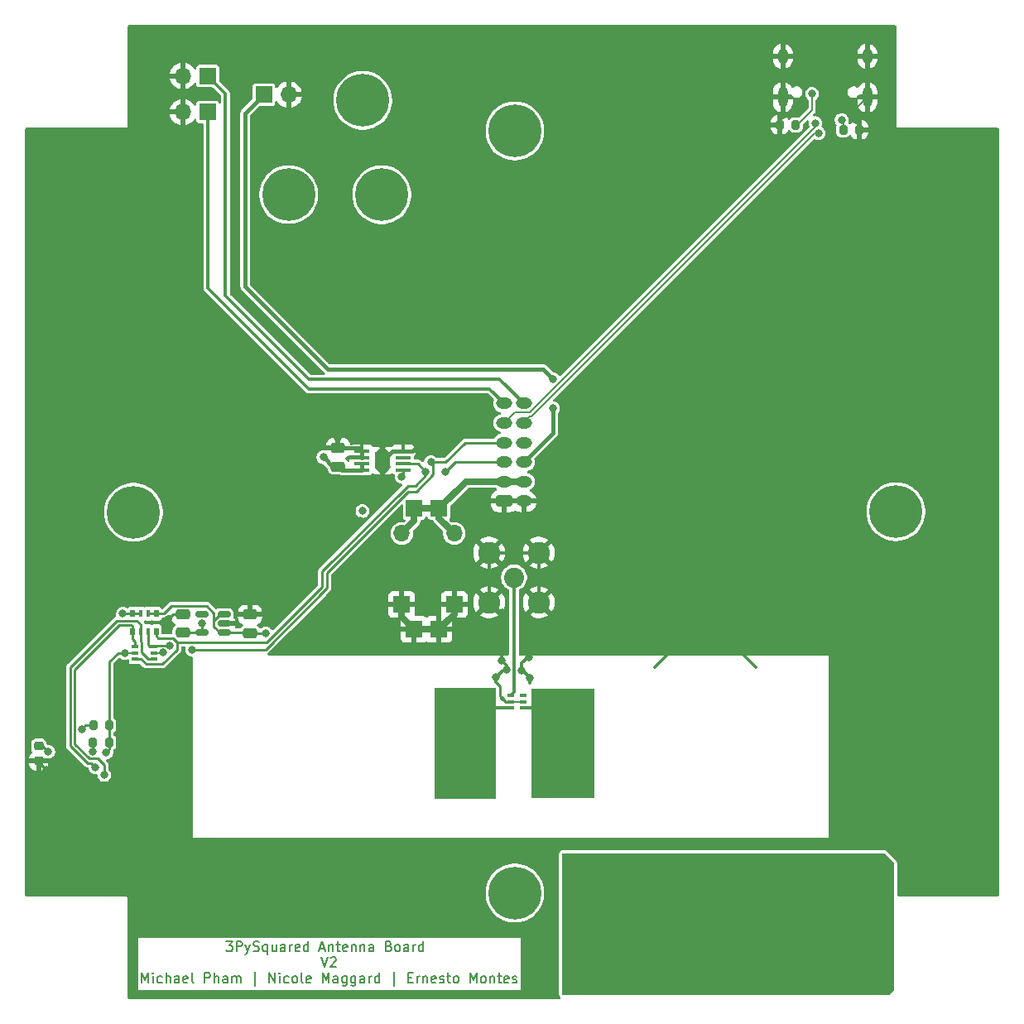
<source format=gbr>
%TF.GenerationSoftware,KiCad,Pcbnew,9.0.0*%
%TF.CreationDate,2025-05-03T12:21:44-07:00*%
%TF.ProjectId,antenna_top_cap_v2a,616e7465-6e6e-4615-9f74-6f705f636170,rev?*%
%TF.SameCoordinates,Original*%
%TF.FileFunction,Copper,L1,Top*%
%TF.FilePolarity,Positive*%
%FSLAX46Y46*%
G04 Gerber Fmt 4.6, Leading zero omitted, Abs format (unit mm)*
G04 Created by KiCad (PCBNEW 9.0.0) date 2025-05-03 12:21:44*
%MOMM*%
%LPD*%
G01*
G04 APERTURE LIST*
G04 Aperture macros list*
%AMRoundRect*
0 Rectangle with rounded corners*
0 $1 Rounding radius*
0 $2 $3 $4 $5 $6 $7 $8 $9 X,Y pos of 4 corners*
0 Add a 4 corners polygon primitive as box body*
4,1,4,$2,$3,$4,$5,$6,$7,$8,$9,$2,$3,0*
0 Add four circle primitives for the rounded corners*
1,1,$1+$1,$2,$3*
1,1,$1+$1,$4,$5*
1,1,$1+$1,$6,$7*
1,1,$1+$1,$8,$9*
0 Add four rect primitives between the rounded corners*
20,1,$1+$1,$2,$3,$4,$5,0*
20,1,$1+$1,$4,$5,$6,$7,0*
20,1,$1+$1,$6,$7,$8,$9,0*
20,1,$1+$1,$8,$9,$2,$3,0*%
G04 Aperture macros list end*
%ADD10C,0.150000*%
%TA.AperFunction,NonConductor*%
%ADD11C,0.150000*%
%TD*%
%TA.AperFunction,SMDPad,CuDef*%
%ADD12RoundRect,0.200000X-0.200000X-0.275000X0.200000X-0.275000X0.200000X0.275000X-0.200000X0.275000X0*%
%TD*%
%TA.AperFunction,ComponentPad*%
%ADD13O,1.700000X1.700000*%
%TD*%
%TA.AperFunction,ComponentPad*%
%ADD14R,1.700000X1.700000*%
%TD*%
%TA.AperFunction,ComponentPad*%
%ADD15C,5.400000*%
%TD*%
%TA.AperFunction,SMDPad,CuDef*%
%ADD16RoundRect,0.250000X0.475000X-0.250000X0.475000X0.250000X-0.475000X0.250000X-0.475000X-0.250000X0*%
%TD*%
%TA.AperFunction,ComponentPad*%
%ADD17RoundRect,0.250000X0.575000X-0.350000X0.575000X0.350000X-0.575000X0.350000X-0.575000X-0.350000X0*%
%TD*%
%TA.AperFunction,ComponentPad*%
%ADD18O,1.650000X1.200000*%
%TD*%
%TA.AperFunction,SMDPad,CuDef*%
%ADD19RoundRect,0.200000X0.200000X0.275000X-0.200000X0.275000X-0.200000X-0.275000X0.200000X-0.275000X0*%
%TD*%
%TA.AperFunction,SMDPad,CuDef*%
%ADD20R,0.800000X0.300000*%
%TD*%
%TA.AperFunction,SMDPad,CuDef*%
%ADD21R,6.390000X11.320000*%
%TD*%
%TA.AperFunction,SMDPad,CuDef*%
%ADD22R,6.400000X11.300000*%
%TD*%
%TA.AperFunction,SMDPad,CuDef*%
%ADD23RoundRect,0.150000X0.512500X0.150000X-0.512500X0.150000X-0.512500X-0.150000X0.512500X-0.150000X0*%
%TD*%
%TA.AperFunction,SMDPad,CuDef*%
%ADD24RoundRect,0.225000X-0.250000X0.225000X-0.250000X-0.225000X0.250000X-0.225000X0.250000X0.225000X0*%
%TD*%
%TA.AperFunction,ComponentPad*%
%ADD25C,2.050000*%
%TD*%
%TA.AperFunction,ComponentPad*%
%ADD26C,2.250000*%
%TD*%
%TA.AperFunction,SMDPad,CuDef*%
%ADD27R,0.650000X0.400000*%
%TD*%
%TA.AperFunction,SMDPad,CuDef*%
%ADD28R,0.500000X0.800000*%
%TD*%
%TA.AperFunction,SMDPad,CuDef*%
%ADD29R,0.400000X0.800000*%
%TD*%
%TA.AperFunction,SMDPad,CuDef*%
%ADD30RoundRect,0.100000X0.687500X0.100000X-0.687500X0.100000X-0.687500X-0.100000X0.687500X-0.100000X0*%
%TD*%
%TA.AperFunction,HeatsinkPad*%
%ADD31C,0.500000*%
%TD*%
%TA.AperFunction,HeatsinkPad*%
%ADD32R,1.500000X1.800000*%
%TD*%
%TA.AperFunction,HeatsinkPad*%
%ADD33O,1.000000X1.600000*%
%TD*%
%TA.AperFunction,HeatsinkPad*%
%ADD34O,1.000000X2.100000*%
%TD*%
%TA.AperFunction,ViaPad*%
%ADD35C,0.800000*%
%TD*%
%TA.AperFunction,ViaPad*%
%ADD36C,0.460000*%
%TD*%
%TA.AperFunction,Conductor*%
%ADD37C,0.254000*%
%TD*%
%TA.AperFunction,Conductor*%
%ADD38C,0.635000*%
%TD*%
%TA.AperFunction,Conductor*%
%ADD39C,0.250000*%
%TD*%
%TA.AperFunction,Conductor*%
%ADD40C,0.349250*%
%TD*%
%TA.AperFunction,Conductor*%
%ADD41C,0.152400*%
%TD*%
%TA.AperFunction,Conductor*%
%ADD42C,0.381000*%
%TD*%
%TA.AperFunction,Conductor*%
%ADD43C,0.300000*%
%TD*%
%TA.AperFunction,Conductor*%
%ADD44C,0.200000*%
%TD*%
G04 APERTURE END LIST*
D10*
D11*
X136325798Y-156144275D02*
X136944845Y-156144275D01*
X136944845Y-156144275D02*
X136611512Y-156525227D01*
X136611512Y-156525227D02*
X136754369Y-156525227D01*
X136754369Y-156525227D02*
X136849607Y-156572846D01*
X136849607Y-156572846D02*
X136897226Y-156620465D01*
X136897226Y-156620465D02*
X136944845Y-156715703D01*
X136944845Y-156715703D02*
X136944845Y-156953798D01*
X136944845Y-156953798D02*
X136897226Y-157049036D01*
X136897226Y-157049036D02*
X136849607Y-157096656D01*
X136849607Y-157096656D02*
X136754369Y-157144275D01*
X136754369Y-157144275D02*
X136468655Y-157144275D01*
X136468655Y-157144275D02*
X136373417Y-157096656D01*
X136373417Y-157096656D02*
X136325798Y-157049036D01*
X137373417Y-157144275D02*
X137373417Y-156144275D01*
X137373417Y-156144275D02*
X137754369Y-156144275D01*
X137754369Y-156144275D02*
X137849607Y-156191894D01*
X137849607Y-156191894D02*
X137897226Y-156239513D01*
X137897226Y-156239513D02*
X137944845Y-156334751D01*
X137944845Y-156334751D02*
X137944845Y-156477608D01*
X137944845Y-156477608D02*
X137897226Y-156572846D01*
X137897226Y-156572846D02*
X137849607Y-156620465D01*
X137849607Y-156620465D02*
X137754369Y-156668084D01*
X137754369Y-156668084D02*
X137373417Y-156668084D01*
X138278179Y-156477608D02*
X138516274Y-157144275D01*
X138754369Y-156477608D02*
X138516274Y-157144275D01*
X138516274Y-157144275D02*
X138421036Y-157382370D01*
X138421036Y-157382370D02*
X138373417Y-157429989D01*
X138373417Y-157429989D02*
X138278179Y-157477608D01*
X139087703Y-157096656D02*
X139230560Y-157144275D01*
X139230560Y-157144275D02*
X139468655Y-157144275D01*
X139468655Y-157144275D02*
X139563893Y-157096656D01*
X139563893Y-157096656D02*
X139611512Y-157049036D01*
X139611512Y-157049036D02*
X139659131Y-156953798D01*
X139659131Y-156953798D02*
X139659131Y-156858560D01*
X139659131Y-156858560D02*
X139611512Y-156763322D01*
X139611512Y-156763322D02*
X139563893Y-156715703D01*
X139563893Y-156715703D02*
X139468655Y-156668084D01*
X139468655Y-156668084D02*
X139278179Y-156620465D01*
X139278179Y-156620465D02*
X139182941Y-156572846D01*
X139182941Y-156572846D02*
X139135322Y-156525227D01*
X139135322Y-156525227D02*
X139087703Y-156429989D01*
X139087703Y-156429989D02*
X139087703Y-156334751D01*
X139087703Y-156334751D02*
X139135322Y-156239513D01*
X139135322Y-156239513D02*
X139182941Y-156191894D01*
X139182941Y-156191894D02*
X139278179Y-156144275D01*
X139278179Y-156144275D02*
X139516274Y-156144275D01*
X139516274Y-156144275D02*
X139659131Y-156191894D01*
X140516274Y-156477608D02*
X140516274Y-157477608D01*
X140516274Y-157096656D02*
X140421036Y-157144275D01*
X140421036Y-157144275D02*
X140230560Y-157144275D01*
X140230560Y-157144275D02*
X140135322Y-157096656D01*
X140135322Y-157096656D02*
X140087703Y-157049036D01*
X140087703Y-157049036D02*
X140040084Y-156953798D01*
X140040084Y-156953798D02*
X140040084Y-156668084D01*
X140040084Y-156668084D02*
X140087703Y-156572846D01*
X140087703Y-156572846D02*
X140135322Y-156525227D01*
X140135322Y-156525227D02*
X140230560Y-156477608D01*
X140230560Y-156477608D02*
X140421036Y-156477608D01*
X140421036Y-156477608D02*
X140516274Y-156525227D01*
X141421036Y-156477608D02*
X141421036Y-157144275D01*
X140992465Y-156477608D02*
X140992465Y-157001417D01*
X140992465Y-157001417D02*
X141040084Y-157096656D01*
X141040084Y-157096656D02*
X141135322Y-157144275D01*
X141135322Y-157144275D02*
X141278179Y-157144275D01*
X141278179Y-157144275D02*
X141373417Y-157096656D01*
X141373417Y-157096656D02*
X141421036Y-157049036D01*
X142325798Y-157144275D02*
X142325798Y-156620465D01*
X142325798Y-156620465D02*
X142278179Y-156525227D01*
X142278179Y-156525227D02*
X142182941Y-156477608D01*
X142182941Y-156477608D02*
X141992465Y-156477608D01*
X141992465Y-156477608D02*
X141897227Y-156525227D01*
X142325798Y-157096656D02*
X142230560Y-157144275D01*
X142230560Y-157144275D02*
X141992465Y-157144275D01*
X141992465Y-157144275D02*
X141897227Y-157096656D01*
X141897227Y-157096656D02*
X141849608Y-157001417D01*
X141849608Y-157001417D02*
X141849608Y-156906179D01*
X141849608Y-156906179D02*
X141897227Y-156810941D01*
X141897227Y-156810941D02*
X141992465Y-156763322D01*
X141992465Y-156763322D02*
X142230560Y-156763322D01*
X142230560Y-156763322D02*
X142325798Y-156715703D01*
X142801989Y-157144275D02*
X142801989Y-156477608D01*
X142801989Y-156668084D02*
X142849608Y-156572846D01*
X142849608Y-156572846D02*
X142897227Y-156525227D01*
X142897227Y-156525227D02*
X142992465Y-156477608D01*
X142992465Y-156477608D02*
X143087703Y-156477608D01*
X143801989Y-157096656D02*
X143706751Y-157144275D01*
X143706751Y-157144275D02*
X143516275Y-157144275D01*
X143516275Y-157144275D02*
X143421037Y-157096656D01*
X143421037Y-157096656D02*
X143373418Y-157001417D01*
X143373418Y-157001417D02*
X143373418Y-156620465D01*
X143373418Y-156620465D02*
X143421037Y-156525227D01*
X143421037Y-156525227D02*
X143516275Y-156477608D01*
X143516275Y-156477608D02*
X143706751Y-156477608D01*
X143706751Y-156477608D02*
X143801989Y-156525227D01*
X143801989Y-156525227D02*
X143849608Y-156620465D01*
X143849608Y-156620465D02*
X143849608Y-156715703D01*
X143849608Y-156715703D02*
X143373418Y-156810941D01*
X144706751Y-157144275D02*
X144706751Y-156144275D01*
X144706751Y-157096656D02*
X144611513Y-157144275D01*
X144611513Y-157144275D02*
X144421037Y-157144275D01*
X144421037Y-157144275D02*
X144325799Y-157096656D01*
X144325799Y-157096656D02*
X144278180Y-157049036D01*
X144278180Y-157049036D02*
X144230561Y-156953798D01*
X144230561Y-156953798D02*
X144230561Y-156668084D01*
X144230561Y-156668084D02*
X144278180Y-156572846D01*
X144278180Y-156572846D02*
X144325799Y-156525227D01*
X144325799Y-156525227D02*
X144421037Y-156477608D01*
X144421037Y-156477608D02*
X144611513Y-156477608D01*
X144611513Y-156477608D02*
X144706751Y-156525227D01*
X145897228Y-156858560D02*
X146373418Y-156858560D01*
X145801990Y-157144275D02*
X146135323Y-156144275D01*
X146135323Y-156144275D02*
X146468656Y-157144275D01*
X146801990Y-156477608D02*
X146801990Y-157144275D01*
X146801990Y-156572846D02*
X146849609Y-156525227D01*
X146849609Y-156525227D02*
X146944847Y-156477608D01*
X146944847Y-156477608D02*
X147087704Y-156477608D01*
X147087704Y-156477608D02*
X147182942Y-156525227D01*
X147182942Y-156525227D02*
X147230561Y-156620465D01*
X147230561Y-156620465D02*
X147230561Y-157144275D01*
X147563895Y-156477608D02*
X147944847Y-156477608D01*
X147706752Y-156144275D02*
X147706752Y-157001417D01*
X147706752Y-157001417D02*
X147754371Y-157096656D01*
X147754371Y-157096656D02*
X147849609Y-157144275D01*
X147849609Y-157144275D02*
X147944847Y-157144275D01*
X148659133Y-157096656D02*
X148563895Y-157144275D01*
X148563895Y-157144275D02*
X148373419Y-157144275D01*
X148373419Y-157144275D02*
X148278181Y-157096656D01*
X148278181Y-157096656D02*
X148230562Y-157001417D01*
X148230562Y-157001417D02*
X148230562Y-156620465D01*
X148230562Y-156620465D02*
X148278181Y-156525227D01*
X148278181Y-156525227D02*
X148373419Y-156477608D01*
X148373419Y-156477608D02*
X148563895Y-156477608D01*
X148563895Y-156477608D02*
X148659133Y-156525227D01*
X148659133Y-156525227D02*
X148706752Y-156620465D01*
X148706752Y-156620465D02*
X148706752Y-156715703D01*
X148706752Y-156715703D02*
X148230562Y-156810941D01*
X149135324Y-156477608D02*
X149135324Y-157144275D01*
X149135324Y-156572846D02*
X149182943Y-156525227D01*
X149182943Y-156525227D02*
X149278181Y-156477608D01*
X149278181Y-156477608D02*
X149421038Y-156477608D01*
X149421038Y-156477608D02*
X149516276Y-156525227D01*
X149516276Y-156525227D02*
X149563895Y-156620465D01*
X149563895Y-156620465D02*
X149563895Y-157144275D01*
X150040086Y-156477608D02*
X150040086Y-157144275D01*
X150040086Y-156572846D02*
X150087705Y-156525227D01*
X150087705Y-156525227D02*
X150182943Y-156477608D01*
X150182943Y-156477608D02*
X150325800Y-156477608D01*
X150325800Y-156477608D02*
X150421038Y-156525227D01*
X150421038Y-156525227D02*
X150468657Y-156620465D01*
X150468657Y-156620465D02*
X150468657Y-157144275D01*
X151373419Y-157144275D02*
X151373419Y-156620465D01*
X151373419Y-156620465D02*
X151325800Y-156525227D01*
X151325800Y-156525227D02*
X151230562Y-156477608D01*
X151230562Y-156477608D02*
X151040086Y-156477608D01*
X151040086Y-156477608D02*
X150944848Y-156525227D01*
X151373419Y-157096656D02*
X151278181Y-157144275D01*
X151278181Y-157144275D02*
X151040086Y-157144275D01*
X151040086Y-157144275D02*
X150944848Y-157096656D01*
X150944848Y-157096656D02*
X150897229Y-157001417D01*
X150897229Y-157001417D02*
X150897229Y-156906179D01*
X150897229Y-156906179D02*
X150944848Y-156810941D01*
X150944848Y-156810941D02*
X151040086Y-156763322D01*
X151040086Y-156763322D02*
X151278181Y-156763322D01*
X151278181Y-156763322D02*
X151373419Y-156715703D01*
X152944848Y-156620465D02*
X153087705Y-156668084D01*
X153087705Y-156668084D02*
X153135324Y-156715703D01*
X153135324Y-156715703D02*
X153182943Y-156810941D01*
X153182943Y-156810941D02*
X153182943Y-156953798D01*
X153182943Y-156953798D02*
X153135324Y-157049036D01*
X153135324Y-157049036D02*
X153087705Y-157096656D01*
X153087705Y-157096656D02*
X152992467Y-157144275D01*
X152992467Y-157144275D02*
X152611515Y-157144275D01*
X152611515Y-157144275D02*
X152611515Y-156144275D01*
X152611515Y-156144275D02*
X152944848Y-156144275D01*
X152944848Y-156144275D02*
X153040086Y-156191894D01*
X153040086Y-156191894D02*
X153087705Y-156239513D01*
X153087705Y-156239513D02*
X153135324Y-156334751D01*
X153135324Y-156334751D02*
X153135324Y-156429989D01*
X153135324Y-156429989D02*
X153087705Y-156525227D01*
X153087705Y-156525227D02*
X153040086Y-156572846D01*
X153040086Y-156572846D02*
X152944848Y-156620465D01*
X152944848Y-156620465D02*
X152611515Y-156620465D01*
X153754372Y-157144275D02*
X153659134Y-157096656D01*
X153659134Y-157096656D02*
X153611515Y-157049036D01*
X153611515Y-157049036D02*
X153563896Y-156953798D01*
X153563896Y-156953798D02*
X153563896Y-156668084D01*
X153563896Y-156668084D02*
X153611515Y-156572846D01*
X153611515Y-156572846D02*
X153659134Y-156525227D01*
X153659134Y-156525227D02*
X153754372Y-156477608D01*
X153754372Y-156477608D02*
X153897229Y-156477608D01*
X153897229Y-156477608D02*
X153992467Y-156525227D01*
X153992467Y-156525227D02*
X154040086Y-156572846D01*
X154040086Y-156572846D02*
X154087705Y-156668084D01*
X154087705Y-156668084D02*
X154087705Y-156953798D01*
X154087705Y-156953798D02*
X154040086Y-157049036D01*
X154040086Y-157049036D02*
X153992467Y-157096656D01*
X153992467Y-157096656D02*
X153897229Y-157144275D01*
X153897229Y-157144275D02*
X153754372Y-157144275D01*
X154944848Y-157144275D02*
X154944848Y-156620465D01*
X154944848Y-156620465D02*
X154897229Y-156525227D01*
X154897229Y-156525227D02*
X154801991Y-156477608D01*
X154801991Y-156477608D02*
X154611515Y-156477608D01*
X154611515Y-156477608D02*
X154516277Y-156525227D01*
X154944848Y-157096656D02*
X154849610Y-157144275D01*
X154849610Y-157144275D02*
X154611515Y-157144275D01*
X154611515Y-157144275D02*
X154516277Y-157096656D01*
X154516277Y-157096656D02*
X154468658Y-157001417D01*
X154468658Y-157001417D02*
X154468658Y-156906179D01*
X154468658Y-156906179D02*
X154516277Y-156810941D01*
X154516277Y-156810941D02*
X154611515Y-156763322D01*
X154611515Y-156763322D02*
X154849610Y-156763322D01*
X154849610Y-156763322D02*
X154944848Y-156715703D01*
X155421039Y-157144275D02*
X155421039Y-156477608D01*
X155421039Y-156668084D02*
X155468658Y-156572846D01*
X155468658Y-156572846D02*
X155516277Y-156525227D01*
X155516277Y-156525227D02*
X155611515Y-156477608D01*
X155611515Y-156477608D02*
X155706753Y-156477608D01*
X156468658Y-157144275D02*
X156468658Y-156144275D01*
X156468658Y-157096656D02*
X156373420Y-157144275D01*
X156373420Y-157144275D02*
X156182944Y-157144275D01*
X156182944Y-157144275D02*
X156087706Y-157096656D01*
X156087706Y-157096656D02*
X156040087Y-157049036D01*
X156040087Y-157049036D02*
X155992468Y-156953798D01*
X155992468Y-156953798D02*
X155992468Y-156668084D01*
X155992468Y-156668084D02*
X156040087Y-156572846D01*
X156040087Y-156572846D02*
X156087706Y-156525227D01*
X156087706Y-156525227D02*
X156182944Y-156477608D01*
X156182944Y-156477608D02*
X156373420Y-156477608D01*
X156373420Y-156477608D02*
X156468658Y-156525227D01*
X146016276Y-157754219D02*
X146349609Y-158754219D01*
X146349609Y-158754219D02*
X146682942Y-157754219D01*
X146968657Y-157849457D02*
X147016276Y-157801838D01*
X147016276Y-157801838D02*
X147111514Y-157754219D01*
X147111514Y-157754219D02*
X147349609Y-157754219D01*
X147349609Y-157754219D02*
X147444847Y-157801838D01*
X147444847Y-157801838D02*
X147492466Y-157849457D01*
X147492466Y-157849457D02*
X147540085Y-157944695D01*
X147540085Y-157944695D02*
X147540085Y-158039933D01*
X147540085Y-158039933D02*
X147492466Y-158182790D01*
X147492466Y-158182790D02*
X146921038Y-158754219D01*
X146921038Y-158754219D02*
X147540085Y-158754219D01*
X127682940Y-160364163D02*
X127682940Y-159364163D01*
X127682940Y-159364163D02*
X128016273Y-160078448D01*
X128016273Y-160078448D02*
X128349606Y-159364163D01*
X128349606Y-159364163D02*
X128349606Y-160364163D01*
X128825797Y-160364163D02*
X128825797Y-159697496D01*
X128825797Y-159364163D02*
X128778178Y-159411782D01*
X128778178Y-159411782D02*
X128825797Y-159459401D01*
X128825797Y-159459401D02*
X128873416Y-159411782D01*
X128873416Y-159411782D02*
X128825797Y-159364163D01*
X128825797Y-159364163D02*
X128825797Y-159459401D01*
X129730558Y-160316544D02*
X129635320Y-160364163D01*
X129635320Y-160364163D02*
X129444844Y-160364163D01*
X129444844Y-160364163D02*
X129349606Y-160316544D01*
X129349606Y-160316544D02*
X129301987Y-160268924D01*
X129301987Y-160268924D02*
X129254368Y-160173686D01*
X129254368Y-160173686D02*
X129254368Y-159887972D01*
X129254368Y-159887972D02*
X129301987Y-159792734D01*
X129301987Y-159792734D02*
X129349606Y-159745115D01*
X129349606Y-159745115D02*
X129444844Y-159697496D01*
X129444844Y-159697496D02*
X129635320Y-159697496D01*
X129635320Y-159697496D02*
X129730558Y-159745115D01*
X130159130Y-160364163D02*
X130159130Y-159364163D01*
X130587701Y-160364163D02*
X130587701Y-159840353D01*
X130587701Y-159840353D02*
X130540082Y-159745115D01*
X130540082Y-159745115D02*
X130444844Y-159697496D01*
X130444844Y-159697496D02*
X130301987Y-159697496D01*
X130301987Y-159697496D02*
X130206749Y-159745115D01*
X130206749Y-159745115D02*
X130159130Y-159792734D01*
X131492463Y-160364163D02*
X131492463Y-159840353D01*
X131492463Y-159840353D02*
X131444844Y-159745115D01*
X131444844Y-159745115D02*
X131349606Y-159697496D01*
X131349606Y-159697496D02*
X131159130Y-159697496D01*
X131159130Y-159697496D02*
X131063892Y-159745115D01*
X131492463Y-160316544D02*
X131397225Y-160364163D01*
X131397225Y-160364163D02*
X131159130Y-160364163D01*
X131159130Y-160364163D02*
X131063892Y-160316544D01*
X131063892Y-160316544D02*
X131016273Y-160221305D01*
X131016273Y-160221305D02*
X131016273Y-160126067D01*
X131016273Y-160126067D02*
X131063892Y-160030829D01*
X131063892Y-160030829D02*
X131159130Y-159983210D01*
X131159130Y-159983210D02*
X131397225Y-159983210D01*
X131397225Y-159983210D02*
X131492463Y-159935591D01*
X132349606Y-160316544D02*
X132254368Y-160364163D01*
X132254368Y-160364163D02*
X132063892Y-160364163D01*
X132063892Y-160364163D02*
X131968654Y-160316544D01*
X131968654Y-160316544D02*
X131921035Y-160221305D01*
X131921035Y-160221305D02*
X131921035Y-159840353D01*
X131921035Y-159840353D02*
X131968654Y-159745115D01*
X131968654Y-159745115D02*
X132063892Y-159697496D01*
X132063892Y-159697496D02*
X132254368Y-159697496D01*
X132254368Y-159697496D02*
X132349606Y-159745115D01*
X132349606Y-159745115D02*
X132397225Y-159840353D01*
X132397225Y-159840353D02*
X132397225Y-159935591D01*
X132397225Y-159935591D02*
X131921035Y-160030829D01*
X132968654Y-160364163D02*
X132873416Y-160316544D01*
X132873416Y-160316544D02*
X132825797Y-160221305D01*
X132825797Y-160221305D02*
X132825797Y-159364163D01*
X134111512Y-160364163D02*
X134111512Y-159364163D01*
X134111512Y-159364163D02*
X134492464Y-159364163D01*
X134492464Y-159364163D02*
X134587702Y-159411782D01*
X134587702Y-159411782D02*
X134635321Y-159459401D01*
X134635321Y-159459401D02*
X134682940Y-159554639D01*
X134682940Y-159554639D02*
X134682940Y-159697496D01*
X134682940Y-159697496D02*
X134635321Y-159792734D01*
X134635321Y-159792734D02*
X134587702Y-159840353D01*
X134587702Y-159840353D02*
X134492464Y-159887972D01*
X134492464Y-159887972D02*
X134111512Y-159887972D01*
X135111512Y-160364163D02*
X135111512Y-159364163D01*
X135540083Y-160364163D02*
X135540083Y-159840353D01*
X135540083Y-159840353D02*
X135492464Y-159745115D01*
X135492464Y-159745115D02*
X135397226Y-159697496D01*
X135397226Y-159697496D02*
X135254369Y-159697496D01*
X135254369Y-159697496D02*
X135159131Y-159745115D01*
X135159131Y-159745115D02*
X135111512Y-159792734D01*
X136444845Y-160364163D02*
X136444845Y-159840353D01*
X136444845Y-159840353D02*
X136397226Y-159745115D01*
X136397226Y-159745115D02*
X136301988Y-159697496D01*
X136301988Y-159697496D02*
X136111512Y-159697496D01*
X136111512Y-159697496D02*
X136016274Y-159745115D01*
X136444845Y-160316544D02*
X136349607Y-160364163D01*
X136349607Y-160364163D02*
X136111512Y-160364163D01*
X136111512Y-160364163D02*
X136016274Y-160316544D01*
X136016274Y-160316544D02*
X135968655Y-160221305D01*
X135968655Y-160221305D02*
X135968655Y-160126067D01*
X135968655Y-160126067D02*
X136016274Y-160030829D01*
X136016274Y-160030829D02*
X136111512Y-159983210D01*
X136111512Y-159983210D02*
X136349607Y-159983210D01*
X136349607Y-159983210D02*
X136444845Y-159935591D01*
X136921036Y-160364163D02*
X136921036Y-159697496D01*
X136921036Y-159792734D02*
X136968655Y-159745115D01*
X136968655Y-159745115D02*
X137063893Y-159697496D01*
X137063893Y-159697496D02*
X137206750Y-159697496D01*
X137206750Y-159697496D02*
X137301988Y-159745115D01*
X137301988Y-159745115D02*
X137349607Y-159840353D01*
X137349607Y-159840353D02*
X137349607Y-160364163D01*
X137349607Y-159840353D02*
X137397226Y-159745115D01*
X137397226Y-159745115D02*
X137492464Y-159697496D01*
X137492464Y-159697496D02*
X137635321Y-159697496D01*
X137635321Y-159697496D02*
X137730560Y-159745115D01*
X137730560Y-159745115D02*
X137778179Y-159840353D01*
X137778179Y-159840353D02*
X137778179Y-160364163D01*
X139254369Y-160697496D02*
X139254369Y-159268924D01*
X140730560Y-160364163D02*
X140730560Y-159364163D01*
X140730560Y-159364163D02*
X141301988Y-160364163D01*
X141301988Y-160364163D02*
X141301988Y-159364163D01*
X141778179Y-160364163D02*
X141778179Y-159697496D01*
X141778179Y-159364163D02*
X141730560Y-159411782D01*
X141730560Y-159411782D02*
X141778179Y-159459401D01*
X141778179Y-159459401D02*
X141825798Y-159411782D01*
X141825798Y-159411782D02*
X141778179Y-159364163D01*
X141778179Y-159364163D02*
X141778179Y-159459401D01*
X142682940Y-160316544D02*
X142587702Y-160364163D01*
X142587702Y-160364163D02*
X142397226Y-160364163D01*
X142397226Y-160364163D02*
X142301988Y-160316544D01*
X142301988Y-160316544D02*
X142254369Y-160268924D01*
X142254369Y-160268924D02*
X142206750Y-160173686D01*
X142206750Y-160173686D02*
X142206750Y-159887972D01*
X142206750Y-159887972D02*
X142254369Y-159792734D01*
X142254369Y-159792734D02*
X142301988Y-159745115D01*
X142301988Y-159745115D02*
X142397226Y-159697496D01*
X142397226Y-159697496D02*
X142587702Y-159697496D01*
X142587702Y-159697496D02*
X142682940Y-159745115D01*
X143254369Y-160364163D02*
X143159131Y-160316544D01*
X143159131Y-160316544D02*
X143111512Y-160268924D01*
X143111512Y-160268924D02*
X143063893Y-160173686D01*
X143063893Y-160173686D02*
X143063893Y-159887972D01*
X143063893Y-159887972D02*
X143111512Y-159792734D01*
X143111512Y-159792734D02*
X143159131Y-159745115D01*
X143159131Y-159745115D02*
X143254369Y-159697496D01*
X143254369Y-159697496D02*
X143397226Y-159697496D01*
X143397226Y-159697496D02*
X143492464Y-159745115D01*
X143492464Y-159745115D02*
X143540083Y-159792734D01*
X143540083Y-159792734D02*
X143587702Y-159887972D01*
X143587702Y-159887972D02*
X143587702Y-160173686D01*
X143587702Y-160173686D02*
X143540083Y-160268924D01*
X143540083Y-160268924D02*
X143492464Y-160316544D01*
X143492464Y-160316544D02*
X143397226Y-160364163D01*
X143397226Y-160364163D02*
X143254369Y-160364163D01*
X144159131Y-160364163D02*
X144063893Y-160316544D01*
X144063893Y-160316544D02*
X144016274Y-160221305D01*
X144016274Y-160221305D02*
X144016274Y-159364163D01*
X144921036Y-160316544D02*
X144825798Y-160364163D01*
X144825798Y-160364163D02*
X144635322Y-160364163D01*
X144635322Y-160364163D02*
X144540084Y-160316544D01*
X144540084Y-160316544D02*
X144492465Y-160221305D01*
X144492465Y-160221305D02*
X144492465Y-159840353D01*
X144492465Y-159840353D02*
X144540084Y-159745115D01*
X144540084Y-159745115D02*
X144635322Y-159697496D01*
X144635322Y-159697496D02*
X144825798Y-159697496D01*
X144825798Y-159697496D02*
X144921036Y-159745115D01*
X144921036Y-159745115D02*
X144968655Y-159840353D01*
X144968655Y-159840353D02*
X144968655Y-159935591D01*
X144968655Y-159935591D02*
X144492465Y-160030829D01*
X146159132Y-160364163D02*
X146159132Y-159364163D01*
X146159132Y-159364163D02*
X146492465Y-160078448D01*
X146492465Y-160078448D02*
X146825798Y-159364163D01*
X146825798Y-159364163D02*
X146825798Y-160364163D01*
X147730560Y-160364163D02*
X147730560Y-159840353D01*
X147730560Y-159840353D02*
X147682941Y-159745115D01*
X147682941Y-159745115D02*
X147587703Y-159697496D01*
X147587703Y-159697496D02*
X147397227Y-159697496D01*
X147397227Y-159697496D02*
X147301989Y-159745115D01*
X147730560Y-160316544D02*
X147635322Y-160364163D01*
X147635322Y-160364163D02*
X147397227Y-160364163D01*
X147397227Y-160364163D02*
X147301989Y-160316544D01*
X147301989Y-160316544D02*
X147254370Y-160221305D01*
X147254370Y-160221305D02*
X147254370Y-160126067D01*
X147254370Y-160126067D02*
X147301989Y-160030829D01*
X147301989Y-160030829D02*
X147397227Y-159983210D01*
X147397227Y-159983210D02*
X147635322Y-159983210D01*
X147635322Y-159983210D02*
X147730560Y-159935591D01*
X148635322Y-159697496D02*
X148635322Y-160507020D01*
X148635322Y-160507020D02*
X148587703Y-160602258D01*
X148587703Y-160602258D02*
X148540084Y-160649877D01*
X148540084Y-160649877D02*
X148444846Y-160697496D01*
X148444846Y-160697496D02*
X148301989Y-160697496D01*
X148301989Y-160697496D02*
X148206751Y-160649877D01*
X148635322Y-160316544D02*
X148540084Y-160364163D01*
X148540084Y-160364163D02*
X148349608Y-160364163D01*
X148349608Y-160364163D02*
X148254370Y-160316544D01*
X148254370Y-160316544D02*
X148206751Y-160268924D01*
X148206751Y-160268924D02*
X148159132Y-160173686D01*
X148159132Y-160173686D02*
X148159132Y-159887972D01*
X148159132Y-159887972D02*
X148206751Y-159792734D01*
X148206751Y-159792734D02*
X148254370Y-159745115D01*
X148254370Y-159745115D02*
X148349608Y-159697496D01*
X148349608Y-159697496D02*
X148540084Y-159697496D01*
X148540084Y-159697496D02*
X148635322Y-159745115D01*
X149540084Y-159697496D02*
X149540084Y-160507020D01*
X149540084Y-160507020D02*
X149492465Y-160602258D01*
X149492465Y-160602258D02*
X149444846Y-160649877D01*
X149444846Y-160649877D02*
X149349608Y-160697496D01*
X149349608Y-160697496D02*
X149206751Y-160697496D01*
X149206751Y-160697496D02*
X149111513Y-160649877D01*
X149540084Y-160316544D02*
X149444846Y-160364163D01*
X149444846Y-160364163D02*
X149254370Y-160364163D01*
X149254370Y-160364163D02*
X149159132Y-160316544D01*
X149159132Y-160316544D02*
X149111513Y-160268924D01*
X149111513Y-160268924D02*
X149063894Y-160173686D01*
X149063894Y-160173686D02*
X149063894Y-159887972D01*
X149063894Y-159887972D02*
X149111513Y-159792734D01*
X149111513Y-159792734D02*
X149159132Y-159745115D01*
X149159132Y-159745115D02*
X149254370Y-159697496D01*
X149254370Y-159697496D02*
X149444846Y-159697496D01*
X149444846Y-159697496D02*
X149540084Y-159745115D01*
X150444846Y-160364163D02*
X150444846Y-159840353D01*
X150444846Y-159840353D02*
X150397227Y-159745115D01*
X150397227Y-159745115D02*
X150301989Y-159697496D01*
X150301989Y-159697496D02*
X150111513Y-159697496D01*
X150111513Y-159697496D02*
X150016275Y-159745115D01*
X150444846Y-160316544D02*
X150349608Y-160364163D01*
X150349608Y-160364163D02*
X150111513Y-160364163D01*
X150111513Y-160364163D02*
X150016275Y-160316544D01*
X150016275Y-160316544D02*
X149968656Y-160221305D01*
X149968656Y-160221305D02*
X149968656Y-160126067D01*
X149968656Y-160126067D02*
X150016275Y-160030829D01*
X150016275Y-160030829D02*
X150111513Y-159983210D01*
X150111513Y-159983210D02*
X150349608Y-159983210D01*
X150349608Y-159983210D02*
X150444846Y-159935591D01*
X150921037Y-160364163D02*
X150921037Y-159697496D01*
X150921037Y-159887972D02*
X150968656Y-159792734D01*
X150968656Y-159792734D02*
X151016275Y-159745115D01*
X151016275Y-159745115D02*
X151111513Y-159697496D01*
X151111513Y-159697496D02*
X151206751Y-159697496D01*
X151968656Y-160364163D02*
X151968656Y-159364163D01*
X151968656Y-160316544D02*
X151873418Y-160364163D01*
X151873418Y-160364163D02*
X151682942Y-160364163D01*
X151682942Y-160364163D02*
X151587704Y-160316544D01*
X151587704Y-160316544D02*
X151540085Y-160268924D01*
X151540085Y-160268924D02*
X151492466Y-160173686D01*
X151492466Y-160173686D02*
X151492466Y-159887972D01*
X151492466Y-159887972D02*
X151540085Y-159792734D01*
X151540085Y-159792734D02*
X151587704Y-159745115D01*
X151587704Y-159745115D02*
X151682942Y-159697496D01*
X151682942Y-159697496D02*
X151873418Y-159697496D01*
X151873418Y-159697496D02*
X151968656Y-159745115D01*
X153444847Y-160697496D02*
X153444847Y-159268924D01*
X154921038Y-159840353D02*
X155254371Y-159840353D01*
X155397228Y-160364163D02*
X154921038Y-160364163D01*
X154921038Y-160364163D02*
X154921038Y-159364163D01*
X154921038Y-159364163D02*
X155397228Y-159364163D01*
X155825800Y-160364163D02*
X155825800Y-159697496D01*
X155825800Y-159887972D02*
X155873419Y-159792734D01*
X155873419Y-159792734D02*
X155921038Y-159745115D01*
X155921038Y-159745115D02*
X156016276Y-159697496D01*
X156016276Y-159697496D02*
X156111514Y-159697496D01*
X156444848Y-159697496D02*
X156444848Y-160364163D01*
X156444848Y-159792734D02*
X156492467Y-159745115D01*
X156492467Y-159745115D02*
X156587705Y-159697496D01*
X156587705Y-159697496D02*
X156730562Y-159697496D01*
X156730562Y-159697496D02*
X156825800Y-159745115D01*
X156825800Y-159745115D02*
X156873419Y-159840353D01*
X156873419Y-159840353D02*
X156873419Y-160364163D01*
X157730562Y-160316544D02*
X157635324Y-160364163D01*
X157635324Y-160364163D02*
X157444848Y-160364163D01*
X157444848Y-160364163D02*
X157349610Y-160316544D01*
X157349610Y-160316544D02*
X157301991Y-160221305D01*
X157301991Y-160221305D02*
X157301991Y-159840353D01*
X157301991Y-159840353D02*
X157349610Y-159745115D01*
X157349610Y-159745115D02*
X157444848Y-159697496D01*
X157444848Y-159697496D02*
X157635324Y-159697496D01*
X157635324Y-159697496D02*
X157730562Y-159745115D01*
X157730562Y-159745115D02*
X157778181Y-159840353D01*
X157778181Y-159840353D02*
X157778181Y-159935591D01*
X157778181Y-159935591D02*
X157301991Y-160030829D01*
X158159134Y-160316544D02*
X158254372Y-160364163D01*
X158254372Y-160364163D02*
X158444848Y-160364163D01*
X158444848Y-160364163D02*
X158540086Y-160316544D01*
X158540086Y-160316544D02*
X158587705Y-160221305D01*
X158587705Y-160221305D02*
X158587705Y-160173686D01*
X158587705Y-160173686D02*
X158540086Y-160078448D01*
X158540086Y-160078448D02*
X158444848Y-160030829D01*
X158444848Y-160030829D02*
X158301991Y-160030829D01*
X158301991Y-160030829D02*
X158206753Y-159983210D01*
X158206753Y-159983210D02*
X158159134Y-159887972D01*
X158159134Y-159887972D02*
X158159134Y-159840353D01*
X158159134Y-159840353D02*
X158206753Y-159745115D01*
X158206753Y-159745115D02*
X158301991Y-159697496D01*
X158301991Y-159697496D02*
X158444848Y-159697496D01*
X158444848Y-159697496D02*
X158540086Y-159745115D01*
X158873420Y-159697496D02*
X159254372Y-159697496D01*
X159016277Y-159364163D02*
X159016277Y-160221305D01*
X159016277Y-160221305D02*
X159063896Y-160316544D01*
X159063896Y-160316544D02*
X159159134Y-160364163D01*
X159159134Y-160364163D02*
X159254372Y-160364163D01*
X159730563Y-160364163D02*
X159635325Y-160316544D01*
X159635325Y-160316544D02*
X159587706Y-160268924D01*
X159587706Y-160268924D02*
X159540087Y-160173686D01*
X159540087Y-160173686D02*
X159540087Y-159887972D01*
X159540087Y-159887972D02*
X159587706Y-159792734D01*
X159587706Y-159792734D02*
X159635325Y-159745115D01*
X159635325Y-159745115D02*
X159730563Y-159697496D01*
X159730563Y-159697496D02*
X159873420Y-159697496D01*
X159873420Y-159697496D02*
X159968658Y-159745115D01*
X159968658Y-159745115D02*
X160016277Y-159792734D01*
X160016277Y-159792734D02*
X160063896Y-159887972D01*
X160063896Y-159887972D02*
X160063896Y-160173686D01*
X160063896Y-160173686D02*
X160016277Y-160268924D01*
X160016277Y-160268924D02*
X159968658Y-160316544D01*
X159968658Y-160316544D02*
X159873420Y-160364163D01*
X159873420Y-160364163D02*
X159730563Y-160364163D01*
X161254373Y-160364163D02*
X161254373Y-159364163D01*
X161254373Y-159364163D02*
X161587706Y-160078448D01*
X161587706Y-160078448D02*
X161921039Y-159364163D01*
X161921039Y-159364163D02*
X161921039Y-160364163D01*
X162540087Y-160364163D02*
X162444849Y-160316544D01*
X162444849Y-160316544D02*
X162397230Y-160268924D01*
X162397230Y-160268924D02*
X162349611Y-160173686D01*
X162349611Y-160173686D02*
X162349611Y-159887972D01*
X162349611Y-159887972D02*
X162397230Y-159792734D01*
X162397230Y-159792734D02*
X162444849Y-159745115D01*
X162444849Y-159745115D02*
X162540087Y-159697496D01*
X162540087Y-159697496D02*
X162682944Y-159697496D01*
X162682944Y-159697496D02*
X162778182Y-159745115D01*
X162778182Y-159745115D02*
X162825801Y-159792734D01*
X162825801Y-159792734D02*
X162873420Y-159887972D01*
X162873420Y-159887972D02*
X162873420Y-160173686D01*
X162873420Y-160173686D02*
X162825801Y-160268924D01*
X162825801Y-160268924D02*
X162778182Y-160316544D01*
X162778182Y-160316544D02*
X162682944Y-160364163D01*
X162682944Y-160364163D02*
X162540087Y-160364163D01*
X163301992Y-159697496D02*
X163301992Y-160364163D01*
X163301992Y-159792734D02*
X163349611Y-159745115D01*
X163349611Y-159745115D02*
X163444849Y-159697496D01*
X163444849Y-159697496D02*
X163587706Y-159697496D01*
X163587706Y-159697496D02*
X163682944Y-159745115D01*
X163682944Y-159745115D02*
X163730563Y-159840353D01*
X163730563Y-159840353D02*
X163730563Y-160364163D01*
X164063897Y-159697496D02*
X164444849Y-159697496D01*
X164206754Y-159364163D02*
X164206754Y-160221305D01*
X164206754Y-160221305D02*
X164254373Y-160316544D01*
X164254373Y-160316544D02*
X164349611Y-160364163D01*
X164349611Y-160364163D02*
X164444849Y-160364163D01*
X165159135Y-160316544D02*
X165063897Y-160364163D01*
X165063897Y-160364163D02*
X164873421Y-160364163D01*
X164873421Y-160364163D02*
X164778183Y-160316544D01*
X164778183Y-160316544D02*
X164730564Y-160221305D01*
X164730564Y-160221305D02*
X164730564Y-159840353D01*
X164730564Y-159840353D02*
X164778183Y-159745115D01*
X164778183Y-159745115D02*
X164873421Y-159697496D01*
X164873421Y-159697496D02*
X165063897Y-159697496D01*
X165063897Y-159697496D02*
X165159135Y-159745115D01*
X165159135Y-159745115D02*
X165206754Y-159840353D01*
X165206754Y-159840353D02*
X165206754Y-159935591D01*
X165206754Y-159935591D02*
X164730564Y-160030829D01*
X165587707Y-160316544D02*
X165682945Y-160364163D01*
X165682945Y-160364163D02*
X165873421Y-160364163D01*
X165873421Y-160364163D02*
X165968659Y-160316544D01*
X165968659Y-160316544D02*
X166016278Y-160221305D01*
X166016278Y-160221305D02*
X166016278Y-160173686D01*
X166016278Y-160173686D02*
X165968659Y-160078448D01*
X165968659Y-160078448D02*
X165873421Y-160030829D01*
X165873421Y-160030829D02*
X165730564Y-160030829D01*
X165730564Y-160030829D02*
X165635326Y-159983210D01*
X165635326Y-159983210D02*
X165587707Y-159887972D01*
X165587707Y-159887972D02*
X165587707Y-159840353D01*
X165587707Y-159840353D02*
X165635326Y-159745115D01*
X165635326Y-159745115D02*
X165730564Y-159697496D01*
X165730564Y-159697496D02*
X165873421Y-159697496D01*
X165873421Y-159697496D02*
X165968659Y-159745115D01*
D12*
%TO.P,R4,1,1*%
%TO.N,/XSHUT_2.8V*%
X122695800Y-135769400D03*
%TO.P,R4,2,2*%
%TO.N,2.8V*%
X124345800Y-135769400D03*
%TD*%
D13*
%TO.P,J7,1,Power*%
%TO.N,BURN*%
X154275800Y-114409400D03*
D14*
X155545800Y-111869400D03*
X158085800Y-111869400D03*
D13*
X159645800Y-114409400D03*
D14*
%TO.P,J7,2,GND*%
%TO.N,GND*%
X154275800Y-121689400D03*
X155545800Y-124229400D03*
X158085800Y-124229400D03*
X159645800Y-121689400D03*
%TD*%
%TO.P,J3,1,Pin_1*%
%TO.N,~{FC_RESET}*%
X134420800Y-67619400D03*
D13*
%TO.P,J3,2,Pin_2*%
%TO.N,GND*%
X131880800Y-67619400D03*
%TD*%
D12*
%TO.P,R26,1,1*%
%TO.N,GND*%
X192920800Y-72619400D03*
%TO.P,R26,2,2*%
%TO.N,Net-(J12-CC1)*%
X194570800Y-72619400D03*
%TD*%
D15*
%TO.P,TP3,1,1*%
%TO.N,unconnected-(TP3-Pad1)*%
X150275800Y-70119400D03*
%TD*%
D16*
%TO.P,C2,1,1*%
%TO.N,2.8V*%
X131845800Y-124569399D03*
%TO.P,C2,2,2*%
%TO.N,GND*%
X131845800Y-122669401D03*
%TD*%
D17*
%TO.P,J1,1,Pin_1*%
%TO.N,GND*%
X164745800Y-111119400D03*
D18*
%TO.P,J1,2,Pin_2*%
X166745801Y-111119400D03*
%TO.P,J1,3,Pin_3*%
%TO.N,BURN*%
X164745800Y-109119399D03*
%TO.P,J1,4,Pin_4*%
X166745800Y-109119400D03*
%TO.P,J1,5,Pin_5*%
%TO.N,SCL0*%
X164745800Y-107119400D03*
%TO.P,J1,6,Pin_6*%
%TO.N,Dir_Chrg_In*%
X166745800Y-107119399D03*
%TO.P,J1,7,Pin_7*%
%TO.N,SDA0*%
X164745800Y-105119400D03*
%TO.P,J1,8,Pin_8*%
%TO.N,+3V3*%
X166745800Y-105119400D03*
%TO.P,J1,9,Pin_9*%
%TO.N,USB_D+*%
X164745800Y-103119400D03*
%TO.P,J1,10,Pin_10*%
%TO.N,USB_D-*%
X166745800Y-103119400D03*
%TO.P,J1,11,Pin_11*%
%TO.N,FC_USBBOOT*%
X164745800Y-101119400D03*
%TO.P,J1,12,Pin_12*%
%TO.N,~{FC_RESET}*%
X166745800Y-101119400D03*
%TD*%
D16*
%TO.P,C1,1,1*%
%TO.N,+3V3*%
X138745800Y-124619400D03*
%TO.P,C1,2,2*%
%TO.N,GND*%
X138745800Y-122719400D03*
%TD*%
D19*
%TO.P,R27,1,1*%
%TO.N,GND*%
X201070800Y-73119400D03*
%TO.P,R27,2,2*%
%TO.N,Net-(J12-CC2)*%
X199420800Y-73119400D03*
%TD*%
D16*
%TO.P,C43,1*%
%TO.N,+3V3*%
X147745800Y-107569399D03*
%TO.P,C43,2*%
%TO.N,GND*%
X147745800Y-105669401D03*
%TD*%
D20*
%TO.P,U5,1,Unbalancedport*%
%TO.N,Net-(J5-In)*%
X165425800Y-130969400D03*
%TO.P,U5,2,GND*%
%TO.N,GND*%
X165425800Y-131619400D03*
%TO.P,U5,3,Balancedport*%
%TO.N,Net-(J6-tape_1)*%
X165425800Y-132269400D03*
%TO.P,U5,4,Balancedport*%
%TO.N,Net-(J6-tape_2)*%
X166665800Y-132269400D03*
%TO.P,U5,5,GND*%
%TO.N,GND*%
X166665800Y-131619400D03*
%TO.P,U5,6,N.C.*%
%TO.N,unconnected-(U5-N.C.-Pad6)*%
X166665800Y-130969400D03*
%TD*%
D15*
%TO.P,TP7,1,1*%
%TO.N,unconnected-(TP7-Pad1)*%
X142693713Y-79756113D03*
%TD*%
D21*
%TO.P,J6,1,tape_1*%
%TO.N,Net-(J6-tape_1)*%
X160783800Y-135889400D03*
D22*
%TO.P,J6,2,tape_2*%
%TO.N,Net-(J6-tape_2)*%
X170745800Y-135869400D03*
%TD*%
D15*
%TO.P,TP2,1,1*%
%TO.N,unconnected-(TP2-Pad1)*%
X152215800Y-79769400D03*
%TD*%
%TO.P,TP5,1,1*%
%TO.N,unconnected-(TP5-Pad1)*%
X126825800Y-112239400D03*
%TD*%
%TO.P,TP6,1,1*%
%TO.N,unconnected-(TP6-Pad1)*%
X165835800Y-73239400D03*
%TD*%
D23*
%TO.P,U2,1,IN*%
%TO.N,+3V3*%
X136083300Y-124569399D03*
%TO.P,U2,2,GND*%
%TO.N,GND*%
X136083300Y-123619400D03*
%TO.P,U2,3,EN*%
%TO.N,+3V3*%
X136083300Y-122669401D03*
%TO.P,U2,4,P4*%
%TO.N,unconnected-(U2-P4-Pad4)*%
X133808300Y-122669401D03*
%TO.P,U2,5,OUT*%
%TO.N,2.8V*%
X133808300Y-124569399D03*
%TD*%
D15*
%TO.P,TP1,1,1*%
%TO.N,unconnected-(TP1-Pad1)*%
X165835800Y-151189400D03*
%TD*%
%TO.P,TP4,1,1*%
%TO.N,unconnected-(TP4-Pad1)*%
X204805800Y-112189400D03*
%TD*%
D12*
%TO.P,R2,1,1*%
%TO.N,/GPIO*%
X122710800Y-134049400D03*
%TO.P,R2,2,2*%
%TO.N,2.8V*%
X124360800Y-134049400D03*
%TD*%
D24*
%TO.P,C3,1,1*%
%TO.N,2.8V*%
X117145800Y-136144400D03*
%TO.P,C3,2,2*%
%TO.N,GND*%
X117145800Y-137694400D03*
%TD*%
D25*
%TO.P,J5,1,In*%
%TO.N,Net-(J5-In)*%
X165745800Y-118919400D03*
D26*
%TO.P,J5,2,Ext*%
%TO.N,GND*%
X163205800Y-116379400D03*
X163205800Y-121459400D03*
X168285800Y-116379400D03*
X168285800Y-121459400D03*
%TD*%
D27*
%TO.P,Q1,1,S*%
%TO.N,/SCL_3V*%
X128895800Y-127269400D03*
%TO.P,Q1,2,G*%
%TO.N,2.8V*%
X128895799Y-126619400D03*
%TO.P,Q1,3,D*%
%TO.N,SDA0*%
X128895800Y-125969400D03*
%TO.P,Q1,4,S*%
%TO.N,/SDA_3V*%
X126995800Y-125969400D03*
%TO.P,Q1,5,G*%
%TO.N,2.8V*%
X126995801Y-126619400D03*
%TO.P,Q1,6,D*%
%TO.N,SCL0*%
X126995800Y-127269400D03*
%TD*%
D28*
%TO.P,R3,1,1*%
%TO.N,+3V3*%
X129145800Y-122619400D03*
D29*
%TO.P,R3,2,1*%
X128345800Y-122619400D03*
%TO.P,R3,3,1*%
%TO.N,2.8V*%
X127545800Y-122619400D03*
D28*
%TO.P,R3,4,1*%
X126745800Y-122619400D03*
%TO.P,R3,5,2*%
%TO.N,/SDA_3V*%
X126745800Y-124419400D03*
D29*
%TO.P,R3,6,2*%
%TO.N,/SCL_3V*%
X127545800Y-124419400D03*
%TO.P,R3,7,2*%
%TO.N,SDA0*%
X128345800Y-124419400D03*
D28*
%TO.P,R3,8,2*%
%TO.N,SCL0*%
X129145800Y-124419400D03*
%TD*%
D30*
%TO.P,U16,1,SDA*%
%TO.N,SDA0*%
X154408300Y-107944400D03*
%TO.P,U16,2,SCL*%
%TO.N,SCL0*%
X154408300Y-107294400D03*
%TO.P,U16,3,Alert*%
%TO.N,unconnected-(U16-Alert-Pad3)*%
X154408300Y-106644400D03*
%TO.P,U16,4,GND*%
%TO.N,GND*%
X154408300Y-105994400D03*
%TO.P,U16,5,A2*%
X150183300Y-105994400D03*
%TO.P,U16,6,A1*%
X150183300Y-106644400D03*
%TO.P,U16,7,A0*%
%TO.N,+3V3*%
X150183300Y-107294400D03*
%TO.P,U16,8,VDD*%
X150183300Y-107944400D03*
D31*
%TO.P,U16,9,EP/GND*%
%TO.N,GND*%
X152845800Y-107619400D03*
X152845800Y-106319400D03*
D32*
X152295800Y-106969400D03*
D31*
X151745800Y-107619400D03*
X151745800Y-106319400D03*
%TD*%
D14*
%TO.P,J4,1,Pin_1*%
%TO.N,FC_USBBOOT*%
X134420800Y-71319400D03*
D13*
%TO.P,J4,2,Pin_2*%
%TO.N,GND*%
X131880800Y-71319400D03*
%TD*%
D14*
%TO.P,J2,1,Pin_1*%
%TO.N,Dir_Chrg_In*%
X140170800Y-69519400D03*
D13*
%TO.P,J2,2,Pin_2*%
%TO.N,GND*%
X142710800Y-69519400D03*
%TD*%
D33*
%TO.P,J12,S1,SHIELD*%
%TO.N,GND*%
X193245800Y-65619400D03*
D34*
X193245800Y-69799400D03*
D33*
X201885800Y-65619400D03*
D34*
X201885800Y-69799400D03*
%TD*%
D35*
%TO.N,GND*%
X200745800Y-72119400D03*
X193245800Y-71619400D03*
X167245800Y-127119400D03*
X167245800Y-123119400D03*
X130347958Y-123222637D03*
X156245800Y-105119400D03*
X167245800Y-126119400D03*
X164445800Y-125519400D03*
X167245800Y-124119400D03*
X167395800Y-129169400D03*
X147745800Y-104619400D03*
X164445800Y-123519400D03*
X117945800Y-138629545D03*
X174045800Y-105019400D03*
X164445800Y-124519400D03*
X164545800Y-122519400D03*
X163895800Y-129119400D03*
D36*
X164557800Y-131307400D03*
D35*
X164445800Y-126519400D03*
X167245800Y-125119400D03*
X164445800Y-127419400D03*
X118145800Y-134819400D03*
X164971175Y-128319400D03*
X166545800Y-128419400D03*
X149970800Y-113119400D03*
%TO.N,+3V3*%
X146245800Y-106619400D03*
X140345800Y-124619400D03*
X150245800Y-112119400D03*
%TO.N,Dir_Chrg_In*%
X169745800Y-101619400D03*
X169745800Y-98619400D03*
%TO.N,2.8V*%
X124045800Y-136819400D03*
X125945800Y-126619400D03*
X118106730Y-136731536D03*
X125745800Y-122619400D03*
X133845800Y-123619400D03*
X129820800Y-126607053D03*
%TO.N,/SCL_3V*%
X122945800Y-138304400D03*
%TO.N,/GPIO*%
X121535800Y-134409400D03*
%TO.N,/XSHUT_2.8V*%
X122625802Y-136719400D03*
%TO.N,USB_D-*%
X196883227Y-73471129D03*
%TO.N,/SDA_3V*%
X123845800Y-139119400D03*
%TO.N,SDA0*%
X157245800Y-107119400D03*
X154245800Y-108619400D03*
X132845800Y-126291732D03*
X130545800Y-125867037D03*
%TO.N,USB_D+*%
X196568612Y-72442212D03*
%TO.N,SCL0*%
X158758453Y-108132053D03*
X156733147Y-108106747D03*
%TO.N,Net-(J12-CC2)*%
X199245800Y-72119400D03*
%TO.N,Net-(J12-CC1)*%
X196229798Y-69447585D03*
%TD*%
D37*
%TO.N,GND*%
X164306800Y-130004414D02*
X163895800Y-129593414D01*
D38*
X159645800Y-121689400D02*
X159645800Y-122669400D01*
D39*
X130901194Y-122669401D02*
X130347958Y-123222637D01*
D40*
X167245800Y-122499400D02*
X168285800Y-121459400D01*
X164445800Y-127419400D02*
X164445800Y-126519400D01*
X163205800Y-121459400D02*
X163205800Y-116379400D01*
D37*
X117945800Y-138629545D02*
X117145800Y-137829545D01*
D40*
X164265800Y-122519400D02*
X163205800Y-121459400D01*
X164971175Y-127944775D02*
X164445800Y-127419400D01*
D37*
X164557800Y-131307400D02*
X164306800Y-131056400D01*
D38*
X159645800Y-122669400D02*
X158085800Y-124229400D01*
D40*
X163205800Y-116379400D02*
X168285800Y-116379400D01*
D41*
X166665800Y-131619400D02*
X165425800Y-131619400D01*
D40*
X164445800Y-122619400D02*
X164545800Y-122519400D01*
X166645800Y-128419400D02*
X167395800Y-129169400D01*
X166545800Y-128419400D02*
X166395800Y-128569400D01*
X166545800Y-128419400D02*
X166645800Y-128419400D01*
D39*
X131845800Y-122669401D02*
X130901194Y-122669401D01*
D41*
X192920800Y-71944400D02*
X193245800Y-71619400D01*
X200745800Y-72119400D02*
X200745800Y-70939400D01*
D40*
X164445800Y-123519400D02*
X164445800Y-122619400D01*
X164971175Y-128319400D02*
X164695800Y-128319400D01*
X164545800Y-122519400D02*
X164265800Y-122519400D01*
D41*
X201070800Y-72444400D02*
X200745800Y-72119400D01*
D38*
X154275800Y-121689400D02*
X154075800Y-121689400D01*
D40*
X168285800Y-116379400D02*
X168285800Y-121459400D01*
X167245800Y-123119400D02*
X167245800Y-126619400D01*
D41*
X192920800Y-72619400D02*
X192920800Y-71944400D01*
D40*
X164445800Y-124519400D02*
X164445800Y-123519400D01*
X164445800Y-126519400D02*
X164445800Y-125519400D01*
X164445800Y-125519400D02*
X164445800Y-124519400D01*
X164971175Y-128319400D02*
X164971175Y-127944775D01*
X190445800Y-128119400D02*
X187645800Y-125319400D01*
D41*
X200745800Y-70939400D02*
X201885800Y-69799400D01*
D40*
X166545800Y-127669400D02*
X166545800Y-128419400D01*
X164695800Y-128319400D02*
X163895800Y-129119400D01*
D37*
X164869800Y-131619400D02*
X164557800Y-131307400D01*
X117145800Y-137829545D02*
X117145800Y-137694400D01*
D38*
X155545800Y-124229400D02*
X158085800Y-124229400D01*
X154275800Y-121689400D02*
X154105800Y-121519400D01*
D42*
X147745800Y-105669401D02*
X147745800Y-104619400D01*
D40*
X167245800Y-123119400D02*
X167245800Y-122499400D01*
D42*
X149858301Y-105669401D02*
X150183300Y-105994400D01*
X155370800Y-105994400D02*
X156245800Y-105119400D01*
X154408300Y-105994400D02*
X155370800Y-105994400D01*
D37*
X165425800Y-131619400D02*
X164869800Y-131619400D01*
D42*
X154408300Y-105994400D02*
X153270800Y-105994400D01*
D40*
X182925800Y-125319400D02*
X180125800Y-128119400D01*
X167395800Y-129719400D02*
X167395800Y-129169400D01*
D42*
X147745800Y-105669401D02*
X149858301Y-105669401D01*
D38*
X154275800Y-122959400D02*
X155545800Y-124229400D01*
X154275800Y-121689400D02*
X154275800Y-122959400D01*
D41*
X201070800Y-73119400D02*
X201070800Y-72444400D01*
D40*
X164971175Y-128319400D02*
X165095800Y-128444025D01*
D42*
X153270800Y-105994400D02*
X152295800Y-106969400D01*
D37*
X164306800Y-131056400D02*
X164306800Y-130004414D01*
D40*
X167245800Y-126619400D02*
X167245800Y-126969400D01*
D42*
X150183300Y-106644400D02*
X150183300Y-105994400D01*
D40*
X167245800Y-126969400D02*
X166545800Y-127669400D01*
X163895800Y-129119400D02*
X163895800Y-129593414D01*
D39*
%TO.N,+3V3*%
X136083300Y-124569399D02*
X138695799Y-124569399D01*
X135694891Y-122669401D02*
X135045800Y-123318492D01*
X138695799Y-124569399D02*
X138745800Y-124619400D01*
D42*
X148120801Y-107944400D02*
X147745800Y-107569399D01*
D39*
X129945800Y-122619400D02*
X129145800Y-122619400D01*
X135694891Y-124569399D02*
X136083300Y-124569399D01*
X135045800Y-123318492D02*
X135045800Y-122568493D01*
X134321708Y-121844401D02*
X130720799Y-121844401D01*
X130720799Y-121844401D02*
X129945800Y-122619400D01*
D42*
X150183300Y-107944400D02*
X148120801Y-107944400D01*
X147745800Y-107569399D02*
X147195799Y-107569399D01*
D39*
X135045800Y-122568493D02*
X134321708Y-121844401D01*
X129145800Y-122619400D02*
X128345800Y-122619400D01*
X135045800Y-123920308D02*
X135694891Y-124569399D01*
X136083300Y-122669401D02*
X135694891Y-122669401D01*
X135045800Y-123318492D02*
X135045800Y-123920308D01*
X138745800Y-124619400D02*
X140345800Y-124619400D01*
D42*
X147195799Y-107569399D02*
X146245800Y-106619400D01*
X150183300Y-107294400D02*
X150183300Y-107944400D01*
D40*
%TO.N,Net-(J6-tape_1)*%
X165565800Y-132219400D02*
X160845800Y-132219400D01*
X163745801Y-131269401D02*
X163745800Y-131269400D01*
X160783800Y-135581401D02*
X160783800Y-135889400D01*
%TO.N,Net-(J6-tape_2)*%
X171305800Y-132219400D02*
X166585800Y-132219400D01*
X167795799Y-131269401D02*
X167795800Y-131269400D01*
D42*
%TO.N,Dir_Chrg_In*%
X146745800Y-97619400D02*
X138245800Y-89119400D01*
X169745800Y-98619400D02*
X168745800Y-97619400D01*
X169745800Y-104119399D02*
X169745800Y-101619400D01*
X138245800Y-89119400D02*
X138245800Y-71444400D01*
X138245800Y-71444400D02*
X140170800Y-69519400D01*
X166745800Y-107119399D02*
X169745800Y-104119399D01*
X168745800Y-97619400D02*
X146745800Y-97619400D01*
D38*
%TO.N,BURN*%
X155545800Y-113139400D02*
X154275800Y-114409400D01*
X158085800Y-112849400D02*
X159645800Y-114409400D01*
X158085800Y-111869400D02*
X155545800Y-111869400D01*
X166745800Y-109119400D02*
X160835800Y-109119400D01*
X158085800Y-111869400D02*
X158085800Y-112849400D01*
X155545800Y-111869400D02*
X155545800Y-113139400D01*
X160835800Y-109119400D02*
X158085800Y-111869400D01*
D41*
%TO.N,2.8V*%
X128895799Y-126619400D02*
X129808453Y-126619400D01*
D39*
X133808300Y-124569399D02*
X131845800Y-124569399D01*
X133808300Y-123656900D02*
X133845800Y-123619400D01*
D37*
X125245800Y-126619400D02*
X125945800Y-126619400D01*
X124360800Y-134049400D02*
X124345800Y-134034400D01*
X124360800Y-135754400D02*
X124345800Y-135769400D01*
X124345800Y-134034400D02*
X124345800Y-127519400D01*
X124345800Y-136519400D02*
X124045800Y-136819400D01*
X118106730Y-136731536D02*
X117519594Y-136144400D01*
X124345800Y-135769400D02*
X124572800Y-135996400D01*
D41*
X126995801Y-126619400D02*
X125945800Y-126619400D01*
D39*
X133808300Y-124569399D02*
X133808300Y-123656900D01*
D37*
X117519594Y-136144400D02*
X117445800Y-136144400D01*
D39*
X125745800Y-122619400D02*
X126745800Y-122619400D01*
D37*
X124360800Y-134049400D02*
X124360800Y-135754400D01*
D39*
X127545800Y-122619400D02*
X126745800Y-122619400D01*
D37*
X124345800Y-135769400D02*
X124345800Y-136519400D01*
D41*
X129808453Y-126619400D02*
X129820800Y-126607053D01*
D37*
X124345800Y-127519400D02*
X125245800Y-126619400D01*
D39*
%TO.N,/SCL_3V*%
X127545800Y-123719400D02*
X127545800Y-124419400D01*
X128895800Y-127269400D02*
X128370799Y-127269400D01*
X122945800Y-138304400D02*
X122930800Y-138304400D01*
X122139101Y-137894400D02*
X120360800Y-136116099D01*
X120360800Y-128104400D02*
X125120800Y-123344400D01*
X122930800Y-138304400D02*
X122520800Y-137894400D01*
X127545800Y-125444400D02*
X127545800Y-124419400D01*
X128370799Y-127269400D02*
X127645801Y-126544402D01*
X120360800Y-136116099D02*
X120360800Y-128104400D01*
X122520800Y-137894400D02*
X122139101Y-137894400D01*
X125120800Y-123344400D02*
X127170800Y-123344400D01*
X127645801Y-125544401D02*
X127545800Y-125444400D01*
X127645801Y-126544402D02*
X127645801Y-125544401D01*
X127170800Y-123344400D02*
X127545800Y-123719400D01*
D37*
%TO.N,/GPIO*%
X122710800Y-134049400D02*
X121895800Y-134049400D01*
X121895800Y-134049400D02*
X121535800Y-134409400D01*
%TO.N,/XSHUT_2.8V*%
X122625802Y-135839398D02*
X122695800Y-135769400D01*
X122625802Y-136719400D02*
X122625802Y-135839398D01*
D43*
%TO.N,~{FC_RESET}*%
X166745800Y-101119400D02*
X164245800Y-98619400D01*
X136245800Y-90119400D02*
X136245800Y-69444400D01*
X136245800Y-69444400D02*
X134420800Y-67619400D01*
X164245800Y-98619400D02*
X144745800Y-98619400D01*
X144745800Y-98619400D02*
X136245800Y-90119400D01*
D40*
%TO.N,Net-(J5-In)*%
X165745800Y-130649400D02*
X165425800Y-130969400D01*
X165745800Y-118919400D02*
X165745800Y-130649400D01*
D43*
%TO.N,FC_USBBOOT*%
X163245800Y-99619400D02*
X164745800Y-101119400D01*
X134420800Y-71319400D02*
X134420800Y-89294400D01*
X144745800Y-99619400D02*
X163245800Y-99619400D01*
X134420800Y-89294400D02*
X144745800Y-99619400D01*
D44*
%TO.N,USB_D-*%
X167530394Y-102470380D02*
X167394820Y-102470380D01*
X167394820Y-102470380D02*
X166745800Y-103119400D01*
X196460377Y-73471129D02*
X196883227Y-73471129D01*
X167530394Y-102470380D02*
X167530394Y-102401112D01*
X167530394Y-102401112D02*
X196460377Y-73471129D01*
D39*
%TO.N,/SDA_3V*%
X126995800Y-125469400D02*
X126745800Y-125219400D01*
X120810800Y-135929703D02*
X120810800Y-128354400D01*
X126745800Y-125219400D02*
X126745800Y-124419400D01*
X125345800Y-123819400D02*
X126645800Y-123819400D01*
X122325497Y-137444400D02*
X120810800Y-135929703D01*
X126645800Y-123819400D02*
X126745800Y-123919400D01*
X126995800Y-125969400D02*
X126995800Y-125469400D01*
X123170800Y-137444400D02*
X122325497Y-137444400D01*
X123845800Y-139119400D02*
X123845800Y-138119400D01*
X123845800Y-138119400D02*
X123170800Y-137444400D01*
X120810800Y-128354400D02*
X125345800Y-123819400D01*
X126745800Y-123919400D02*
X126745800Y-124419400D01*
%TO.N,SDA0*%
X158745800Y-107119400D02*
X160745800Y-105119400D01*
X128895800Y-125969400D02*
X128998163Y-125867037D01*
X128495800Y-125969400D02*
X128895800Y-125969400D01*
X158745800Y-107119400D02*
X157245800Y-107119400D01*
X154928045Y-110135155D02*
X146645800Y-118417400D01*
X157245800Y-107119400D02*
X157459147Y-107332747D01*
X140335169Y-126291732D02*
X132845800Y-126291732D01*
X154408300Y-108456900D02*
X154408300Y-107944400D01*
X128345800Y-125819400D02*
X128495800Y-125969400D01*
X128998163Y-125867037D02*
X130545800Y-125867037D01*
X157459147Y-107332747D02*
X157459147Y-108407467D01*
X154245800Y-108619400D02*
X154408300Y-108456900D01*
X157459147Y-108407467D02*
X155731459Y-110135155D01*
X155731459Y-110135155D02*
X154928045Y-110135155D01*
X146645800Y-119981101D02*
X140335169Y-126291732D01*
X146645800Y-118417400D02*
X146645800Y-119981101D01*
X160745800Y-105119400D02*
X164745800Y-105119400D01*
X128345800Y-124419400D02*
X128345800Y-125819400D01*
D44*
%TO.N,USB_D+*%
X167344006Y-102020400D02*
X165844800Y-102020400D01*
X165844800Y-102020400D02*
X164745800Y-103119400D01*
X196840799Y-72523607D02*
X167344006Y-102020400D01*
D39*
%TO.N,SCL0*%
X131270800Y-126294400D02*
X129770800Y-127794400D01*
X131270800Y-125566732D02*
X131270800Y-126294400D01*
X146145800Y-118279590D02*
X146145800Y-119844705D01*
X130846105Y-125142037D02*
X131270800Y-125566732D01*
X158758453Y-108132053D02*
X159771106Y-107119400D01*
X155676895Y-109550495D02*
X154874895Y-109550495D01*
X128120800Y-127794400D02*
X127595800Y-127269400D01*
X159771106Y-107119400D02*
X164745800Y-107119400D01*
X129145800Y-124419400D02*
X129145800Y-124919400D01*
X129770800Y-127794400D02*
X128120800Y-127794400D01*
X140423773Y-125566732D02*
X131270800Y-125566732D01*
X156733147Y-108106747D02*
X156733147Y-108494243D01*
X154874895Y-109550495D02*
X146145800Y-118279590D01*
X127595800Y-127269400D02*
X126995800Y-127269400D01*
X156733147Y-108106747D02*
X155920800Y-107294400D01*
X155920800Y-107294400D02*
X154408300Y-107294400D01*
X146145800Y-119844705D02*
X140423773Y-125566732D01*
X156733147Y-108494243D02*
X155676895Y-109550495D01*
X129145800Y-124919400D02*
X129368437Y-125142037D01*
X129368437Y-125142037D02*
X130846105Y-125142037D01*
D41*
%TO.N,Net-(J12-CC2)*%
X199420800Y-72294400D02*
X199245800Y-72119400D01*
X199420800Y-73119400D02*
X199420800Y-72294400D01*
%TO.N,Net-(J12-CC1)*%
X196229798Y-69447585D02*
X196229798Y-71104351D01*
X194714749Y-72619400D02*
X194570800Y-72619400D01*
X196229798Y-71104351D02*
X194714749Y-72619400D01*
%TD*%
%TA.AperFunction,Conductor*%
%TO.N,GND*%
G36*
X130530832Y-122740282D02*
G01*
X130587668Y-122782829D01*
X130612479Y-122849349D01*
X130612800Y-122858338D01*
X130612800Y-122969917D01*
X130623405Y-123073719D01*
X130623406Y-123073722D01*
X130679142Y-123241926D01*
X130772165Y-123392740D01*
X130772170Y-123392746D01*
X130897454Y-123518030D01*
X130897460Y-123518035D01*
X131048274Y-123611058D01*
X131061442Y-123615421D01*
X131119815Y-123655833D01*
X131147073Y-123721389D01*
X131134562Y-123791274D01*
X131097947Y-123835424D01*
X130977877Y-123926476D01*
X130886441Y-124047053D01*
X130886438Y-124047057D01*
X130830922Y-124187834D01*
X130820300Y-124276293D01*
X130820300Y-124590537D01*
X130800298Y-124658658D01*
X130746642Y-124705151D01*
X130694300Y-124716537D01*
X129822300Y-124716537D01*
X129754179Y-124696535D01*
X129707686Y-124642879D01*
X129696300Y-124590537D01*
X129696299Y-123974540D01*
X129696299Y-123974536D01*
X129693385Y-123949409D01*
X129659824Y-123873400D01*
X129648006Y-123846634D01*
X129568567Y-123767195D01*
X129568565Y-123767194D01*
X129465789Y-123721814D01*
X129465791Y-123721814D01*
X129440668Y-123718900D01*
X128850940Y-123718900D01*
X128850933Y-123718901D01*
X128825809Y-123721814D01*
X128825805Y-123721816D01*
X128771691Y-123745709D01*
X128737250Y-123750217D01*
X128702867Y-123755161D01*
X128701809Y-123754857D01*
X128701295Y-123754925D01*
X128700135Y-123754377D01*
X128669906Y-123745709D01*
X128615793Y-123721816D01*
X128615791Y-123721815D01*
X128615790Y-123721814D01*
X128615788Y-123721814D01*
X128590668Y-123718900D01*
X128100940Y-123718900D01*
X128100928Y-123718901D01*
X128097690Y-123719277D01*
X128070757Y-123714648D01*
X128043447Y-123713685D01*
X128036296Y-123708725D01*
X128027719Y-123707251D01*
X128007562Y-123688793D01*
X127985111Y-123673220D01*
X127980370Y-123663893D01*
X127975358Y-123659304D01*
X127966797Y-123642386D01*
X127963624Y-123634737D01*
X127942303Y-123555163D01*
X127900829Y-123483328D01*
X127897677Y-123475728D01*
X127894713Y-123448283D01*
X127888207Y-123421461D01*
X127890959Y-123413508D01*
X127890056Y-123405141D01*
X127902400Y-123380451D01*
X127911428Y-123354370D01*
X127918042Y-123349167D01*
X127921807Y-123341640D01*
X127945540Y-123327543D01*
X127967235Y-123310483D01*
X127975611Y-123309683D01*
X127982848Y-123305385D01*
X128010434Y-123306357D01*
X128037910Y-123303734D01*
X128050857Y-123307783D01*
X128053801Y-123307887D01*
X128055945Y-123309374D01*
X128064952Y-123312191D01*
X128075809Y-123316985D01*
X128100935Y-123319900D01*
X128590664Y-123319899D01*
X128615791Y-123316985D01*
X128669906Y-123293091D01*
X128704372Y-123288577D01*
X128738732Y-123283638D01*
X128739481Y-123283980D01*
X128740301Y-123283873D01*
X128771694Y-123293091D01*
X128825809Y-123316985D01*
X128825808Y-123316985D01*
X128829895Y-123317459D01*
X128850935Y-123319900D01*
X129440664Y-123319899D01*
X129465791Y-123316985D01*
X129568565Y-123271606D01*
X129648006Y-123192165D01*
X129679867Y-123120005D01*
X129725680Y-123065769D01*
X129793543Y-123044910D01*
X129795131Y-123044900D01*
X130001816Y-123044900D01*
X130001818Y-123044900D01*
X130110037Y-123015903D01*
X130207063Y-122959885D01*
X130397706Y-122769241D01*
X130460016Y-122735218D01*
X130530832Y-122740282D01*
G37*
%TD.AperFunction*%
%TA.AperFunction,Conductor*%
G36*
X166349764Y-110955356D02*
G01*
X166320801Y-111063448D01*
X166320801Y-111175352D01*
X166349764Y-111283444D01*
X166401701Y-111373400D01*
X165089900Y-111373400D01*
X165141837Y-111283444D01*
X165170800Y-111175352D01*
X165170800Y-111063448D01*
X165141837Y-110955356D01*
X165089900Y-110865400D01*
X166401701Y-110865400D01*
X166349764Y-110955356D01*
G37*
%TD.AperFunction*%
%TA.AperFunction,Conductor*%
G36*
X157619875Y-124036407D02*
G01*
X157585800Y-124163574D01*
X157585800Y-124295226D01*
X157619875Y-124422393D01*
X157655097Y-124483400D01*
X155976503Y-124483400D01*
X156011725Y-124422393D01*
X156045800Y-124295226D01*
X156045800Y-124163574D01*
X156011725Y-124036407D01*
X155976503Y-123975400D01*
X157655097Y-123975400D01*
X157619875Y-124036407D01*
G37*
%TD.AperFunction*%
%TA.AperFunction,Conductor*%
G36*
X148873940Y-106442400D02*
G01*
X148876839Y-106444400D01*
X150057300Y-106444400D01*
X150066125Y-106446991D01*
X150075232Y-106445682D01*
X150099657Y-106456837D01*
X150125421Y-106464402D01*
X150131445Y-106471355D01*
X150139812Y-106475176D01*
X150154326Y-106497761D01*
X150171914Y-106518058D01*
X150174238Y-106528744D01*
X150178196Y-106534902D01*
X150183300Y-106570400D01*
X150183300Y-106667900D01*
X150163298Y-106736021D01*
X150109642Y-106782514D01*
X150057300Y-106793900D01*
X149464283Y-106793900D01*
X149370497Y-106808753D01*
X149327490Y-106830667D01*
X149270287Y-106844400D01*
X148895720Y-106844400D01*
X148903450Y-106903123D01*
X148905020Y-106908982D01*
X148903327Y-106979959D01*
X148863530Y-107038752D01*
X148798264Y-107066697D01*
X148728251Y-107054920D01*
X148682915Y-107017721D01*
X148613722Y-106926476D01*
X148493652Y-106835424D01*
X148451459Y-106778325D01*
X148446834Y-106707479D01*
X148481246Y-106645380D01*
X148530159Y-106615421D01*
X148543323Y-106611059D01*
X148694139Y-106518035D01*
X148740813Y-106471361D01*
X148803125Y-106437336D01*
X148873940Y-106442400D01*
G37*
%TD.AperFunction*%
%TA.AperFunction,Conductor*%
G36*
X140597395Y-62419907D02*
G01*
X140598454Y-62419906D01*
X140598457Y-62419908D01*
X151844973Y-62417700D01*
X204719700Y-62417700D01*
X204787821Y-62437702D01*
X204834314Y-62491358D01*
X204845700Y-62543700D01*
X204845700Y-72757082D01*
X204876223Y-72830773D01*
X204876226Y-72830777D01*
X204932622Y-72887173D01*
X204932626Y-72887176D01*
X205006318Y-72917700D01*
X215219700Y-72917700D01*
X215287821Y-72937702D01*
X215334314Y-72991358D01*
X215345700Y-73043700D01*
X215345700Y-151390700D01*
X215325698Y-151458821D01*
X215272042Y-151505314D01*
X215219700Y-151516700D01*
X205077300Y-151516700D01*
X205009179Y-151496698D01*
X204962686Y-151443042D01*
X204951300Y-151390700D01*
X204951300Y-148170751D01*
X204949550Y-148138122D01*
X204949549Y-148138103D01*
X204946715Y-148111745D01*
X204945880Y-148104740D01*
X204911097Y-147997993D01*
X204877612Y-147936670D01*
X204825502Y-147867060D01*
X203898140Y-146939698D01*
X203873808Y-146917842D01*
X203873799Y-146917835D01*
X203873786Y-146917823D01*
X203873784Y-146917822D01*
X203853180Y-146901219D01*
X203847627Y-146896848D01*
X203847621Y-146896844D01*
X203747555Y-146845963D01*
X203747543Y-146845958D01*
X203680515Y-146826277D01*
X203680500Y-146826274D01*
X203594441Y-146813900D01*
X203594438Y-146813900D01*
X170769800Y-146813900D01*
X170769792Y-146813900D01*
X170704857Y-146820882D01*
X170704848Y-146820884D01*
X170653356Y-146832086D01*
X170653351Y-146832087D01*
X170653348Y-146832088D01*
X170653335Y-146832091D01*
X170653334Y-146832092D01*
X170615142Y-146843045D01*
X170615134Y-146843049D01*
X170518235Y-146899719D01*
X170518232Y-146899722D01*
X170465423Y-146945481D01*
X170423247Y-146990213D01*
X170372360Y-147090291D01*
X170372358Y-147090294D01*
X170352677Y-147157322D01*
X170352674Y-147157337D01*
X170340300Y-147243396D01*
X170340300Y-161495407D01*
X170347282Y-161560342D01*
X170347284Y-161560351D01*
X170358486Y-161611843D01*
X170358492Y-161611865D01*
X170369445Y-161650057D01*
X170369449Y-161650065D01*
X170426119Y-161746964D01*
X170426122Y-161746967D01*
X170471885Y-161799781D01*
X170474081Y-161802071D01*
X170473298Y-161802820D01*
X170506921Y-161860290D01*
X170503951Y-161931225D01*
X170463103Y-161989293D01*
X170397344Y-162016058D01*
X170384646Y-162016700D01*
X126372700Y-162016700D01*
X126304579Y-161996698D01*
X126258086Y-161943042D01*
X126246700Y-161890700D01*
X126246700Y-161078852D01*
X127301862Y-161078852D01*
X166397634Y-161078852D01*
X166397634Y-155762919D01*
X127301862Y-155762919D01*
X127301862Y-161078852D01*
X126246700Y-161078852D01*
X126246700Y-151677317D01*
X126216176Y-151603626D01*
X126216173Y-151603622D01*
X126159777Y-151547226D01*
X126159773Y-151547223D01*
X126086082Y-151516700D01*
X115872700Y-151516700D01*
X115804579Y-151496698D01*
X115758086Y-151443042D01*
X115746700Y-151390700D01*
X115746700Y-151020894D01*
X162835300Y-151020894D01*
X162835300Y-151357905D01*
X162873033Y-151692798D01*
X162917390Y-151887137D01*
X162948024Y-152021354D01*
X162948026Y-152021360D01*
X162948025Y-152021360D01*
X163059324Y-152339433D01*
X163059335Y-152339460D01*
X163205551Y-152643081D01*
X163205556Y-152643090D01*
X163384851Y-152928436D01*
X163594977Y-153191926D01*
X163833273Y-153430222D01*
X164096763Y-153640348D01*
X164382109Y-153819643D01*
X164382114Y-153819646D01*
X164685749Y-153965869D01*
X164685765Y-153965874D01*
X164685766Y-153965875D01*
X165003839Y-154077174D01*
X165003842Y-154077174D01*
X165003846Y-154077176D01*
X165247039Y-154132682D01*
X165332401Y-154152166D01*
X165332402Y-154152166D01*
X165332406Y-154152167D01*
X165553292Y-154177054D01*
X165667294Y-154189900D01*
X165667296Y-154189900D01*
X166004306Y-154189900D01*
X166101725Y-154178923D01*
X166339194Y-154152167D01*
X166667754Y-154077176D01*
X166985851Y-153965869D01*
X167289486Y-153819646D01*
X167574839Y-153640346D01*
X167838323Y-153430225D01*
X168076625Y-153191923D01*
X168286746Y-152928439D01*
X168466046Y-152643086D01*
X168612269Y-152339451D01*
X168723576Y-152021354D01*
X168798567Y-151692794D01*
X168836300Y-151357904D01*
X168836300Y-151020896D01*
X168798567Y-150686006D01*
X168723576Y-150357446D01*
X168612269Y-150039349D01*
X168466046Y-149735714D01*
X168466043Y-149735709D01*
X168286748Y-149450363D01*
X168076622Y-149186873D01*
X167838326Y-148948577D01*
X167574836Y-148738451D01*
X167289490Y-148559156D01*
X167289481Y-148559151D01*
X166985860Y-148412935D01*
X166985855Y-148412933D01*
X166985851Y-148412931D01*
X166985845Y-148412928D01*
X166985833Y-148412924D01*
X166667760Y-148301625D01*
X166339198Y-148226633D01*
X166004306Y-148188900D01*
X166004304Y-148188900D01*
X165667296Y-148188900D01*
X165667294Y-148188900D01*
X165332401Y-148226633D01*
X165003839Y-148301625D01*
X164685766Y-148412924D01*
X164685739Y-148412935D01*
X164382118Y-148559151D01*
X164382109Y-148559156D01*
X164096763Y-148738451D01*
X163833273Y-148948577D01*
X163594977Y-149186873D01*
X163384851Y-149450363D01*
X163205556Y-149735709D01*
X163205551Y-149735718D01*
X163059335Y-150039339D01*
X163059324Y-150039366D01*
X162948025Y-150357439D01*
X162873033Y-150686001D01*
X162835300Y-151020894D01*
X115746700Y-151020894D01*
X115746700Y-137968252D01*
X116162800Y-137968252D01*
X116173055Y-138068629D01*
X116173057Y-138068641D01*
X116226952Y-138231284D01*
X116316909Y-138377128D01*
X116316914Y-138377134D01*
X116438065Y-138498285D01*
X116438071Y-138498290D01*
X116583915Y-138588247D01*
X116746558Y-138642142D01*
X116746570Y-138642144D01*
X116846947Y-138652399D01*
X116846947Y-138652400D01*
X116891800Y-138652400D01*
X117399800Y-138652400D01*
X117444653Y-138652400D01*
X117444652Y-138652399D01*
X117545029Y-138642144D01*
X117545041Y-138642142D01*
X117707684Y-138588247D01*
X117853528Y-138498290D01*
X117853534Y-138498285D01*
X117974685Y-138377134D01*
X117974690Y-138377128D01*
X118064647Y-138231284D01*
X118118542Y-138068641D01*
X118118544Y-138068629D01*
X118128799Y-137968252D01*
X118128800Y-137968252D01*
X118128800Y-137948400D01*
X117399800Y-137948400D01*
X117399800Y-138652400D01*
X116891800Y-138652400D01*
X116891800Y-137948400D01*
X116162800Y-137948400D01*
X116162800Y-137968252D01*
X115746700Y-137968252D01*
X115746700Y-137420547D01*
X116162800Y-137420547D01*
X116162800Y-137440400D01*
X118151848Y-137440400D01*
X118163377Y-137434104D01*
X118172737Y-137432630D01*
X118175723Y-137432036D01*
X118311058Y-137405116D01*
X118438541Y-137352311D01*
X118553272Y-137275650D01*
X118650844Y-137178078D01*
X118727505Y-137063347D01*
X118780310Y-136935864D01*
X118807230Y-136800529D01*
X118807230Y-136662543D01*
X118780310Y-136527208D01*
X118727505Y-136399725D01*
X118650844Y-136284994D01*
X118650839Y-136284988D01*
X118553277Y-136187426D01*
X118553271Y-136187421D01*
X118500080Y-136151880D01*
X118438541Y-136110761D01*
X118358151Y-136077462D01*
X118311061Y-136057957D01*
X118311058Y-136057956D01*
X118175725Y-136031036D01*
X118175723Y-136031036D01*
X118062996Y-136031036D01*
X118033080Y-136022252D01*
X118002611Y-136015624D01*
X117997515Y-136011809D01*
X117994875Y-136011034D01*
X117973901Y-135994131D01*
X117958205Y-135978435D01*
X117924179Y-135916123D01*
X117921300Y-135889340D01*
X117921300Y-135878253D01*
X117911159Y-135793809D01*
X117858164Y-135659425D01*
X117858161Y-135659421D01*
X117770878Y-135544321D01*
X117655778Y-135457038D01*
X117655774Y-135457035D01*
X117521390Y-135404040D01*
X117521391Y-135404040D01*
X117436946Y-135393900D01*
X117436944Y-135393900D01*
X116854656Y-135393900D01*
X116854653Y-135393900D01*
X116770209Y-135404040D01*
X116635825Y-135457035D01*
X116635821Y-135457038D01*
X116520721Y-135544321D01*
X116433438Y-135659421D01*
X116433435Y-135659425D01*
X116380440Y-135793809D01*
X116370300Y-135878253D01*
X116370300Y-136410546D01*
X116380440Y-136494990D01*
X116433435Y-136629374D01*
X116433438Y-136629378D01*
X116486003Y-136698695D01*
X116511227Y-136765060D01*
X116496567Y-136834526D01*
X116451756Y-136882068D01*
X116438073Y-136890507D01*
X116438065Y-136890514D01*
X116316914Y-137011665D01*
X116316909Y-137011671D01*
X116226952Y-137157515D01*
X116173057Y-137320158D01*
X116173055Y-137320170D01*
X116162800Y-137420547D01*
X115746700Y-137420547D01*
X115746700Y-128048382D01*
X119935300Y-128048382D01*
X119935300Y-136060081D01*
X119935300Y-136172117D01*
X119939401Y-136187421D01*
X119964296Y-136280333D01*
X119964299Y-136280340D01*
X120020312Y-136377358D01*
X120020320Y-136377368D01*
X121798616Y-138155663D01*
X121877838Y-138234885D01*
X121962279Y-138283637D01*
X121974864Y-138290903D01*
X122083082Y-138319900D01*
X122083083Y-138319900D01*
X122131254Y-138319900D01*
X122199375Y-138339902D01*
X122245868Y-138393558D01*
X122254832Y-138421317D01*
X122272220Y-138508728D01*
X122325025Y-138636211D01*
X122349508Y-138672852D01*
X122401685Y-138750941D01*
X122401690Y-138750947D01*
X122499252Y-138848509D01*
X122499258Y-138848514D01*
X122613989Y-138925175D01*
X122741472Y-138977980D01*
X122876807Y-139004900D01*
X122876808Y-139004900D01*
X123019300Y-139004900D01*
X123087421Y-139024902D01*
X123133914Y-139078558D01*
X123145300Y-139130900D01*
X123145300Y-139188393D01*
X123172220Y-139323728D01*
X123225025Y-139451211D01*
X123276247Y-139527871D01*
X123301685Y-139565941D01*
X123301690Y-139565947D01*
X123399252Y-139663509D01*
X123399258Y-139663514D01*
X123513989Y-139740175D01*
X123641472Y-139792980D01*
X123776807Y-139819900D01*
X123776808Y-139819900D01*
X123914792Y-139819900D01*
X123914793Y-139819900D01*
X124050128Y-139792980D01*
X124177611Y-139740175D01*
X124292342Y-139663514D01*
X124389914Y-139565942D01*
X124466575Y-139451211D01*
X124519380Y-139323728D01*
X124546300Y-139188393D01*
X124546300Y-139050407D01*
X124519380Y-138915072D01*
X124466575Y-138787589D01*
X124389914Y-138672858D01*
X124389909Y-138672852D01*
X124308205Y-138591148D01*
X124274179Y-138528836D01*
X124271300Y-138502053D01*
X124271300Y-138063382D01*
X124265875Y-138043137D01*
X124242303Y-137955163D01*
X124242301Y-137955160D01*
X124242301Y-137955158D01*
X124186287Y-137858140D01*
X124186279Y-137858130D01*
X124058990Y-137730841D01*
X124024964Y-137668529D01*
X124030029Y-137597714D01*
X124072576Y-137540878D01*
X124123502Y-137518167D01*
X124250128Y-137492980D01*
X124377611Y-137440175D01*
X124492342Y-137363514D01*
X124589914Y-137265942D01*
X124666575Y-137151211D01*
X124719380Y-137023728D01*
X124746300Y-136888393D01*
X124746300Y-136750407D01*
X124743588Y-136736773D01*
X124743659Y-136727247D01*
X124741515Y-136721550D01*
X124743890Y-136696278D01*
X124743969Y-136685771D01*
X124744638Y-136682649D01*
X124773300Y-136575682D01*
X124773300Y-136549010D01*
X124776102Y-136535946D01*
X124786911Y-136516010D01*
X124793302Y-136494247D01*
X124806258Y-136480331D01*
X124809944Y-136473534D01*
X124815358Y-136470556D01*
X124823788Y-136461502D01*
X124903346Y-136401946D01*
X124989596Y-136286731D01*
X125039891Y-136151883D01*
X125046300Y-136092273D01*
X125046299Y-135446528D01*
X125039891Y-135386917D01*
X124989596Y-135252069D01*
X124903346Y-135136854D01*
X124903343Y-135136852D01*
X124903342Y-135136850D01*
X124838790Y-135088526D01*
X124836008Y-135084810D01*
X124831788Y-135082883D01*
X124814931Y-135056654D01*
X124796244Y-135031690D01*
X124795212Y-135025970D01*
X124793404Y-135023157D01*
X124788300Y-134987659D01*
X124788300Y-134842368D01*
X124808302Y-134774247D01*
X124838788Y-134741502D01*
X124918346Y-134681946D01*
X125004596Y-134566731D01*
X125054891Y-134431883D01*
X125061300Y-134372273D01*
X125061299Y-133726528D01*
X125054891Y-133666917D01*
X125028727Y-133596767D01*
X125004598Y-133532073D01*
X125004596Y-133532070D01*
X125004596Y-133532069D01*
X124918346Y-133416854D01*
X124918341Y-133416850D01*
X124823790Y-133346068D01*
X124781244Y-133289232D01*
X124773300Y-133245201D01*
X124773300Y-127748666D01*
X124793302Y-127680545D01*
X124810199Y-127659576D01*
X125313667Y-127156108D01*
X125375976Y-127122086D01*
X125446791Y-127127150D01*
X125491854Y-127156111D01*
X125499252Y-127163509D01*
X125499258Y-127163514D01*
X125613989Y-127240175D01*
X125741472Y-127292980D01*
X125876807Y-127319900D01*
X125876808Y-127319900D01*
X126014792Y-127319900D01*
X126014793Y-127319900D01*
X126150128Y-127292980D01*
X126196083Y-127273944D01*
X126266671Y-127266356D01*
X126330158Y-127298135D01*
X126366386Y-127359193D01*
X126370300Y-127390353D01*
X126370300Y-127514260D01*
X126370301Y-127514266D01*
X126373214Y-127539389D01*
X126373216Y-127539394D01*
X126418593Y-127642165D01*
X126498032Y-127721604D01*
X126498034Y-127721605D01*
X126498035Y-127721606D01*
X126600809Y-127766985D01*
X126625935Y-127769900D01*
X127365664Y-127769899D01*
X127390791Y-127766985D01*
X127390794Y-127766983D01*
X127399564Y-127764598D01*
X127470546Y-127766016D01*
X127521736Y-127797084D01*
X127780315Y-128055663D01*
X127859537Y-128134885D01*
X127956563Y-128190903D01*
X128064782Y-128219900D01*
X128064784Y-128219900D01*
X129826816Y-128219900D01*
X129826818Y-128219900D01*
X129935037Y-128190903D01*
X130032063Y-128134885D01*
X131521687Y-126645258D01*
X131521697Y-126645251D01*
X131611279Y-126555669D01*
X131611285Y-126555663D01*
X131667303Y-126458637D01*
X131667304Y-126458634D01*
X131680028Y-126411150D01*
X131689838Y-126374535D01*
X131696300Y-126350419D01*
X131696300Y-126238382D01*
X131696300Y-126118232D01*
X131698891Y-126109406D01*
X131697582Y-126100300D01*
X131708737Y-126075874D01*
X131716302Y-126050111D01*
X131723255Y-126044086D01*
X131727076Y-126035720D01*
X131749661Y-126021205D01*
X131769958Y-126003618D01*
X131780644Y-126001293D01*
X131786802Y-125997336D01*
X131822300Y-125992232D01*
X132037619Y-125992232D01*
X132105740Y-126012234D01*
X132152233Y-126065890D01*
X132162337Y-126136164D01*
X132161198Y-126142814D01*
X132145300Y-126222736D01*
X132145300Y-126360727D01*
X132148047Y-126374535D01*
X132172220Y-126496060D01*
X132225025Y-126623543D01*
X132268251Y-126688235D01*
X132301685Y-126738273D01*
X132301690Y-126738279D01*
X132399252Y-126835841D01*
X132399258Y-126835846D01*
X132513989Y-126912507D01*
X132641472Y-126965312D01*
X132755154Y-126987924D01*
X132782879Y-126993440D01*
X132782385Y-126995923D01*
X132837915Y-127018302D01*
X132878964Y-127076229D01*
X132885800Y-127117166D01*
X132885800Y-145539400D01*
X197915800Y-145539400D01*
X197915800Y-126869400D01*
X166346925Y-126869400D01*
X166278804Y-126849398D01*
X166232311Y-126795742D01*
X166220925Y-126743400D01*
X166220925Y-121330882D01*
X166652800Y-121330882D01*
X166652800Y-121587917D01*
X166693010Y-121841799D01*
X166772437Y-122086250D01*
X166772440Y-122086256D01*
X166889133Y-122315278D01*
X166965542Y-122420445D01*
X166965543Y-122420445D01*
X167530027Y-121855960D01*
X167532540Y-121862026D01*
X167625562Y-122001244D01*
X167743956Y-122119638D01*
X167883174Y-122212660D01*
X167889237Y-122215171D01*
X167324753Y-122779655D01*
X167324753Y-122779656D01*
X167429921Y-122856066D01*
X167658943Y-122972759D01*
X167658949Y-122972762D01*
X167903400Y-123052189D01*
X168157282Y-123092400D01*
X168414318Y-123092400D01*
X168668199Y-123052189D01*
X168912650Y-122972762D01*
X168912656Y-122972759D01*
X169141677Y-122856067D01*
X169246846Y-122779656D01*
X168682362Y-122215171D01*
X168688426Y-122212660D01*
X168827644Y-122119638D01*
X168946038Y-122001244D01*
X169039060Y-121862026D01*
X169041571Y-121855961D01*
X169606056Y-122420446D01*
X169682467Y-122315277D01*
X169799159Y-122086256D01*
X169799162Y-122086250D01*
X169878589Y-121841799D01*
X169918800Y-121587917D01*
X169918800Y-121330882D01*
X169878589Y-121077000D01*
X169799162Y-120832549D01*
X169799159Y-120832543D01*
X169682466Y-120603521D01*
X169606056Y-120498353D01*
X169606055Y-120498353D01*
X169041571Y-121062837D01*
X169039060Y-121056774D01*
X168946038Y-120917556D01*
X168827644Y-120799162D01*
X168688426Y-120706140D01*
X168682361Y-120703627D01*
X169246845Y-120139143D01*
X169246845Y-120139142D01*
X169141678Y-120062733D01*
X168912656Y-119946040D01*
X168912650Y-119946037D01*
X168668199Y-119866610D01*
X168414318Y-119826400D01*
X168157282Y-119826400D01*
X167903400Y-119866610D01*
X167658949Y-119946037D01*
X167658943Y-119946040D01*
X167429917Y-120062735D01*
X167324753Y-120139141D01*
X167324753Y-120139143D01*
X167889238Y-120703628D01*
X167883174Y-120706140D01*
X167743956Y-120799162D01*
X167625562Y-120917556D01*
X167532540Y-121056774D01*
X167530028Y-121062838D01*
X166965543Y-120498353D01*
X166965541Y-120498353D01*
X166889135Y-120603517D01*
X166772440Y-120832543D01*
X166772437Y-120832549D01*
X166693010Y-121077000D01*
X166652800Y-121330882D01*
X166220925Y-121330882D01*
X166220925Y-120242168D01*
X166240927Y-120174047D01*
X166289723Y-120129901D01*
X166440514Y-120053070D01*
X166609305Y-119930435D01*
X166756835Y-119782905D01*
X166879470Y-119614114D01*
X166974189Y-119428216D01*
X167038662Y-119229789D01*
X167071300Y-119023719D01*
X167071300Y-118815081D01*
X167038662Y-118609011D01*
X166974189Y-118410584D01*
X166879470Y-118224686D01*
X166756835Y-118055895D01*
X166756831Y-118055891D01*
X166756829Y-118055888D01*
X166609311Y-117908370D01*
X166609307Y-117908367D01*
X166609305Y-117908365D01*
X166440514Y-117785730D01*
X166397672Y-117763901D01*
X166397671Y-117763900D01*
X166254623Y-117691014D01*
X166254618Y-117691012D01*
X166254616Y-117691011D01*
X166056189Y-117626538D01*
X165850119Y-117593900D01*
X165641481Y-117593900D01*
X165435411Y-117626538D01*
X165435408Y-117626538D01*
X165435407Y-117626539D01*
X165236984Y-117691011D01*
X165236976Y-117691014D01*
X165051088Y-117785728D01*
X164882288Y-117908370D01*
X164734770Y-118055888D01*
X164612128Y-118224688D01*
X164517414Y-118410576D01*
X164517411Y-118410584D01*
X164463107Y-118577715D01*
X164452938Y-118609011D01*
X164420300Y-118815081D01*
X164420300Y-119023719D01*
X164452938Y-119229789D01*
X164452939Y-119229792D01*
X164517411Y-119428215D01*
X164517414Y-119428223D01*
X164612128Y-119614111D01*
X164612130Y-119614114D01*
X164734765Y-119782905D01*
X164734767Y-119782907D01*
X164734770Y-119782911D01*
X164882288Y-119930429D01*
X164882291Y-119930431D01*
X164882295Y-119930435D01*
X165051086Y-120053070D01*
X165051088Y-120053071D01*
X165201877Y-120129901D01*
X165253493Y-120178649D01*
X165270675Y-120242168D01*
X165270675Y-126743400D01*
X165250673Y-126811521D01*
X165197017Y-126858014D01*
X165144675Y-126869400D01*
X140655857Y-126869400D01*
X140587736Y-126849398D01*
X140541243Y-126795742D01*
X140531139Y-126725468D01*
X140560633Y-126660888D01*
X140592859Y-126634280D01*
X140593897Y-126633680D01*
X140596432Y-126632217D01*
X141740834Y-125487815D01*
X142886536Y-124342114D01*
X146437848Y-120790802D01*
X152917800Y-120790802D01*
X152917800Y-121435400D01*
X153845097Y-121435400D01*
X153809875Y-121496407D01*
X153775800Y-121623574D01*
X153775800Y-121755226D01*
X153809875Y-121882393D01*
X153845097Y-121943400D01*
X152917800Y-121943400D01*
X152917800Y-122587997D01*
X152924305Y-122648493D01*
X152975355Y-122785364D01*
X152975355Y-122785365D01*
X153062895Y-122902304D01*
X153179834Y-122989844D01*
X153316706Y-123040894D01*
X153377202Y-123047399D01*
X153377215Y-123047400D01*
X154095970Y-123047400D01*
X154164091Y-123067402D01*
X154210584Y-123121058D01*
X154220688Y-123191332D01*
X154214026Y-123217432D01*
X154194305Y-123270305D01*
X154187800Y-123330802D01*
X154187800Y-123975400D01*
X155115097Y-123975400D01*
X155079875Y-124036407D01*
X155045800Y-124163574D01*
X155045800Y-124295226D01*
X155079875Y-124422393D01*
X155115097Y-124483400D01*
X154187800Y-124483400D01*
X154187800Y-125127997D01*
X154194305Y-125188493D01*
X154245355Y-125325364D01*
X154245355Y-125325365D01*
X154332895Y-125442304D01*
X154449834Y-125529844D01*
X154586706Y-125580894D01*
X154647202Y-125587399D01*
X154647215Y-125587400D01*
X155291800Y-125587400D01*
X155291800Y-124660102D01*
X155352807Y-124695325D01*
X155479974Y-124729400D01*
X155611626Y-124729400D01*
X155738793Y-124695325D01*
X155799800Y-124660102D01*
X155799800Y-125587400D01*
X156444385Y-125587400D01*
X156444397Y-125587399D01*
X156504893Y-125580894D01*
X156641764Y-125529844D01*
X156641766Y-125529843D01*
X156740290Y-125456088D01*
X156806810Y-125431276D01*
X156876184Y-125446367D01*
X156891310Y-125456088D01*
X156989833Y-125529843D01*
X156989835Y-125529844D01*
X157126706Y-125580894D01*
X157187202Y-125587399D01*
X157187215Y-125587400D01*
X157831800Y-125587400D01*
X157831800Y-124660102D01*
X157892807Y-124695325D01*
X158019974Y-124729400D01*
X158151626Y-124729400D01*
X158278793Y-124695325D01*
X158339800Y-124660102D01*
X158339800Y-125587400D01*
X158984385Y-125587400D01*
X158984397Y-125587399D01*
X159044893Y-125580894D01*
X159181764Y-125529844D01*
X159181765Y-125529844D01*
X159298704Y-125442304D01*
X159386244Y-125325365D01*
X159386244Y-125325364D01*
X159437294Y-125188493D01*
X159443799Y-125127997D01*
X159443800Y-125127985D01*
X159443800Y-124483400D01*
X158516503Y-124483400D01*
X158551725Y-124422393D01*
X158585800Y-124295226D01*
X158585800Y-124163574D01*
X158551725Y-124036407D01*
X158516503Y-123975400D01*
X159443800Y-123975400D01*
X159443800Y-123330814D01*
X159443799Y-123330802D01*
X159437294Y-123270306D01*
X159395741Y-123158896D01*
X159395736Y-123158882D01*
X159392675Y-123150672D01*
X159391572Y-123135234D01*
X159389511Y-123135578D01*
X159389510Y-123135572D01*
X159391572Y-123135228D01*
X159390118Y-123114858D01*
X159387615Y-123079872D01*
X159387619Y-123079863D01*
X159387619Y-123079855D01*
X159391800Y-123072200D01*
X159391800Y-122120102D01*
X159452807Y-122155325D01*
X159579974Y-122189400D01*
X159711626Y-122189400D01*
X159838793Y-122155325D01*
X159899800Y-122120102D01*
X159899800Y-123047400D01*
X160544385Y-123047400D01*
X160544397Y-123047399D01*
X160604893Y-123040894D01*
X160741764Y-122989844D01*
X160741765Y-122989844D01*
X160858704Y-122902304D01*
X160946243Y-122785366D01*
X160982708Y-122687602D01*
X160982708Y-122687601D01*
X160997294Y-122648494D01*
X161003799Y-122587997D01*
X161003800Y-122587985D01*
X161003800Y-121943400D01*
X160076503Y-121943400D01*
X160111725Y-121882393D01*
X160145800Y-121755226D01*
X160145800Y-121623574D01*
X160111725Y-121496407D01*
X160076503Y-121435400D01*
X161003800Y-121435400D01*
X161003800Y-121330882D01*
X161572800Y-121330882D01*
X161572800Y-121587917D01*
X161613010Y-121841799D01*
X161692437Y-122086250D01*
X161692440Y-122086256D01*
X161809133Y-122315278D01*
X161885542Y-122420445D01*
X161885543Y-122420445D01*
X162450027Y-121855960D01*
X162452540Y-121862026D01*
X162545562Y-122001244D01*
X162663956Y-122119638D01*
X162803174Y-122212660D01*
X162809237Y-122215171D01*
X162244753Y-122779655D01*
X162244753Y-122779656D01*
X162349921Y-122856066D01*
X162578943Y-122972759D01*
X162578949Y-122972762D01*
X162823400Y-123052189D01*
X163077282Y-123092400D01*
X163334318Y-123092400D01*
X163588199Y-123052189D01*
X163832650Y-122972762D01*
X163832656Y-122972759D01*
X164061677Y-122856067D01*
X164166846Y-122779656D01*
X163602362Y-122215171D01*
X163608426Y-122212660D01*
X163747644Y-122119638D01*
X163866038Y-122001244D01*
X163959060Y-121862026D01*
X163961571Y-121855961D01*
X164526056Y-122420446D01*
X164602467Y-122315277D01*
X164719159Y-122086256D01*
X164719162Y-122086250D01*
X164798589Y-121841799D01*
X164838800Y-121587917D01*
X164838800Y-121330882D01*
X164798589Y-121077000D01*
X164719162Y-120832549D01*
X164719159Y-120832543D01*
X164602466Y-120603521D01*
X164526056Y-120498353D01*
X164526055Y-120498353D01*
X163961571Y-121062837D01*
X163959060Y-121056774D01*
X163866038Y-120917556D01*
X163747644Y-120799162D01*
X163608426Y-120706140D01*
X163602361Y-120703627D01*
X164166845Y-120139143D01*
X164166845Y-120139142D01*
X164061678Y-120062733D01*
X163832656Y-119946040D01*
X163832650Y-119946037D01*
X163588199Y-119866610D01*
X163334318Y-119826400D01*
X163077282Y-119826400D01*
X162823400Y-119866610D01*
X162578949Y-119946037D01*
X162578943Y-119946040D01*
X162349917Y-120062735D01*
X162244753Y-120139141D01*
X162244753Y-120139143D01*
X162809238Y-120703628D01*
X162803174Y-120706140D01*
X162663956Y-120799162D01*
X162545562Y-120917556D01*
X162452540Y-121056774D01*
X162450028Y-121062838D01*
X161885543Y-120498353D01*
X161885541Y-120498353D01*
X161809135Y-120603517D01*
X161692440Y-120832543D01*
X161692437Y-120832549D01*
X161613010Y-121077000D01*
X161572800Y-121330882D01*
X161003800Y-121330882D01*
X161003800Y-120790814D01*
X161003799Y-120790802D01*
X160997294Y-120730306D01*
X160946244Y-120593435D01*
X160946244Y-120593434D01*
X160858704Y-120476495D01*
X160741765Y-120388955D01*
X160604893Y-120337905D01*
X160544397Y-120331400D01*
X159899800Y-120331400D01*
X159899800Y-121258697D01*
X159838793Y-121223475D01*
X159711626Y-121189400D01*
X159579974Y-121189400D01*
X159452807Y-121223475D01*
X159391800Y-121258697D01*
X159391800Y-120331400D01*
X158747202Y-120331400D01*
X158686706Y-120337905D01*
X158549835Y-120388955D01*
X158549834Y-120388955D01*
X158432895Y-120476495D01*
X158345355Y-120593434D01*
X158345355Y-120593435D01*
X158294305Y-120730306D01*
X158287800Y-120790802D01*
X158287800Y-121435400D01*
X159215097Y-121435400D01*
X159179875Y-121496407D01*
X159145800Y-121623574D01*
X159145800Y-121755226D01*
X159179875Y-121882393D01*
X159215097Y-121943400D01*
X158287800Y-121943400D01*
X158287800Y-122587997D01*
X158294305Y-122648494D01*
X158335859Y-122759906D01*
X158335861Y-122759910D01*
X158338921Y-122768115D01*
X158343984Y-122838931D01*
X158339800Y-122846593D01*
X158339800Y-123798697D01*
X158278793Y-123763475D01*
X158151626Y-123729400D01*
X158019974Y-123729400D01*
X157892807Y-123763475D01*
X157831800Y-123798697D01*
X157831800Y-122871400D01*
X157187202Y-122871400D01*
X157126706Y-122877905D01*
X156989835Y-122928955D01*
X156989834Y-122928955D01*
X156891309Y-123002711D01*
X156824789Y-123027522D01*
X156755414Y-123012430D01*
X156740291Y-123002711D01*
X156641765Y-122928955D01*
X156504893Y-122877905D01*
X156444397Y-122871400D01*
X155725630Y-122871400D01*
X155657509Y-122851398D01*
X155611016Y-122797742D01*
X155600912Y-122727468D01*
X155607574Y-122701368D01*
X155627294Y-122648494D01*
X155633799Y-122587997D01*
X155633800Y-122587985D01*
X155633800Y-121943400D01*
X154706503Y-121943400D01*
X154741725Y-121882393D01*
X154775800Y-121755226D01*
X154775800Y-121623574D01*
X154741725Y-121496407D01*
X154706503Y-121435400D01*
X155633800Y-121435400D01*
X155633800Y-120790814D01*
X155633799Y-120790802D01*
X155627294Y-120730306D01*
X155576244Y-120593435D01*
X155576244Y-120593434D01*
X155488704Y-120476495D01*
X155371765Y-120388955D01*
X155234893Y-120337905D01*
X155174397Y-120331400D01*
X154529800Y-120331400D01*
X154529800Y-121258697D01*
X154468793Y-121223475D01*
X154341626Y-121189400D01*
X154209974Y-121189400D01*
X154082807Y-121223475D01*
X154021800Y-121258697D01*
X154021800Y-120331400D01*
X153377202Y-120331400D01*
X153316706Y-120337905D01*
X153179835Y-120388955D01*
X153179834Y-120388955D01*
X153062895Y-120476495D01*
X152975355Y-120593434D01*
X152975355Y-120593435D01*
X152924305Y-120730306D01*
X152917800Y-120790802D01*
X146437848Y-120790802D01*
X146530310Y-120698340D01*
X146986279Y-120242370D01*
X146986285Y-120242364D01*
X147042303Y-120145338D01*
X147071300Y-120037119D01*
X147071300Y-119925083D01*
X147071300Y-118645836D01*
X147091302Y-118577715D01*
X147108200Y-118556746D01*
X149414064Y-116250882D01*
X161572800Y-116250882D01*
X161572800Y-116507917D01*
X161613010Y-116761799D01*
X161692437Y-117006250D01*
X161692440Y-117006256D01*
X161809133Y-117235278D01*
X161885542Y-117340445D01*
X161885543Y-117340445D01*
X162450027Y-116775960D01*
X162452540Y-116782026D01*
X162545562Y-116921244D01*
X162663956Y-117039638D01*
X162803174Y-117132660D01*
X162809237Y-117135171D01*
X162244753Y-117699655D01*
X162244753Y-117699656D01*
X162349921Y-117776066D01*
X162578943Y-117892759D01*
X162578949Y-117892762D01*
X162823400Y-117972189D01*
X163077282Y-118012400D01*
X163334318Y-118012400D01*
X163588199Y-117972189D01*
X163832650Y-117892762D01*
X163832656Y-117892759D01*
X164061677Y-117776067D01*
X164166846Y-117699656D01*
X163602362Y-117135171D01*
X163608426Y-117132660D01*
X163747644Y-117039638D01*
X163866038Y-116921244D01*
X163959060Y-116782026D01*
X163961571Y-116775961D01*
X164526056Y-117340446D01*
X164602467Y-117235277D01*
X164719159Y-117006256D01*
X164719162Y-117006250D01*
X164798589Y-116761799D01*
X164838800Y-116507917D01*
X164838800Y-116250882D01*
X166652800Y-116250882D01*
X166652800Y-116507917D01*
X166693010Y-116761799D01*
X166772437Y-117006250D01*
X166772440Y-117006256D01*
X166889133Y-117235278D01*
X166965542Y-117340445D01*
X166965543Y-117340445D01*
X167530027Y-116775960D01*
X167532540Y-116782026D01*
X167625562Y-116921244D01*
X167743956Y-117039638D01*
X167883174Y-117132660D01*
X167889237Y-117135171D01*
X167324753Y-117699655D01*
X167324753Y-117699656D01*
X167429921Y-117776066D01*
X167658943Y-117892759D01*
X167658949Y-117892762D01*
X167903400Y-117972189D01*
X168157282Y-118012400D01*
X168414318Y-118012400D01*
X168668199Y-117972189D01*
X168912650Y-117892762D01*
X168912656Y-117892759D01*
X169141677Y-117776067D01*
X169246846Y-117699656D01*
X168682362Y-117135171D01*
X168688426Y-117132660D01*
X168827644Y-117039638D01*
X168946038Y-116921244D01*
X169039060Y-116782026D01*
X169041571Y-116775961D01*
X169606056Y-117340446D01*
X169682467Y-117235277D01*
X169799159Y-117006256D01*
X169799162Y-117006250D01*
X169878589Y-116761799D01*
X169918800Y-116507917D01*
X169918800Y-116250882D01*
X169878589Y-115997000D01*
X169799162Y-115752549D01*
X169799159Y-115752543D01*
X169682466Y-115523521D01*
X169606056Y-115418353D01*
X169606055Y-115418353D01*
X169041571Y-115982837D01*
X169039060Y-115976774D01*
X168946038Y-115837556D01*
X168827644Y-115719162D01*
X168688426Y-115626140D01*
X168682361Y-115623627D01*
X169246845Y-115059143D01*
X169246845Y-115059142D01*
X169141678Y-114982733D01*
X168912656Y-114866040D01*
X168912650Y-114866037D01*
X168668199Y-114786610D01*
X168414318Y-114746400D01*
X168157282Y-114746400D01*
X167903400Y-114786610D01*
X167658949Y-114866037D01*
X167658943Y-114866040D01*
X167429917Y-114982735D01*
X167324753Y-115059141D01*
X167324753Y-115059143D01*
X167889238Y-115623628D01*
X167883174Y-115626140D01*
X167743956Y-115719162D01*
X167625562Y-115837556D01*
X167532540Y-115976774D01*
X167530028Y-115982838D01*
X166965543Y-115418353D01*
X166965541Y-115418353D01*
X166889135Y-115523517D01*
X166772440Y-115752543D01*
X166772437Y-115752549D01*
X166693010Y-115997000D01*
X166652800Y-116250882D01*
X164838800Y-116250882D01*
X164798589Y-115997000D01*
X164719162Y-115752549D01*
X164719159Y-115752543D01*
X164602466Y-115523521D01*
X164526056Y-115418353D01*
X164526055Y-115418353D01*
X163961571Y-115982837D01*
X163959060Y-115976774D01*
X163866038Y-115837556D01*
X163747644Y-115719162D01*
X163608426Y-115626140D01*
X163602361Y-115623627D01*
X164166845Y-115059143D01*
X164166845Y-115059142D01*
X164061678Y-114982733D01*
X163832656Y-114866040D01*
X163832650Y-114866037D01*
X163588199Y-114786610D01*
X163334318Y-114746400D01*
X163077282Y-114746400D01*
X162823400Y-114786610D01*
X162578949Y-114866037D01*
X162578943Y-114866040D01*
X162349917Y-114982735D01*
X162244753Y-115059141D01*
X162244753Y-115059143D01*
X162809238Y-115623628D01*
X162803174Y-115626140D01*
X162663956Y-115719162D01*
X162545562Y-115837556D01*
X162452540Y-115976774D01*
X162450028Y-115982838D01*
X161885543Y-115418353D01*
X161885541Y-115418353D01*
X161809135Y-115523517D01*
X161692440Y-115752543D01*
X161692437Y-115752549D01*
X161613010Y-115997000D01*
X161572800Y-116250882D01*
X149414064Y-116250882D01*
X154180207Y-111484738D01*
X154242517Y-111450714D01*
X154313332Y-111455779D01*
X154370168Y-111498326D01*
X154394979Y-111564846D01*
X154395300Y-111573835D01*
X154395300Y-112764259D01*
X154395301Y-112764266D01*
X154398214Y-112789390D01*
X154398216Y-112789394D01*
X154443593Y-112892165D01*
X154523032Y-112971604D01*
X154523034Y-112971605D01*
X154523035Y-112971606D01*
X154574378Y-112994276D01*
X154598780Y-113014888D01*
X154624352Y-113034031D01*
X154625690Y-113037618D01*
X154628615Y-113040089D01*
X154637999Y-113070621D01*
X154649163Y-113100551D01*
X154648349Y-113104292D01*
X154649474Y-113107952D01*
X154640862Y-113138707D01*
X154634072Y-113169925D01*
X154630957Y-113174085D01*
X154630332Y-113176319D01*
X154612579Y-113198635D01*
X154572284Y-113238930D01*
X154509972Y-113272956D01*
X154463479Y-113274284D01*
X154430551Y-113269069D01*
X154366346Y-113258900D01*
X154185254Y-113258900D01*
X154006391Y-113287229D01*
X154006388Y-113287229D01*
X154006387Y-113287230D01*
X153834165Y-113343187D01*
X153834159Y-113343190D01*
X153672802Y-113425406D01*
X153526296Y-113531849D01*
X153526293Y-113531851D01*
X153398251Y-113659893D01*
X153398249Y-113659896D01*
X153291806Y-113806402D01*
X153209590Y-113967759D01*
X153209587Y-113967765D01*
X153153630Y-114139987D01*
X153153629Y-114139991D01*
X153125300Y-114318854D01*
X153125300Y-114499946D01*
X153153629Y-114678809D01*
X153153630Y-114678812D01*
X153199389Y-114819648D01*
X153209589Y-114851039D01*
X153291804Y-115012394D01*
X153398247Y-115158901D01*
X153398249Y-115158903D01*
X153398251Y-115158906D01*
X153526293Y-115286948D01*
X153526296Y-115286950D01*
X153526299Y-115286953D01*
X153672806Y-115393396D01*
X153834161Y-115475611D01*
X154006391Y-115531571D01*
X154185254Y-115559900D01*
X154185257Y-115559900D01*
X154366343Y-115559900D01*
X154366346Y-115559900D01*
X154545209Y-115531571D01*
X154717439Y-115475611D01*
X154878794Y-115393396D01*
X155025301Y-115286953D01*
X155153353Y-115158901D01*
X155259796Y-115012394D01*
X155342011Y-114851039D01*
X155397971Y-114678809D01*
X155426300Y-114499946D01*
X155426300Y-114318854D01*
X155410915Y-114221719D01*
X155420015Y-114151309D01*
X155446266Y-114112916D01*
X156025832Y-113533352D01*
X156069898Y-113467402D01*
X156069899Y-113467401D01*
X156081720Y-113449707D01*
X156093464Y-113432133D01*
X156140050Y-113319664D01*
X156163800Y-113200268D01*
X156163800Y-113145899D01*
X156183802Y-113077778D01*
X156237458Y-113031285D01*
X156289800Y-113019899D01*
X156440660Y-113019899D01*
X156440664Y-113019899D01*
X156465791Y-113016985D01*
X156568565Y-112971606D01*
X156648006Y-112892165D01*
X156693385Y-112789391D01*
X156693386Y-112789380D01*
X156694216Y-112786332D01*
X156696060Y-112783331D01*
X156697213Y-112780721D01*
X156697568Y-112780878D01*
X156731395Y-112725849D01*
X156795372Y-112695068D01*
X156865834Y-112703762D01*
X156920411Y-112749170D01*
X156937379Y-112786321D01*
X156938213Y-112789389D01*
X156983593Y-112892165D01*
X157063032Y-112971604D01*
X157063034Y-112971605D01*
X157063035Y-112971606D01*
X157165809Y-113016985D01*
X157165808Y-113016985D01*
X157170278Y-113017503D01*
X157190935Y-113019900D01*
X157403313Y-113019899D01*
X157471434Y-113039901D01*
X157517927Y-113093556D01*
X157519722Y-113097680D01*
X157538133Y-113142128D01*
X157538135Y-113142132D01*
X157560978Y-113176319D01*
X157605768Y-113243352D01*
X157605772Y-113243356D01*
X158475330Y-114112914D01*
X158509356Y-114175226D01*
X158510684Y-114221719D01*
X158495300Y-114318854D01*
X158495300Y-114499946D01*
X158523629Y-114678809D01*
X158523630Y-114678812D01*
X158569389Y-114819648D01*
X158579589Y-114851039D01*
X158661804Y-115012394D01*
X158768247Y-115158901D01*
X158768249Y-115158903D01*
X158768251Y-115158906D01*
X158896293Y-115286948D01*
X158896296Y-115286950D01*
X158896299Y-115286953D01*
X159042806Y-115393396D01*
X159204161Y-115475611D01*
X159376391Y-115531571D01*
X159555254Y-115559900D01*
X159555257Y-115559900D01*
X159736343Y-115559900D01*
X159736346Y-115559900D01*
X159915209Y-115531571D01*
X160087439Y-115475611D01*
X160248794Y-115393396D01*
X160395301Y-115286953D01*
X160523353Y-115158901D01*
X160629796Y-115012394D01*
X160712011Y-114851039D01*
X160767971Y-114678809D01*
X160796300Y-114499946D01*
X160796300Y-114318854D01*
X160767971Y-114139991D01*
X160712011Y-113967761D01*
X160629796Y-113806406D01*
X160523353Y-113659899D01*
X160523350Y-113659896D01*
X160523348Y-113659893D01*
X160395306Y-113531851D01*
X160395303Y-113531849D01*
X160395301Y-113531847D01*
X160285016Y-113451721D01*
X160248797Y-113425406D01*
X160248796Y-113425405D01*
X160248794Y-113425404D01*
X160087439Y-113343189D01*
X160087436Y-113343188D01*
X160087434Y-113343187D01*
X159915212Y-113287230D01*
X159915209Y-113287229D01*
X159736346Y-113258900D01*
X159555254Y-113258900D01*
X159515578Y-113265184D01*
X159458119Y-113274284D01*
X159452605Y-113273571D01*
X159447398Y-113275514D01*
X159417772Y-113269069D01*
X159387708Y-113265184D01*
X159382015Y-113261291D01*
X159378024Y-113260423D01*
X159349314Y-113238930D01*
X159184373Y-113073989D01*
X159150347Y-113011677D01*
X159155412Y-112940862D01*
X159184373Y-112895799D01*
X159188004Y-112892167D01*
X159188006Y-112892165D01*
X159233385Y-112789391D01*
X159236300Y-112764265D01*
X159236299Y-111645072D01*
X159256301Y-111576952D01*
X159273199Y-111555983D01*
X161054881Y-109774302D01*
X161117191Y-109740279D01*
X161143974Y-109737400D01*
X163813112Y-109737400D01*
X163840050Y-109745309D01*
X163867745Y-109749861D01*
X163876359Y-109755970D01*
X163881233Y-109757402D01*
X163897520Y-109769852D01*
X163899914Y-109772012D01*
X163946765Y-109818863D01*
X163966318Y-109831928D01*
X163973113Y-109838059D01*
X163987099Y-109860814D01*
X164004234Y-109881316D01*
X164005398Y-109890585D01*
X164010290Y-109898544D01*
X164009753Y-109925253D01*
X164013083Y-109951759D01*
X164009051Y-109960185D01*
X164008864Y-109969526D01*
X163993971Y-109991707D01*
X163982443Y-110015804D01*
X163974147Y-110021232D01*
X163969289Y-110028469D01*
X163950998Y-110036381D01*
X163928339Y-110051211D01*
X163848277Y-110077741D01*
X163697460Y-110170765D01*
X163697454Y-110170770D01*
X163572170Y-110296054D01*
X163572165Y-110296060D01*
X163479142Y-110446874D01*
X163423406Y-110615078D01*
X163423405Y-110615081D01*
X163412800Y-110718883D01*
X163412800Y-110865400D01*
X164401700Y-110865400D01*
X164349763Y-110955356D01*
X164320800Y-111063448D01*
X164320800Y-111175352D01*
X164349763Y-111283444D01*
X164401700Y-111373400D01*
X163412800Y-111373400D01*
X163412800Y-111519916D01*
X163423405Y-111623718D01*
X163423406Y-111623721D01*
X163479142Y-111791925D01*
X163572165Y-111942739D01*
X163572170Y-111942745D01*
X163697454Y-112068029D01*
X163697460Y-112068034D01*
X163848274Y-112161057D01*
X164016478Y-112216793D01*
X164016481Y-112216794D01*
X164120283Y-112227399D01*
X164120283Y-112227400D01*
X164491800Y-112227400D01*
X164491800Y-111463500D01*
X164581756Y-111515437D01*
X164689848Y-111544400D01*
X164801752Y-111544400D01*
X164909844Y-111515437D01*
X164999800Y-111463500D01*
X164999800Y-112227400D01*
X165371317Y-112227400D01*
X165371316Y-112227399D01*
X165475118Y-112216794D01*
X165475121Y-112216793D01*
X165643325Y-112161057D01*
X165800385Y-112064182D01*
X165801886Y-112066615D01*
X165855560Y-112044949D01*
X165925311Y-112058186D01*
X165935767Y-112064606D01*
X165935859Y-112064458D01*
X165940075Y-112067041D01*
X166095475Y-112146222D01*
X166095481Y-112146225D01*
X166261340Y-112200115D01*
X166261336Y-112200115D01*
X166433603Y-112227400D01*
X166491801Y-112227400D01*
X166491801Y-111463500D01*
X166581757Y-111515437D01*
X166689849Y-111544400D01*
X166801753Y-111544400D01*
X166909845Y-111515437D01*
X166999801Y-111463500D01*
X166999801Y-112227400D01*
X167057999Y-112227400D01*
X167230263Y-112200115D01*
X167396120Y-112146225D01*
X167396126Y-112146222D01*
X167551522Y-112067043D01*
X167615041Y-112020894D01*
X201805300Y-112020894D01*
X201805300Y-112357905D01*
X201843033Y-112692798D01*
X201872044Y-112819900D01*
X201918024Y-113021354D01*
X201918026Y-113021360D01*
X201918025Y-113021360D01*
X202029324Y-113339433D01*
X202029335Y-113339460D01*
X202175551Y-113643081D01*
X202175556Y-113643090D01*
X202354851Y-113928436D01*
X202564977Y-114191926D01*
X202803273Y-114430222D01*
X203066763Y-114640348D01*
X203352109Y-114819643D01*
X203352114Y-114819646D01*
X203655749Y-114965869D01*
X203655765Y-114965874D01*
X203655766Y-114965875D01*
X203973839Y-115077174D01*
X203973842Y-115077174D01*
X203973846Y-115077176D01*
X204192904Y-115127174D01*
X204302401Y-115152166D01*
X204302402Y-115152166D01*
X204302406Y-115152167D01*
X204523292Y-115177054D01*
X204637294Y-115189900D01*
X204637296Y-115189900D01*
X204974306Y-115189900D01*
X205071725Y-115178923D01*
X205309194Y-115152167D01*
X205637754Y-115077176D01*
X205955851Y-114965869D01*
X206259486Y-114819646D01*
X206544839Y-114640346D01*
X206808323Y-114430225D01*
X207046625Y-114191923D01*
X207256746Y-113928439D01*
X207436046Y-113643086D01*
X207582269Y-113339451D01*
X207693576Y-113021354D01*
X207768567Y-112692794D01*
X207806300Y-112357904D01*
X207806300Y-112020896D01*
X207768567Y-111686006D01*
X207693576Y-111357446D01*
X207662853Y-111269646D01*
X207582275Y-111039366D01*
X207582274Y-111039365D01*
X207582269Y-111039349D01*
X207457044Y-110779316D01*
X207436048Y-110735718D01*
X207436043Y-110735709D01*
X207256748Y-110450363D01*
X207046622Y-110186873D01*
X206808326Y-109948577D01*
X206544836Y-109738451D01*
X206259490Y-109559156D01*
X206259481Y-109559151D01*
X205955860Y-109412935D01*
X205955855Y-109412933D01*
X205955851Y-109412931D01*
X205955845Y-109412928D01*
X205955833Y-109412924D01*
X205637760Y-109301625D01*
X205309198Y-109226633D01*
X204974306Y-109188900D01*
X204974304Y-109188900D01*
X204637296Y-109188900D01*
X204637294Y-109188900D01*
X204302401Y-109226633D01*
X203973839Y-109301625D01*
X203655766Y-109412924D01*
X203655739Y-109412935D01*
X203352118Y-109559151D01*
X203352109Y-109559156D01*
X203066763Y-109738451D01*
X202803273Y-109948577D01*
X202564977Y-110186873D01*
X202354851Y-110450363D01*
X202175556Y-110735709D01*
X202175551Y-110735718D01*
X202029335Y-111039339D01*
X202029324Y-111039366D01*
X201918025Y-111357439D01*
X201843033Y-111686001D01*
X201805300Y-112020894D01*
X167615041Y-112020894D01*
X167692616Y-111964532D01*
X167692619Y-111964530D01*
X167728884Y-111928266D01*
X167815931Y-111841218D01*
X167815933Y-111841215D01*
X167918444Y-111700121D01*
X167997623Y-111544725D01*
X167997626Y-111544719D01*
X168051515Y-111378865D01*
X168052381Y-111373400D01*
X167089901Y-111373400D01*
X167141838Y-111283444D01*
X167170801Y-111175352D01*
X167170801Y-111063448D01*
X167141838Y-110955356D01*
X167089901Y-110865400D01*
X168052381Y-110865400D01*
X168051515Y-110859934D01*
X167997626Y-110694080D01*
X167997623Y-110694074D01*
X167918444Y-110538678D01*
X167815933Y-110397584D01*
X167815931Y-110397581D01*
X167692619Y-110274269D01*
X167692616Y-110274267D01*
X167551519Y-110171754D01*
X167439629Y-110114742D01*
X167388014Y-110065994D01*
X167370949Y-109997079D01*
X167393850Y-109929877D01*
X167426826Y-109897715D01*
X167544835Y-109818864D01*
X167670264Y-109693435D01*
X167768813Y-109545947D01*
X167836694Y-109382066D01*
X167871300Y-109208091D01*
X167871300Y-109030709D01*
X167836694Y-108856734D01*
X167768813Y-108692853D01*
X167670264Y-108545365D01*
X167670259Y-108545359D01*
X167544840Y-108419940D01*
X167544834Y-108419935D01*
X167481174Y-108377399D01*
X167397347Y-108321387D01*
X167233466Y-108253506D01*
X167180537Y-108242977D01*
X167117629Y-108210069D01*
X167082498Y-108148374D01*
X167086299Y-108077479D01*
X167127825Y-108019894D01*
X167180537Y-107995821D01*
X167233466Y-107985293D01*
X167397347Y-107917412D01*
X167544835Y-107818863D01*
X167670264Y-107693434D01*
X167768813Y-107545946D01*
X167836694Y-107382065D01*
X167871300Y-107208090D01*
X167871300Y-107030708D01*
X167836694Y-106856733D01*
X167833449Y-106848898D01*
X167829709Y-106839869D01*
X167822119Y-106769279D01*
X167853897Y-106705792D01*
X167856966Y-106702610D01*
X170138698Y-104420880D01*
X170203339Y-104308918D01*
X170236800Y-104184040D01*
X170236800Y-104054757D01*
X170236800Y-102171246D01*
X170256802Y-102103125D01*
X170273702Y-102082153D01*
X170289914Y-102065942D01*
X170366575Y-101951211D01*
X170419380Y-101823728D01*
X170446300Y-101688393D01*
X170446300Y-101550407D01*
X170419380Y-101415072D01*
X170366575Y-101287589D01*
X170289914Y-101172858D01*
X170289909Y-101172852D01*
X170192347Y-101075290D01*
X170192341Y-101075285D01*
X170125623Y-101030706D01*
X170077611Y-100998625D01*
X169997221Y-100965326D01*
X169950131Y-100945821D01*
X169950128Y-100945820D01*
X169849317Y-100925767D01*
X169786407Y-100892859D01*
X169751276Y-100831164D01*
X169755077Y-100760269D01*
X169784802Y-100713095D01*
X196391125Y-74106772D01*
X196453435Y-74072748D01*
X196524250Y-74077813D01*
X196550220Y-74091105D01*
X196551416Y-74091904D01*
X196678899Y-74144709D01*
X196814234Y-74171629D01*
X196814235Y-74171629D01*
X196952219Y-74171629D01*
X196952220Y-74171629D01*
X197087555Y-74144709D01*
X197215038Y-74091904D01*
X197329769Y-74015243D01*
X197427341Y-73917671D01*
X197504002Y-73802940D01*
X197556807Y-73675457D01*
X197583727Y-73540122D01*
X197583727Y-73402136D01*
X197556807Y-73266801D01*
X197504002Y-73139318D01*
X197427341Y-73024587D01*
X197427336Y-73024581D01*
X197329774Y-72927019D01*
X197329768Y-72927014D01*
X197256162Y-72877832D01*
X197210634Y-72823355D01*
X197201786Y-72752912D01*
X197209753Y-72724854D01*
X197242192Y-72646540D01*
X197269112Y-72511205D01*
X197269112Y-72373219D01*
X197242192Y-72237884D01*
X197189387Y-72110401D01*
X197149298Y-72050404D01*
X198545300Y-72050404D01*
X198545300Y-72188395D01*
X198572220Y-72323728D01*
X198572221Y-72323731D01*
X198579857Y-72342165D01*
X198625025Y-72451211D01*
X198676186Y-72527778D01*
X198701685Y-72565941D01*
X198701690Y-72565947D01*
X198709099Y-72573356D01*
X198743125Y-72635668D01*
X198738060Y-72706480D01*
X198727051Y-72736002D01*
X198726710Y-72736915D01*
X198726709Y-72736918D01*
X198720300Y-72796521D01*
X198720300Y-73442264D01*
X198720302Y-73442285D01*
X198726708Y-73501880D01*
X198726708Y-73501881D01*
X198777001Y-73636726D01*
X198777003Y-73636729D01*
X198863253Y-73751946D01*
X198920861Y-73795071D01*
X198978469Y-73838196D01*
X198978471Y-73838196D01*
X198978473Y-73838198D01*
X199038830Y-73860709D01*
X199113314Y-73888490D01*
X199113317Y-73888491D01*
X199172927Y-73894900D01*
X199668672Y-73894899D01*
X199728283Y-73888491D01*
X199863131Y-73838196D01*
X199978346Y-73751946D01*
X200021960Y-73693684D01*
X200078792Y-73651142D01*
X200149608Y-73646076D01*
X200211920Y-73680101D01*
X200230654Y-73704013D01*
X200309378Y-73834239D01*
X200309386Y-73834250D01*
X200430949Y-73955813D01*
X200430959Y-73955821D01*
X200578093Y-74044766D01*
X200742246Y-74095918D01*
X200813581Y-74102399D01*
X200816799Y-74102399D01*
X201324800Y-74102399D01*
X201328022Y-74102399D01*
X201399353Y-74095918D01*
X201563506Y-74044766D01*
X201710640Y-73955821D01*
X201710650Y-73955813D01*
X201832213Y-73834250D01*
X201832221Y-73834240D01*
X201921166Y-73687106D01*
X201972318Y-73522953D01*
X201972318Y-73522952D01*
X201978800Y-73451622D01*
X201978800Y-73373400D01*
X201324800Y-73373400D01*
X201324800Y-74102399D01*
X200816799Y-74102399D01*
X200816800Y-74102398D01*
X200816800Y-72865400D01*
X201324800Y-72865400D01*
X201978799Y-72865400D01*
X201978799Y-72787178D01*
X201972318Y-72715846D01*
X201921166Y-72551693D01*
X201832221Y-72404559D01*
X201832213Y-72404549D01*
X201710650Y-72282986D01*
X201710640Y-72282978D01*
X201563506Y-72194033D01*
X201399352Y-72142881D01*
X201328023Y-72136400D01*
X201324800Y-72136400D01*
X201324800Y-72865400D01*
X200816800Y-72865400D01*
X200816800Y-72136400D01*
X200813568Y-72136401D01*
X200742246Y-72142881D01*
X200578093Y-72194033D01*
X200430959Y-72282978D01*
X200430949Y-72282986D01*
X200309386Y-72404549D01*
X200309376Y-72404562D01*
X200230653Y-72534787D01*
X200210377Y-72553354D01*
X200192727Y-72574434D01*
X200184584Y-72576974D01*
X200178295Y-72582735D01*
X200151199Y-72587393D01*
X200124954Y-72595584D01*
X200116731Y-72593319D01*
X200108325Y-72594765D01*
X200083012Y-72584035D01*
X200056505Y-72576736D01*
X200048493Y-72569402D01*
X200042958Y-72567056D01*
X200029009Y-72553712D01*
X200025293Y-72549567D01*
X199978346Y-72486854D01*
X199950132Y-72465733D01*
X199941809Y-72456449D01*
X199931672Y-72435210D01*
X199917569Y-72416371D01*
X199916668Y-72403774D01*
X199911228Y-72392376D01*
X199914183Y-72369026D01*
X199912505Y-72345555D01*
X199919217Y-72324120D01*
X199919380Y-72323728D01*
X199946300Y-72188393D01*
X199946300Y-72050407D01*
X199919380Y-71915072D01*
X199866575Y-71787589D01*
X199789914Y-71672858D01*
X199789909Y-71672852D01*
X199692347Y-71575290D01*
X199692341Y-71575285D01*
X199641001Y-71540981D01*
X199577611Y-71498625D01*
X199497221Y-71465326D01*
X199450131Y-71445821D01*
X199450128Y-71445820D01*
X199314795Y-71418900D01*
X199314793Y-71418900D01*
X199176807Y-71418900D01*
X199176804Y-71418900D01*
X199041471Y-71445820D01*
X199041468Y-71445821D01*
X198913989Y-71498625D01*
X198799258Y-71575285D01*
X198799252Y-71575290D01*
X198701690Y-71672852D01*
X198701685Y-71672858D01*
X198625025Y-71787589D01*
X198572221Y-71915068D01*
X198572220Y-71915071D01*
X198545300Y-72050404D01*
X197149298Y-72050404D01*
X197112726Y-71995670D01*
X197112721Y-71995664D01*
X197015159Y-71898102D01*
X197015153Y-71898097D01*
X196955800Y-71858439D01*
X196900423Y-71821437D01*
X196807594Y-71782986D01*
X196772943Y-71768633D01*
X196772940Y-71768632D01*
X196637607Y-71741712D01*
X196637605Y-71741712D01*
X196499619Y-71741712D01*
X196499616Y-71741712D01*
X196439577Y-71753655D01*
X196405315Y-71750589D01*
X196370963Y-71748132D01*
X196370026Y-71747431D01*
X196368863Y-71747327D01*
X196341676Y-71726208D01*
X196314127Y-71705585D01*
X196313718Y-71704490D01*
X196312795Y-71703773D01*
X196301344Y-71671315D01*
X196289316Y-71639065D01*
X196289564Y-71637921D01*
X196289176Y-71636820D01*
X196297085Y-71603349D01*
X196304407Y-71569691D01*
X196305330Y-71568457D01*
X196305503Y-71567727D01*
X196325896Y-71540985D01*
X196450721Y-71416160D01*
X196450731Y-71416153D01*
X196531227Y-71335657D01*
X196531233Y-71335651D01*
X196580827Y-71249752D01*
X196606499Y-71153944D01*
X196606499Y-71054758D01*
X196606499Y-71047041D01*
X196606498Y-71047023D01*
X196606498Y-70105714D01*
X196626500Y-70037593D01*
X196646753Y-70013390D01*
X196654127Y-70006540D01*
X196676340Y-69991699D01*
X196773912Y-69894127D01*
X196850573Y-69779396D01*
X196903378Y-69651913D01*
X196930298Y-69516578D01*
X196930298Y-69378592D01*
X196903378Y-69243257D01*
X196903375Y-69243249D01*
X196899157Y-69233065D01*
X196882605Y-69193107D01*
X199876300Y-69193107D01*
X199876300Y-69345693D01*
X199905207Y-69453574D01*
X199915792Y-69493077D01*
X199915794Y-69493082D01*
X199992082Y-69625217D01*
X199992090Y-69625227D01*
X200099972Y-69733109D01*
X200099977Y-69733113D01*
X200099979Y-69733115D01*
X200232122Y-69809408D01*
X200379507Y-69848900D01*
X200379510Y-69848900D01*
X200532090Y-69848900D01*
X200532093Y-69848900D01*
X200679478Y-69809408D01*
X200811621Y-69733115D01*
X200919515Y-69625221D01*
X200929227Y-69608398D01*
X200980610Y-69559406D01*
X201038346Y-69545400D01*
X201585800Y-69545400D01*
X201585800Y-70053400D01*
X200877800Y-70053400D01*
X200877800Y-70448681D01*
X200916537Y-70643423D01*
X200916539Y-70643428D01*
X200992522Y-70826866D01*
X201102832Y-70991957D01*
X201102837Y-70991964D01*
X201243235Y-71132362D01*
X201243242Y-71132367D01*
X201408333Y-71242677D01*
X201591771Y-71318660D01*
X201591776Y-71318662D01*
X201631799Y-71326623D01*
X201631800Y-71326623D01*
X201631800Y-70509460D01*
X201645740Y-70533605D01*
X201701595Y-70589460D01*
X201770004Y-70628956D01*
X201846304Y-70649400D01*
X201925296Y-70649400D01*
X202001596Y-70628956D01*
X202070005Y-70589460D01*
X202125860Y-70533605D01*
X202139800Y-70509460D01*
X202139800Y-71326623D01*
X202179823Y-71318662D01*
X202179828Y-71318660D01*
X202363266Y-71242677D01*
X202528357Y-71132367D01*
X202528364Y-71132362D01*
X202668762Y-70991964D01*
X202668767Y-70991957D01*
X202779077Y-70826866D01*
X202855060Y-70643428D01*
X202855062Y-70643423D01*
X202893799Y-70448681D01*
X202893800Y-70448677D01*
X202893800Y-70053400D01*
X202185800Y-70053400D01*
X202185800Y-69545400D01*
X202893800Y-69545400D01*
X202893800Y-69150122D01*
X202893799Y-69150118D01*
X202855062Y-68955376D01*
X202855060Y-68955371D01*
X202779077Y-68771933D01*
X202668767Y-68606842D01*
X202668762Y-68606835D01*
X202528364Y-68466437D01*
X202528357Y-68466432D01*
X202363267Y-68356122D01*
X202179820Y-68280136D01*
X202179815Y-68280135D01*
X202139800Y-68272174D01*
X202139800Y-69089339D01*
X202125860Y-69065195D01*
X202070005Y-69009340D01*
X202001596Y-68969844D01*
X201925296Y-68949400D01*
X201846304Y-68949400D01*
X201770004Y-68969844D01*
X201701595Y-69009340D01*
X201645740Y-69065195D01*
X201631800Y-69089339D01*
X201631800Y-68272175D01*
X201631799Y-68272174D01*
X201591784Y-68280135D01*
X201591779Y-68280136D01*
X201408332Y-68356122D01*
X201243242Y-68466432D01*
X201243235Y-68466437D01*
X201102837Y-68606835D01*
X201102831Y-68606842D01*
X200991039Y-68774151D01*
X200936562Y-68819679D01*
X200866119Y-68828526D01*
X200819572Y-68808429D01*
X200818773Y-68809814D01*
X200679482Y-68729394D01*
X200679480Y-68729393D01*
X200679478Y-68729392D01*
X200532093Y-68689900D01*
X200379507Y-68689900D01*
X200261180Y-68721606D01*
X200232122Y-68729392D01*
X200232117Y-68729394D01*
X200099982Y-68805682D01*
X200099972Y-68805690D01*
X199992090Y-68913572D01*
X199992082Y-68913582D01*
X199915794Y-69045717D01*
X199915792Y-69045722D01*
X199876300Y-69193107D01*
X196882605Y-69193107D01*
X196864800Y-69150122D01*
X196850573Y-69115774D01*
X196773912Y-69001043D01*
X196773907Y-69001037D01*
X196676345Y-68903475D01*
X196676339Y-68903470D01*
X196598024Y-68851142D01*
X196561609Y-68826810D01*
X196481219Y-68793511D01*
X196434129Y-68774006D01*
X196434126Y-68774005D01*
X196298793Y-68747085D01*
X196298791Y-68747085D01*
X196160805Y-68747085D01*
X196160802Y-68747085D01*
X196025469Y-68774005D01*
X196025466Y-68774006D01*
X195897987Y-68826810D01*
X195783256Y-68903470D01*
X195783250Y-68903475D01*
X195685688Y-69001037D01*
X195685683Y-69001043D01*
X195609023Y-69115774D01*
X195556219Y-69243253D01*
X195556218Y-69243256D01*
X195529298Y-69378589D01*
X195529298Y-69516580D01*
X195550908Y-69625217D01*
X195556218Y-69651913D01*
X195609023Y-69779396D01*
X195685684Y-69894127D01*
X195783256Y-69991699D01*
X195783259Y-69991701D01*
X195783261Y-69991703D01*
X195797098Y-70000948D01*
X195842627Y-70055424D01*
X195853098Y-70105714D01*
X195853098Y-70896125D01*
X195833096Y-70964246D01*
X195816193Y-70985221D01*
X194986661Y-71814752D01*
X194924349Y-71848777D01*
X194884096Y-71850934D01*
X194818674Y-71843900D01*
X194322935Y-71843900D01*
X194322914Y-71843902D01*
X194263319Y-71850308D01*
X194263318Y-71850308D01*
X194128473Y-71900601D01*
X194128470Y-71900603D01*
X194013253Y-71986854D01*
X193969641Y-72045112D01*
X193912805Y-72087658D01*
X193841989Y-72092722D01*
X193779677Y-72058696D01*
X193760945Y-72034786D01*
X193682221Y-71904559D01*
X193682213Y-71904549D01*
X193560650Y-71782986D01*
X193560640Y-71782978D01*
X193413506Y-71694033D01*
X193249352Y-71642881D01*
X193178023Y-71636400D01*
X193174800Y-71636400D01*
X193174800Y-73602399D01*
X193178022Y-73602399D01*
X193249353Y-73595918D01*
X193413506Y-73544766D01*
X193560640Y-73455821D01*
X193560650Y-73455813D01*
X193682213Y-73334250D01*
X193682221Y-73334240D01*
X193760945Y-73204013D01*
X193813303Y-73156064D01*
X193883273Y-73144034D01*
X193948640Y-73171742D01*
X193969638Y-73193683D01*
X194013254Y-73251946D01*
X194128469Y-73338196D01*
X194128471Y-73338196D01*
X194128473Y-73338198D01*
X194188830Y-73360709D01*
X194263314Y-73388490D01*
X194263317Y-73388491D01*
X194322927Y-73394900D01*
X194818672Y-73394899D01*
X194878283Y-73388491D01*
X195013131Y-73338196D01*
X195128346Y-73251946D01*
X195214596Y-73136731D01*
X195264891Y-73001883D01*
X195271300Y-72942273D01*
X195271299Y-72647771D01*
X195291301Y-72579652D01*
X195308199Y-72558682D01*
X195667383Y-72199498D01*
X195729693Y-72165474D01*
X195800508Y-72170539D01*
X195857344Y-72213086D01*
X195882155Y-72279606D01*
X195880055Y-72313177D01*
X195868112Y-72373216D01*
X195868112Y-72511207D01*
X195895032Y-72646540D01*
X195895034Y-72646547D01*
X195937923Y-72750091D01*
X195945512Y-72820680D01*
X195913732Y-72884167D01*
X195910609Y-72887403D01*
X170532755Y-98265256D01*
X170470443Y-98299282D01*
X170399628Y-98294217D01*
X170342792Y-98251670D01*
X170338895Y-98246163D01*
X170289914Y-98172858D01*
X170289909Y-98172852D01*
X170192347Y-98075290D01*
X170192341Y-98075285D01*
X170154271Y-98049847D01*
X170077611Y-97998625D01*
X169969406Y-97953805D01*
X169950131Y-97945821D01*
X169950128Y-97945820D01*
X169814795Y-97918900D01*
X169814793Y-97918900D01*
X169791869Y-97918900D01*
X169723748Y-97898898D01*
X169702778Y-97881999D01*
X169047281Y-97226502D01*
X169047279Y-97226501D01*
X169047277Y-97226499D01*
X168935323Y-97161863D01*
X168935321Y-97161862D01*
X168935319Y-97161861D01*
X168810442Y-97128400D01*
X168810441Y-97128400D01*
X168810439Y-97128400D01*
X147001369Y-97128400D01*
X146933248Y-97108398D01*
X146912274Y-97091495D01*
X138773705Y-88952926D01*
X138739679Y-88890614D01*
X138736800Y-88863831D01*
X138736800Y-79587607D01*
X139693213Y-79587607D01*
X139693213Y-79924618D01*
X139730946Y-80259511D01*
X139775303Y-80453850D01*
X139805937Y-80588067D01*
X139805939Y-80588073D01*
X139805938Y-80588073D01*
X139917237Y-80906146D01*
X139917248Y-80906173D01*
X140063464Y-81209794D01*
X140063469Y-81209803D01*
X140242764Y-81495149D01*
X140452890Y-81758639D01*
X140691186Y-81996935D01*
X140954676Y-82207061D01*
X141240022Y-82386356D01*
X141240027Y-82386359D01*
X141543662Y-82532582D01*
X141543678Y-82532587D01*
X141543679Y-82532588D01*
X141861752Y-82643887D01*
X141861755Y-82643887D01*
X141861759Y-82643889D01*
X142104952Y-82699395D01*
X142190314Y-82718879D01*
X142190315Y-82718879D01*
X142190319Y-82718880D01*
X142411205Y-82743767D01*
X142525207Y-82756613D01*
X142525209Y-82756613D01*
X142862219Y-82756613D01*
X142959638Y-82745636D01*
X143197107Y-82718880D01*
X143525667Y-82643889D01*
X143843764Y-82532582D01*
X144147399Y-82386359D01*
X144432752Y-82207059D01*
X144696236Y-81996938D01*
X144934538Y-81758636D01*
X145144659Y-81495152D01*
X145323959Y-81209799D01*
X145470182Y-80906164D01*
X145581489Y-80588067D01*
X145656480Y-80259507D01*
X145694213Y-79924617D01*
X145694213Y-79600894D01*
X149215300Y-79600894D01*
X149215300Y-79937905D01*
X149253033Y-80272798D01*
X149297390Y-80467137D01*
X149328024Y-80601354D01*
X149328026Y-80601360D01*
X149328025Y-80601360D01*
X149439324Y-80919433D01*
X149439335Y-80919460D01*
X149585551Y-81223081D01*
X149585556Y-81223090D01*
X149764851Y-81508436D01*
X149974977Y-81771926D01*
X150213273Y-82010222D01*
X150476763Y-82220348D01*
X150740963Y-82386356D01*
X150762114Y-82399646D01*
X151065749Y-82545869D01*
X151065765Y-82545874D01*
X151065766Y-82545875D01*
X151383839Y-82657174D01*
X151383842Y-82657174D01*
X151383846Y-82657176D01*
X151627039Y-82712682D01*
X151712401Y-82732166D01*
X151712402Y-82732166D01*
X151712406Y-82732167D01*
X151933292Y-82757054D01*
X152047294Y-82769900D01*
X152047296Y-82769900D01*
X152384306Y-82769900D01*
X152481725Y-82758923D01*
X152719194Y-82732167D01*
X153047754Y-82657176D01*
X153365851Y-82545869D01*
X153669486Y-82399646D01*
X153954839Y-82220346D01*
X154218323Y-82010225D01*
X154456625Y-81771923D01*
X154666746Y-81508439D01*
X154846046Y-81223086D01*
X154992269Y-80919451D01*
X155103576Y-80601354D01*
X155178567Y-80272794D01*
X155216300Y-79937904D01*
X155216300Y-79600896D01*
X155178567Y-79266006D01*
X155103576Y-78937446D01*
X155098924Y-78924152D01*
X154992275Y-78619366D01*
X154992274Y-78619365D01*
X154992269Y-78619349D01*
X154846046Y-78315714D01*
X154837694Y-78302422D01*
X154666748Y-78030363D01*
X154456622Y-77766873D01*
X154218326Y-77528577D01*
X153954836Y-77318451D01*
X153669490Y-77139156D01*
X153669481Y-77139151D01*
X153365860Y-76992935D01*
X153365855Y-76992933D01*
X153365851Y-76992931D01*
X153365845Y-76992928D01*
X153365833Y-76992924D01*
X153047760Y-76881625D01*
X152719198Y-76806633D01*
X152384306Y-76768900D01*
X152384304Y-76768900D01*
X152047296Y-76768900D01*
X152047294Y-76768900D01*
X151712401Y-76806633D01*
X151383839Y-76881625D01*
X151065766Y-76992924D01*
X151065739Y-76992935D01*
X150762118Y-77139151D01*
X150762109Y-77139156D01*
X150476763Y-77318451D01*
X150213273Y-77528577D01*
X149974977Y-77766873D01*
X149764851Y-78030363D01*
X149585556Y-78315709D01*
X149585551Y-78315718D01*
X149439335Y-78619339D01*
X149439324Y-78619366D01*
X149328025Y-78937439D01*
X149253033Y-79266001D01*
X149215300Y-79600894D01*
X145694213Y-79600894D01*
X145694213Y-79587609D01*
X145656480Y-79252719D01*
X145581489Y-78924159D01*
X145470182Y-78606062D01*
X145323959Y-78302427D01*
X145323956Y-78302422D01*
X145144661Y-78017076D01*
X144934535Y-77753586D01*
X144696239Y-77515290D01*
X144432749Y-77305164D01*
X144147403Y-77125869D01*
X144147394Y-77125864D01*
X143843773Y-76979648D01*
X143843768Y-76979646D01*
X143843764Y-76979644D01*
X143843758Y-76979641D01*
X143843746Y-76979637D01*
X143525673Y-76868338D01*
X143197111Y-76793346D01*
X142862219Y-76755613D01*
X142862217Y-76755613D01*
X142525209Y-76755613D01*
X142525207Y-76755613D01*
X142190314Y-76793346D01*
X141861752Y-76868338D01*
X141543679Y-76979637D01*
X141543652Y-76979648D01*
X141240031Y-77125864D01*
X141240022Y-77125869D01*
X140954676Y-77305164D01*
X140691186Y-77515290D01*
X140452890Y-77753586D01*
X140242764Y-78017076D01*
X140063469Y-78302422D01*
X140063464Y-78302431D01*
X139917248Y-78606052D01*
X139917237Y-78606079D01*
X139805938Y-78924152D01*
X139730946Y-79252714D01*
X139693213Y-79587607D01*
X138736800Y-79587607D01*
X138736800Y-71699967D01*
X138756802Y-71631846D01*
X138773701Y-71610876D01*
X139677773Y-70706803D01*
X139740085Y-70672778D01*
X139766868Y-70669899D01*
X141065660Y-70669899D01*
X141065664Y-70669899D01*
X141090791Y-70666985D01*
X141193565Y-70621606D01*
X141273006Y-70542165D01*
X141318385Y-70439391D01*
X141321300Y-70414265D01*
X141321299Y-70305070D01*
X141341300Y-70236953D01*
X141394956Y-70190460D01*
X141465230Y-70180355D01*
X141529811Y-70209848D01*
X141549235Y-70231011D01*
X141674981Y-70404083D01*
X141826120Y-70555222D01*
X141999049Y-70680863D01*
X142189507Y-70777906D01*
X142189513Y-70777909D01*
X142392798Y-70843960D01*
X142456800Y-70854096D01*
X142456800Y-69950102D01*
X142517807Y-69985325D01*
X142644974Y-70019400D01*
X142776626Y-70019400D01*
X142903793Y-69985325D01*
X142964800Y-69950102D01*
X142964800Y-70854096D01*
X143028801Y-70843960D01*
X143232086Y-70777909D01*
X143232092Y-70777906D01*
X143422550Y-70680863D01*
X143595479Y-70555222D01*
X143746622Y-70404079D01*
X143872263Y-70231150D01*
X143969306Y-70040692D01*
X143969309Y-70040686D01*
X143998485Y-69950894D01*
X147275300Y-69950894D01*
X147275300Y-70287905D01*
X147313033Y-70622798D01*
X147350843Y-70788451D01*
X147388024Y-70951354D01*
X147388026Y-70951360D01*
X147388025Y-70951360D01*
X147499324Y-71269433D01*
X147499335Y-71269460D01*
X147645551Y-71573081D01*
X147645556Y-71573090D01*
X147824851Y-71858436D01*
X148034977Y-72121926D01*
X148273273Y-72360222D01*
X148536763Y-72570348D01*
X148822109Y-72749643D01*
X148822114Y-72749646D01*
X149125749Y-72895869D01*
X149125765Y-72895874D01*
X149125766Y-72895875D01*
X149443839Y-73007174D01*
X149443842Y-73007174D01*
X149443846Y-73007176D01*
X149603870Y-73043700D01*
X149772401Y-73082166D01*
X149772402Y-73082166D01*
X149772406Y-73082167D01*
X149993292Y-73107054D01*
X150107294Y-73119900D01*
X150107296Y-73119900D01*
X150444306Y-73119900D01*
X150541725Y-73108923D01*
X150779194Y-73082167D01*
X150828585Y-73070894D01*
X162835300Y-73070894D01*
X162835300Y-73407905D01*
X162873033Y-73742798D01*
X162907750Y-73894900D01*
X162948024Y-74071354D01*
X162948026Y-74071360D01*
X162948025Y-74071360D01*
X163059324Y-74389433D01*
X163059335Y-74389460D01*
X163205551Y-74693081D01*
X163205556Y-74693090D01*
X163384851Y-74978436D01*
X163594977Y-75241926D01*
X163833273Y-75480222D01*
X164096763Y-75690348D01*
X164382109Y-75869643D01*
X164382114Y-75869646D01*
X164685749Y-76015869D01*
X164685765Y-76015874D01*
X164685766Y-76015875D01*
X165003839Y-76127174D01*
X165003842Y-76127174D01*
X165003846Y-76127176D01*
X165247039Y-76182682D01*
X165332401Y-76202166D01*
X165332402Y-76202166D01*
X165332406Y-76202167D01*
X165553292Y-76227054D01*
X165667294Y-76239900D01*
X165667296Y-76239900D01*
X166004306Y-76239900D01*
X166101725Y-76228923D01*
X166339194Y-76202167D01*
X166667754Y-76127176D01*
X166985851Y-76015869D01*
X167289486Y-75869646D01*
X167574839Y-75690346D01*
X167838323Y-75480225D01*
X168076625Y-75241923D01*
X168286746Y-74978439D01*
X168466046Y-74693086D01*
X168612269Y-74389451D01*
X168723576Y-74071354D01*
X168798567Y-73742794D01*
X168836300Y-73407904D01*
X168836300Y-73070896D01*
X168822861Y-72951621D01*
X192012801Y-72951621D01*
X192019281Y-73022953D01*
X192070433Y-73187106D01*
X192159378Y-73334240D01*
X192159386Y-73334250D01*
X192280949Y-73455813D01*
X192280959Y-73455821D01*
X192428093Y-73544766D01*
X192592246Y-73595918D01*
X192663581Y-73602399D01*
X192666799Y-73602399D01*
X192666800Y-73602398D01*
X192666800Y-72873400D01*
X192012801Y-72873400D01*
X192012801Y-72951621D01*
X168822861Y-72951621D01*
X168798567Y-72736006D01*
X168723576Y-72407446D01*
X168681492Y-72287177D01*
X192012800Y-72287177D01*
X192012800Y-72365400D01*
X192666800Y-72365400D01*
X192666800Y-71636400D01*
X192663568Y-71636401D01*
X192592246Y-71642881D01*
X192428093Y-71694033D01*
X192280959Y-71782978D01*
X192280949Y-71782986D01*
X192159386Y-71904549D01*
X192159378Y-71904559D01*
X192070433Y-72051693D01*
X192019281Y-72215846D01*
X192019281Y-72215847D01*
X192012800Y-72287177D01*
X168681492Y-72287177D01*
X168612269Y-72089349D01*
X168466046Y-71785714D01*
X168445902Y-71753655D01*
X168286748Y-71500363D01*
X168076622Y-71236873D01*
X167838326Y-70998577D01*
X167574836Y-70788451D01*
X167289490Y-70609156D01*
X167289481Y-70609151D01*
X166985860Y-70462935D01*
X166985855Y-70462933D01*
X166985851Y-70462931D01*
X166985845Y-70462928D01*
X166985833Y-70462924D01*
X166667760Y-70351625D01*
X166339198Y-70276633D01*
X166004306Y-70238900D01*
X166004304Y-70238900D01*
X165667296Y-70238900D01*
X165667294Y-70238900D01*
X165332401Y-70276633D01*
X165003839Y-70351625D01*
X164685766Y-70462924D01*
X164685739Y-70462935D01*
X164382118Y-70609151D01*
X164382109Y-70609156D01*
X164096763Y-70788451D01*
X163833273Y-70998577D01*
X163594977Y-71236873D01*
X163384851Y-71500363D01*
X163205556Y-71785709D01*
X163205551Y-71785718D01*
X163059335Y-72089339D01*
X163059324Y-72089366D01*
X162948025Y-72407439D01*
X162873033Y-72736001D01*
X162835300Y-73070894D01*
X150828585Y-73070894D01*
X151107754Y-73007176D01*
X151122881Y-73001883D01*
X151275636Y-72948432D01*
X151367993Y-72916114D01*
X151425851Y-72895869D01*
X151729486Y-72749646D01*
X152002803Y-72577909D01*
X152014836Y-72570348D01*
X152014839Y-72570346D01*
X152278323Y-72360225D01*
X152516625Y-72121923D01*
X152726746Y-71858439D01*
X152731855Y-71850309D01*
X152774156Y-71782986D01*
X152906046Y-71573086D01*
X153052269Y-71269451D01*
X153163576Y-70951354D01*
X153238567Y-70622794D01*
X153275316Y-70296634D01*
X153276300Y-70287905D01*
X153276300Y-69950894D01*
X153260358Y-69809405D01*
X153238567Y-69616006D01*
X153163576Y-69287446D01*
X153157652Y-69270517D01*
X153127920Y-69185546D01*
X153115523Y-69150118D01*
X192237800Y-69150118D01*
X192237800Y-69545400D01*
X192945800Y-69545400D01*
X192945800Y-70053400D01*
X192237800Y-70053400D01*
X192237800Y-70448681D01*
X192276537Y-70643423D01*
X192276539Y-70643428D01*
X192352522Y-70826866D01*
X192462832Y-70991957D01*
X192462837Y-70991964D01*
X192603235Y-71132362D01*
X192603242Y-71132367D01*
X192768333Y-71242677D01*
X192951771Y-71318660D01*
X192951776Y-71318662D01*
X192991799Y-71326623D01*
X192991800Y-71326623D01*
X192991800Y-70509460D01*
X193005740Y-70533605D01*
X193061595Y-70589460D01*
X193130004Y-70628956D01*
X193206304Y-70649400D01*
X193285296Y-70649400D01*
X193361596Y-70628956D01*
X193430005Y-70589460D01*
X193485860Y-70533605D01*
X193499800Y-70509460D01*
X193499800Y-71326623D01*
X193539823Y-71318662D01*
X193539828Y-71318660D01*
X193723266Y-71242677D01*
X193888357Y-71132367D01*
X193888364Y-71132362D01*
X194028762Y-70991964D01*
X194028767Y-70991957D01*
X194139077Y-70826866D01*
X194215060Y-70643428D01*
X194215062Y-70643423D01*
X194253799Y-70448681D01*
X194253800Y-70448677D01*
X194253800Y-70053400D01*
X193545800Y-70053400D01*
X193545800Y-69545400D01*
X194093254Y-69545400D01*
X194161375Y-69565402D01*
X194202373Y-69608399D01*
X194212084Y-69625220D01*
X194212090Y-69625227D01*
X194319972Y-69733109D01*
X194319977Y-69733113D01*
X194319979Y-69733115D01*
X194452122Y-69809408D01*
X194599507Y-69848900D01*
X194599510Y-69848900D01*
X194752090Y-69848900D01*
X194752093Y-69848900D01*
X194899478Y-69809408D01*
X195031621Y-69733115D01*
X195139515Y-69625221D01*
X195215808Y-69493078D01*
X195255300Y-69345693D01*
X195255300Y-69193107D01*
X195215808Y-69045722D01*
X195193141Y-69006462D01*
X195139517Y-68913582D01*
X195139509Y-68913572D01*
X195031627Y-68805690D01*
X195031617Y-68805682D01*
X194899482Y-68729394D01*
X194899480Y-68729393D01*
X194899478Y-68729392D01*
X194752093Y-68689900D01*
X194599507Y-68689900D01*
X194481180Y-68721606D01*
X194452122Y-68729392D01*
X194452117Y-68729394D01*
X194312827Y-68809814D01*
X194311815Y-68808062D01*
X194255800Y-68829713D01*
X194186252Y-68815443D01*
X194140560Y-68774151D01*
X194028767Y-68606842D01*
X194028762Y-68606835D01*
X193888364Y-68466437D01*
X193888357Y-68466432D01*
X193723267Y-68356122D01*
X193539820Y-68280136D01*
X193539815Y-68280135D01*
X193499800Y-68272174D01*
X193499800Y-69089339D01*
X193485860Y-69065195D01*
X193430005Y-69009340D01*
X193361596Y-68969844D01*
X193285296Y-68949400D01*
X193206304Y-68949400D01*
X193130004Y-68969844D01*
X193061595Y-69009340D01*
X193005740Y-69065195D01*
X192991800Y-69089339D01*
X192991800Y-68272175D01*
X192991799Y-68272174D01*
X192951784Y-68280135D01*
X192951779Y-68280136D01*
X192768332Y-68356122D01*
X192603242Y-68466432D01*
X192603235Y-68466437D01*
X192462837Y-68606835D01*
X192462832Y-68606842D01*
X192352522Y-68771933D01*
X192276539Y-68955371D01*
X192276537Y-68955376D01*
X192237800Y-69150118D01*
X153115523Y-69150118D01*
X153052275Y-68969366D01*
X153052274Y-68969365D01*
X153052269Y-68969349D01*
X152906046Y-68665714D01*
X152906043Y-68665709D01*
X152726748Y-68380363D01*
X152516622Y-68116873D01*
X152278326Y-67878577D01*
X152014836Y-67668451D01*
X151729490Y-67489156D01*
X151729481Y-67489151D01*
X151425860Y-67342935D01*
X151425855Y-67342933D01*
X151425851Y-67342931D01*
X151425845Y-67342928D01*
X151425833Y-67342924D01*
X151107760Y-67231625D01*
X150779198Y-67156633D01*
X150444306Y-67118900D01*
X150444304Y-67118900D01*
X150107296Y-67118900D01*
X150107294Y-67118900D01*
X149772401Y-67156633D01*
X149443839Y-67231625D01*
X149125766Y-67342924D01*
X149125739Y-67342935D01*
X148822118Y-67489151D01*
X148822109Y-67489156D01*
X148536763Y-67668451D01*
X148273273Y-67878577D01*
X148034977Y-68116873D01*
X147824851Y-68380363D01*
X147645556Y-68665709D01*
X147645551Y-68665718D01*
X147499335Y-68969339D01*
X147499324Y-68969366D01*
X147388025Y-69287439D01*
X147313033Y-69616001D01*
X147275300Y-69950894D01*
X143998485Y-69950894D01*
X144012284Y-69908425D01*
X144012284Y-69908424D01*
X144035359Y-69837406D01*
X144045498Y-69773400D01*
X143141503Y-69773400D01*
X143176725Y-69712393D01*
X143210800Y-69585226D01*
X143210800Y-69453574D01*
X143176725Y-69326407D01*
X143141503Y-69265400D01*
X144045497Y-69265400D01*
X144035359Y-69201395D01*
X143969309Y-68998113D01*
X143969306Y-68998107D01*
X143872263Y-68807649D01*
X143746622Y-68634720D01*
X143595479Y-68483577D01*
X143422550Y-68357936D01*
X143232092Y-68260893D01*
X143232086Y-68260890D01*
X143028804Y-68194840D01*
X142964800Y-68184702D01*
X142964800Y-69088697D01*
X142903793Y-69053475D01*
X142776626Y-69019400D01*
X142644974Y-69019400D01*
X142517807Y-69053475D01*
X142456800Y-69088697D01*
X142456800Y-68184702D01*
X142392795Y-68194840D01*
X142189513Y-68260890D01*
X142189507Y-68260893D01*
X141999049Y-68357936D01*
X141826120Y-68483577D01*
X141674981Y-68634716D01*
X141549235Y-68807789D01*
X141493012Y-68851142D01*
X141422276Y-68857217D01*
X141359484Y-68824085D01*
X141324573Y-68762265D01*
X141321299Y-68733727D01*
X141321299Y-68624540D01*
X141321299Y-68624536D01*
X141318385Y-68599409D01*
X141280790Y-68514264D01*
X141273006Y-68496634D01*
X141193567Y-68417195D01*
X141193565Y-68417194D01*
X141090789Y-68371814D01*
X141090790Y-68371814D01*
X141065668Y-68368900D01*
X139275940Y-68368900D01*
X139275933Y-68368901D01*
X139250809Y-68371814D01*
X139250805Y-68371816D01*
X139148034Y-68417193D01*
X139068595Y-68496632D01*
X139068594Y-68496634D01*
X139023214Y-68599409D01*
X139020300Y-68624529D01*
X139020300Y-69923330D01*
X139000298Y-69991451D01*
X138983395Y-70012425D01*
X137852907Y-71142912D01*
X137852899Y-71142922D01*
X137788262Y-71254876D01*
X137755191Y-71378301D01*
X137755184Y-71378326D01*
X137754800Y-71379756D01*
X137754800Y-71379759D01*
X137754800Y-89054758D01*
X137754800Y-89184042D01*
X137788261Y-89308918D01*
X137788263Y-89308923D01*
X137852899Y-89420877D01*
X137852907Y-89420887D01*
X146352902Y-97920881D01*
X146385826Y-97953805D01*
X146419852Y-98016117D01*
X146414787Y-98086932D01*
X146372240Y-98143768D01*
X146305720Y-98168579D01*
X146296731Y-98168900D01*
X144984593Y-98168900D01*
X144916472Y-98148898D01*
X144895498Y-98131995D01*
X136733205Y-89969702D01*
X136699179Y-89907390D01*
X136696300Y-89880607D01*
X136696300Y-69385092D01*
X136694558Y-69378592D01*
X136670136Y-69287446D01*
X136665599Y-69270513D01*
X136649862Y-69243256D01*
X136606292Y-69167789D01*
X136606284Y-69167779D01*
X135608204Y-68169700D01*
X135574179Y-68107388D01*
X135571299Y-68080605D01*
X135571299Y-66724540D01*
X135571299Y-66724536D01*
X135568385Y-66699409D01*
X135523006Y-66596635D01*
X135523006Y-66596634D01*
X135443567Y-66517195D01*
X135443565Y-66517194D01*
X135340789Y-66471814D01*
X135340790Y-66471814D01*
X135315668Y-66468900D01*
X133525940Y-66468900D01*
X133525933Y-66468901D01*
X133500809Y-66471814D01*
X133500805Y-66471816D01*
X133398034Y-66517193D01*
X133318595Y-66596632D01*
X133318594Y-66596634D01*
X133273214Y-66699409D01*
X133270300Y-66724529D01*
X133270300Y-66833726D01*
X133250298Y-66901847D01*
X133196642Y-66948340D01*
X133126368Y-66958444D01*
X133061788Y-66928950D01*
X133042364Y-66907788D01*
X132916618Y-66734716D01*
X132765479Y-66583577D01*
X132592550Y-66457936D01*
X132402092Y-66360893D01*
X132402086Y-66360890D01*
X132198804Y-66294840D01*
X132134800Y-66284702D01*
X132134800Y-67188697D01*
X132073793Y-67153475D01*
X131946626Y-67119400D01*
X131814974Y-67119400D01*
X131687807Y-67153475D01*
X131626800Y-67188697D01*
X131626800Y-66284702D01*
X131562795Y-66294840D01*
X131359513Y-66360890D01*
X131359507Y-66360893D01*
X131169049Y-66457936D01*
X130996120Y-66583577D01*
X130844977Y-66734720D01*
X130719336Y-66907649D01*
X130622293Y-67098107D01*
X130622290Y-67098113D01*
X130556240Y-67301395D01*
X130546102Y-67365400D01*
X131450097Y-67365400D01*
X131414875Y-67426407D01*
X131380800Y-67553574D01*
X131380800Y-67685226D01*
X131414875Y-67812393D01*
X131450097Y-67873400D01*
X130546102Y-67873400D01*
X130556240Y-67937404D01*
X130622290Y-68140686D01*
X130622293Y-68140692D01*
X130719336Y-68331150D01*
X130844977Y-68504079D01*
X130996120Y-68655222D01*
X131169049Y-68780863D01*
X131359507Y-68877906D01*
X131359513Y-68877909D01*
X131562798Y-68943960D01*
X131626800Y-68954096D01*
X131626800Y-68050102D01*
X131687807Y-68085325D01*
X131814974Y-68119400D01*
X131946626Y-68119400D01*
X132073793Y-68085325D01*
X132134800Y-68050102D01*
X132134800Y-68954096D01*
X132198801Y-68943960D01*
X132402086Y-68877909D01*
X132402092Y-68877906D01*
X132592550Y-68780863D01*
X132765479Y-68655222D01*
X132916619Y-68504082D01*
X132916621Y-68504079D01*
X133042364Y-68331011D01*
X133098586Y-68287657D01*
X133169323Y-68281582D01*
X133232114Y-68314714D01*
X133267026Y-68376534D01*
X133270300Y-68405071D01*
X133270300Y-68514258D01*
X133270301Y-68514266D01*
X133273214Y-68539390D01*
X133273216Y-68539394D01*
X133318593Y-68642165D01*
X133398032Y-68721604D01*
X133398034Y-68721605D01*
X133398035Y-68721606D01*
X133500809Y-68766985D01*
X133525935Y-68769900D01*
X134882004Y-68769899D01*
X134950125Y-68789901D01*
X134971099Y-68806803D01*
X135758395Y-69594098D01*
X135792420Y-69656411D01*
X135795300Y-69683194D01*
X135795300Y-70316016D01*
X135775298Y-70384137D01*
X135721642Y-70430630D01*
X135651368Y-70440734D01*
X135586788Y-70411240D01*
X135554036Y-70366911D01*
X135547286Y-70351624D01*
X135523006Y-70296635D01*
X135523004Y-70296633D01*
X135523004Y-70296632D01*
X135443567Y-70217195D01*
X135443565Y-70217194D01*
X135340789Y-70171814D01*
X135340790Y-70171814D01*
X135315668Y-70168900D01*
X133525940Y-70168900D01*
X133525933Y-70168901D01*
X133500809Y-70171814D01*
X133500805Y-70171816D01*
X133398034Y-70217193D01*
X133318595Y-70296632D01*
X133318594Y-70296634D01*
X133273214Y-70399409D01*
X133270300Y-70424529D01*
X133270300Y-70533726D01*
X133250298Y-70601847D01*
X133196642Y-70648340D01*
X133126368Y-70658444D01*
X133061788Y-70628950D01*
X133042364Y-70607788D01*
X132916618Y-70434716D01*
X132765479Y-70283577D01*
X132592550Y-70157936D01*
X132402092Y-70060893D01*
X132402086Y-70060890D01*
X132198804Y-69994840D01*
X132134800Y-69984702D01*
X132134800Y-70888697D01*
X132073793Y-70853475D01*
X131946626Y-70819400D01*
X131814974Y-70819400D01*
X131687807Y-70853475D01*
X131626800Y-70888697D01*
X131626800Y-69984702D01*
X131562795Y-69994840D01*
X131359513Y-70060890D01*
X131359507Y-70060893D01*
X131169049Y-70157936D01*
X130996120Y-70283577D01*
X130844977Y-70434720D01*
X130719336Y-70607649D01*
X130622293Y-70798107D01*
X130622290Y-70798113D01*
X130556240Y-71001395D01*
X130546102Y-71065400D01*
X131450097Y-71065400D01*
X131414875Y-71126407D01*
X131380800Y-71253574D01*
X131380800Y-71385226D01*
X131414875Y-71512393D01*
X131450097Y-71573400D01*
X130546102Y-71573400D01*
X130556240Y-71637404D01*
X130622290Y-71840686D01*
X130622293Y-71840692D01*
X130719336Y-72031150D01*
X130844977Y-72204079D01*
X130996120Y-72355222D01*
X131169049Y-72480863D01*
X131359507Y-72577906D01*
X131359513Y-72577909D01*
X131562798Y-72643960D01*
X131626800Y-72654096D01*
X131626800Y-71750102D01*
X131687807Y-71785325D01*
X131814974Y-71819400D01*
X131946626Y-71819400D01*
X132073793Y-71785325D01*
X132134800Y-71750102D01*
X132134800Y-72654096D01*
X132198801Y-72643960D01*
X132402086Y-72577909D01*
X132402092Y-72577906D01*
X132592550Y-72480863D01*
X132765479Y-72355222D01*
X132916619Y-72204082D01*
X132916621Y-72204079D01*
X133042364Y-72031011D01*
X133098586Y-71987657D01*
X133169323Y-71981582D01*
X133232114Y-72014714D01*
X133267026Y-72076534D01*
X133270300Y-72105071D01*
X133270300Y-72214258D01*
X133270301Y-72214266D01*
X133273214Y-72239390D01*
X133273216Y-72239394D01*
X133318593Y-72342165D01*
X133398032Y-72421604D01*
X133398034Y-72421605D01*
X133398035Y-72421606D01*
X133500809Y-72466985D01*
X133500808Y-72466985D01*
X133505278Y-72467503D01*
X133525935Y-72469900D01*
X133844300Y-72469899D01*
X133912420Y-72489901D01*
X133958913Y-72543556D01*
X133970300Y-72595899D01*
X133970300Y-89353708D01*
X133988287Y-89420838D01*
X133988299Y-89420880D01*
X134001001Y-89468286D01*
X134001003Y-89468291D01*
X134060308Y-89571010D01*
X134060316Y-89571020D01*
X144469179Y-99979883D01*
X144469184Y-99979887D01*
X144469186Y-99979889D01*
X144571913Y-100039199D01*
X144585340Y-100042796D01*
X144596114Y-100045683D01*
X144596118Y-100045684D01*
X144596126Y-100045686D01*
X144686491Y-100069900D01*
X163007007Y-100069900D01*
X163075128Y-100089902D01*
X163096102Y-100106805D01*
X163651352Y-100662055D01*
X163685378Y-100724367D01*
X163680313Y-100795182D01*
X163678667Y-100799365D01*
X163654908Y-100856727D01*
X163654906Y-100856734D01*
X163620300Y-101030706D01*
X163620300Y-101030709D01*
X163620300Y-101208091D01*
X163654906Y-101382066D01*
X163722787Y-101545947D01*
X163725768Y-101550408D01*
X163821335Y-101693434D01*
X163821340Y-101693440D01*
X163946759Y-101818859D01*
X163946765Y-101818864D01*
X164094253Y-101917413D01*
X164258134Y-101985294D01*
X164311058Y-101995821D01*
X164373968Y-102028729D01*
X164409099Y-102090424D01*
X164405299Y-102161319D01*
X164363773Y-102218905D01*
X164311059Y-102242978D01*
X164279011Y-102249353D01*
X164258133Y-102253506D01*
X164258128Y-102253508D01*
X164094253Y-102321387D01*
X163946765Y-102419935D01*
X163946759Y-102419940D01*
X163821340Y-102545359D01*
X163821335Y-102545365D01*
X163722787Y-102692853D01*
X163654908Y-102856728D01*
X163654906Y-102856733D01*
X163620300Y-103030706D01*
X163620300Y-103030709D01*
X163620300Y-103208091D01*
X163654906Y-103382066D01*
X163722787Y-103545947D01*
X163745800Y-103580388D01*
X163821335Y-103693434D01*
X163821340Y-103693440D01*
X163946759Y-103818859D01*
X163946765Y-103818864D01*
X164094253Y-103917413D01*
X164258134Y-103985294D01*
X164311058Y-103995821D01*
X164373968Y-104028729D01*
X164409099Y-104090424D01*
X164405299Y-104161319D01*
X164363773Y-104218905D01*
X164311059Y-104242978D01*
X164279011Y-104249353D01*
X164258133Y-104253506D01*
X164258128Y-104253508D01*
X164094253Y-104321387D01*
X163946765Y-104419935D01*
X163946759Y-104419940D01*
X163821340Y-104545359D01*
X163821335Y-104545365D01*
X163784230Y-104600896D01*
X163759503Y-104637903D01*
X163705029Y-104683430D01*
X163654740Y-104693900D01*
X160801818Y-104693900D01*
X160689781Y-104693900D01*
X160631789Y-104709438D01*
X160581565Y-104722896D01*
X160581558Y-104722899D01*
X160484540Y-104778912D01*
X160484530Y-104778920D01*
X158606457Y-106656995D01*
X158544145Y-106691020D01*
X158517362Y-106693900D01*
X157863147Y-106693900D01*
X157795026Y-106673898D01*
X157774052Y-106656995D01*
X157692347Y-106575290D01*
X157692341Y-106575285D01*
X157631903Y-106534902D01*
X157577611Y-106498625D01*
X157494989Y-106464402D01*
X157450131Y-106445821D01*
X157450128Y-106445820D01*
X157314795Y-106418900D01*
X157314793Y-106418900D01*
X157176807Y-106418900D01*
X157176804Y-106418900D01*
X157041471Y-106445820D01*
X157041468Y-106445821D01*
X156913989Y-106498625D01*
X156799258Y-106575285D01*
X156799252Y-106575290D01*
X156701690Y-106672852D01*
X156701685Y-106672858D01*
X156625025Y-106787589D01*
X156572221Y-106915068D01*
X156572221Y-106915069D01*
X156572220Y-106915072D01*
X156564494Y-106953912D01*
X156547032Y-107041697D01*
X156514124Y-107104606D01*
X156452428Y-107139737D01*
X156381534Y-107135936D01*
X156334358Y-107106209D01*
X156182069Y-106953920D01*
X156182059Y-106953912D01*
X156085041Y-106897899D01*
X156085038Y-106897898D01*
X156085037Y-106897897D01*
X156085035Y-106897896D01*
X156085034Y-106897896D01*
X156056036Y-106890126D01*
X155976818Y-106868900D01*
X155976816Y-106868900D01*
X155622300Y-106868900D01*
X155613474Y-106866308D01*
X155604369Y-106867618D01*
X155579942Y-106856462D01*
X155554179Y-106848898D01*
X155548155Y-106841946D01*
X155539788Y-106838125D01*
X155525270Y-106815535D01*
X155507686Y-106795242D01*
X155505361Y-106784557D01*
X155501404Y-106778399D01*
X155496300Y-106742901D01*
X155496300Y-106683430D01*
X155496299Y-106613350D01*
X155516301Y-106545231D01*
X155524700Y-106534810D01*
X155524403Y-106534582D01*
X155626882Y-106401029D01*
X155626887Y-106401021D01*
X155688150Y-106253118D01*
X155695881Y-106194400D01*
X155321313Y-106194400D01*
X155264110Y-106180667D01*
X155221104Y-106158754D01*
X155127319Y-106143900D01*
X155127316Y-106143900D01*
X154534300Y-106143900D01*
X154466179Y-106123898D01*
X154458862Y-106118821D01*
X154258862Y-105969321D01*
X154240135Y-105944342D01*
X154219686Y-105920742D01*
X154218559Y-105915561D01*
X154216275Y-105912515D01*
X154215469Y-105901357D01*
X154208300Y-105868400D01*
X154208300Y-105794400D01*
X154608300Y-105794400D01*
X155695879Y-105794400D01*
X155688150Y-105735681D01*
X155688149Y-105735680D01*
X155626887Y-105587778D01*
X155626882Y-105587770D01*
X155529430Y-105460769D01*
X155402429Y-105363317D01*
X155402421Y-105363312D01*
X155254518Y-105302049D01*
X155135649Y-105286400D01*
X154608300Y-105286400D01*
X154608300Y-105794400D01*
X154208300Y-105794400D01*
X154208300Y-105286400D01*
X153680954Y-105286400D01*
X153680945Y-105286401D01*
X153562081Y-105302050D01*
X153562080Y-105302050D01*
X153414178Y-105363312D01*
X153414170Y-105363317D01*
X153287171Y-105460768D01*
X153217347Y-105551763D01*
X153160008Y-105593630D01*
X153089137Y-105597851D01*
X153069173Y-105591469D01*
X153066914Y-105590533D01*
X153066901Y-105590529D01*
X152920459Y-105561400D01*
X152771140Y-105561400D01*
X152624698Y-105590529D01*
X152624693Y-105590531D01*
X152515651Y-105635697D01*
X152933481Y-106053526D01*
X152967506Y-106115839D01*
X152962442Y-106186654D01*
X152933482Y-106231717D01*
X152916510Y-106248689D01*
X152902445Y-106234624D01*
X152865691Y-106219400D01*
X152825909Y-106219400D01*
X152789155Y-106234624D01*
X152761024Y-106262755D01*
X152745800Y-106299509D01*
X152745800Y-106339291D01*
X152761024Y-106376045D01*
X152789155Y-106404176D01*
X152825909Y-106419400D01*
X152865691Y-106419400D01*
X152902445Y-106404176D01*
X152916510Y-106390111D01*
X152933481Y-106407082D01*
X152967507Y-106469394D01*
X152962442Y-106540209D01*
X152933481Y-106585272D01*
X152549354Y-106969399D01*
X152933481Y-107353526D01*
X152967506Y-107415839D01*
X152962442Y-107486654D01*
X152933482Y-107531717D01*
X152916510Y-107548689D01*
X152902445Y-107534624D01*
X152865691Y-107519400D01*
X152825909Y-107519400D01*
X152789155Y-107534624D01*
X152761024Y-107562755D01*
X152745800Y-107599509D01*
X152745800Y-107639291D01*
X152761024Y-107676045D01*
X152789155Y-107704176D01*
X152825909Y-107719400D01*
X152865691Y-107719400D01*
X152902445Y-107704176D01*
X152916511Y-107690110D01*
X152933481Y-107707080D01*
X152967506Y-107769392D01*
X152962442Y-107840208D01*
X152933481Y-107885271D01*
X152515651Y-108303100D01*
X152515652Y-108303101D01*
X152624692Y-108348268D01*
X152624700Y-108348270D01*
X152771140Y-108377399D01*
X152771144Y-108377400D01*
X152920456Y-108377400D01*
X152920459Y-108377399D01*
X153066901Y-108348270D01*
X153066902Y-108348269D01*
X153204849Y-108291129D01*
X153236537Y-108269957D01*
X153264673Y-108261146D01*
X153291798Y-108249587D01*
X153298146Y-108250665D01*
X153304290Y-108248742D01*
X153332721Y-108256541D01*
X153361791Y-108261482D01*
X153368702Y-108266412D01*
X153372757Y-108267525D01*
X153391456Y-108281635D01*
X153393586Y-108283578D01*
X153482458Y-108372450D01*
X153501826Y-108382318D01*
X153514387Y-108393777D01*
X153524341Y-108410172D01*
X153538287Y-108423343D01*
X153542385Y-108439891D01*
X153551233Y-108454464D01*
X153550743Y-108473639D01*
X153555354Y-108492258D01*
X153553049Y-108511444D01*
X153545300Y-108550399D01*
X153545300Y-108550407D01*
X153545300Y-108688393D01*
X153572220Y-108823728D01*
X153625025Y-108951211D01*
X153644972Y-108981063D01*
X153701685Y-109065941D01*
X153701690Y-109065947D01*
X153799252Y-109163509D01*
X153799258Y-109163514D01*
X153913989Y-109240175D01*
X154041472Y-109292980D01*
X154176807Y-109319900D01*
X154176808Y-109319900D01*
X154199551Y-109319900D01*
X154267672Y-109339902D01*
X154314165Y-109393558D01*
X154324269Y-109463832D01*
X154294775Y-109528412D01*
X154288646Y-109534995D01*
X150017240Y-113806402D01*
X145884537Y-117939105D01*
X145851453Y-117972189D01*
X145805316Y-118018325D01*
X145805312Y-118018330D01*
X145749299Y-118115348D01*
X145749296Y-118115355D01*
X145720300Y-118223573D01*
X145720300Y-119616266D01*
X145700298Y-119684387D01*
X145683395Y-119705361D01*
X141129047Y-124259708D01*
X141066735Y-124293734D01*
X140995920Y-124288669D01*
X140939084Y-124246122D01*
X140935207Y-124240645D01*
X140889914Y-124172858D01*
X140889912Y-124172856D01*
X140889909Y-124172852D01*
X140792347Y-124075290D01*
X140792341Y-124075285D01*
X140750088Y-124047053D01*
X140677611Y-123998625D01*
X140558783Y-123949405D01*
X140550131Y-123945821D01*
X140550128Y-123945820D01*
X140414795Y-123918900D01*
X140414793Y-123918900D01*
X140276807Y-123918900D01*
X140276804Y-123918900D01*
X140141471Y-123945820D01*
X140141468Y-123945821D01*
X140013989Y-123998625D01*
X139899258Y-124075285D01*
X139899251Y-124075291D01*
X139881657Y-124092885D01*
X139819344Y-124126909D01*
X139748529Y-124121843D01*
X139692167Y-124079922D01*
X139613722Y-123976477D01*
X139493650Y-123885424D01*
X139451457Y-123828326D01*
X139446832Y-123757480D01*
X139481243Y-123695380D01*
X139530155Y-123665421D01*
X139543325Y-123661057D01*
X139694139Y-123568034D01*
X139694145Y-123568029D01*
X139819429Y-123442745D01*
X139819434Y-123442739D01*
X139912457Y-123291925D01*
X139968193Y-123123721D01*
X139968194Y-123123718D01*
X139978799Y-123019916D01*
X139978800Y-123019916D01*
X139978800Y-122973400D01*
X137512800Y-122973400D01*
X137512800Y-123019916D01*
X137523405Y-123123718D01*
X137523406Y-123123721D01*
X137579142Y-123291925D01*
X137672165Y-123442739D01*
X137672170Y-123442745D01*
X137797454Y-123568029D01*
X137797460Y-123568034D01*
X137948276Y-123661058D01*
X137961446Y-123665422D01*
X138019818Y-123705835D01*
X138047075Y-123771391D01*
X138034563Y-123841276D01*
X137997949Y-123885424D01*
X137877877Y-123976477D01*
X137788732Y-124094033D01*
X137731633Y-124136226D01*
X137688335Y-124143899D01*
X137340021Y-124143899D01*
X137271900Y-124123897D01*
X137225407Y-124070241D01*
X137215303Y-123999967D01*
X137219024Y-123982745D01*
X137250793Y-123873400D01*
X136209300Y-123873400D01*
X136141179Y-123853398D01*
X136094686Y-123799742D01*
X136083300Y-123747400D01*
X136083300Y-123491400D01*
X136103302Y-123423279D01*
X136156958Y-123376786D01*
X136209300Y-123365400D01*
X137250792Y-123365400D01*
X137204481Y-123205998D01*
X137119852Y-123062900D01*
X137077374Y-123020422D01*
X137043349Y-122958111D01*
X137043371Y-122911793D01*
X137042730Y-122911733D01*
X137043374Y-122904857D01*
X137043375Y-122904421D01*
X137043442Y-122904109D01*
X137043446Y-122904100D01*
X137046300Y-122873667D01*
X137046300Y-122465135D01*
X137043446Y-122434702D01*
X137037911Y-122418883D01*
X137512800Y-122418883D01*
X137512800Y-122465400D01*
X138491800Y-122465400D01*
X138999800Y-122465400D01*
X139978800Y-122465400D01*
X139978800Y-122418883D01*
X139968194Y-122315081D01*
X139968193Y-122315078D01*
X139912457Y-122146874D01*
X139819434Y-121996060D01*
X139819429Y-121996054D01*
X139694145Y-121870770D01*
X139694139Y-121870765D01*
X139543325Y-121777742D01*
X139375121Y-121722006D01*
X139375118Y-121722005D01*
X139271316Y-121711400D01*
X138999800Y-121711400D01*
X138999800Y-122465400D01*
X138491800Y-122465400D01*
X138491800Y-121711400D01*
X138220283Y-121711400D01*
X138116481Y-121722005D01*
X138116478Y-121722006D01*
X137948274Y-121777742D01*
X137797460Y-121870765D01*
X137797454Y-121870770D01*
X137672170Y-121996054D01*
X137672165Y-121996060D01*
X137579142Y-122146874D01*
X137523406Y-122315078D01*
X137523405Y-122315081D01*
X137512800Y-122418883D01*
X137037911Y-122418883D01*
X136998593Y-122306519D01*
X136998591Y-122306515D01*
X136917950Y-122197250D01*
X136808685Y-122116609D01*
X136808681Y-122116607D01*
X136680504Y-122071756D01*
X136680500Y-122071755D01*
X136650066Y-122068901D01*
X135516534Y-122068901D01*
X135516533Y-122068901D01*
X135486099Y-122071755D01*
X135486095Y-122071756D01*
X135357920Y-122116606D01*
X135357914Y-122116609D01*
X135351800Y-122121122D01*
X135285111Y-122145477D01*
X135215842Y-122129910D01*
X135187892Y-122108837D01*
X134582971Y-121503916D01*
X134582969Y-121503915D01*
X134582967Y-121503913D01*
X134485949Y-121447900D01*
X134485946Y-121447899D01*
X134485945Y-121447898D01*
X134485943Y-121447897D01*
X134485942Y-121447897D01*
X134456944Y-121440127D01*
X134377726Y-121418901D01*
X130776817Y-121418901D01*
X130664781Y-121418901D01*
X130606789Y-121434439D01*
X130556564Y-121447897D01*
X130556557Y-121447900D01*
X130459539Y-121503913D01*
X130459529Y-121503921D01*
X129860405Y-122103046D01*
X129798093Y-122137072D01*
X129727278Y-122132007D01*
X129670442Y-122089460D01*
X129656047Y-122064847D01*
X129648006Y-122046635D01*
X129648005Y-122046634D01*
X129648005Y-122046633D01*
X129568567Y-121967195D01*
X129568565Y-121967194D01*
X129465789Y-121921814D01*
X129465791Y-121921814D01*
X129440668Y-121918900D01*
X128850940Y-121918900D01*
X128850933Y-121918901D01*
X128825809Y-121921814D01*
X128825805Y-121921816D01*
X128771691Y-121945709D01*
X128701295Y-121954925D01*
X128669906Y-121945709D01*
X128615793Y-121921816D01*
X128615791Y-121921815D01*
X128615790Y-121921814D01*
X128615788Y-121921814D01*
X128590668Y-121918900D01*
X128100940Y-121918900D01*
X128100933Y-121918901D01*
X128075809Y-121921814D01*
X128075802Y-121921816D01*
X127996692Y-121956747D01*
X127926296Y-121965965D01*
X127894905Y-121956747D01*
X127815789Y-121921814D01*
X127815791Y-121921814D01*
X127790668Y-121918900D01*
X127300940Y-121918900D01*
X127300933Y-121918901D01*
X127275809Y-121921814D01*
X127275805Y-121921816D01*
X127221691Y-121945709D01*
X127151295Y-121954925D01*
X127119906Y-121945709D01*
X127065793Y-121921816D01*
X127065791Y-121921815D01*
X127065790Y-121921814D01*
X127065788Y-121921814D01*
X127040668Y-121918900D01*
X126450940Y-121918900D01*
X126450933Y-121918901D01*
X126425809Y-121921814D01*
X126425805Y-121921816D01*
X126323034Y-121967193D01*
X126279008Y-122011220D01*
X126216695Y-122045245D01*
X126145879Y-122040179D01*
X126119911Y-122026889D01*
X126077611Y-121998625D01*
X125950131Y-121945821D01*
X125950128Y-121945820D01*
X125814795Y-121918900D01*
X125814793Y-121918900D01*
X125676807Y-121918900D01*
X125676804Y-121918900D01*
X125541471Y-121945820D01*
X125541468Y-121945821D01*
X125413989Y-121998625D01*
X125299258Y-122075285D01*
X125299252Y-122075290D01*
X125201690Y-122172852D01*
X125201685Y-122172858D01*
X125125025Y-122287589D01*
X125072221Y-122415068D01*
X125072220Y-122415071D01*
X125045300Y-122550404D01*
X125045300Y-122688398D01*
X125066793Y-122796448D01*
X125060465Y-122867162D01*
X125016910Y-122923229D01*
X124975827Y-122942735D01*
X124956569Y-122947895D01*
X124956564Y-122947896D01*
X124956563Y-122947897D01*
X124956562Y-122947897D01*
X124956558Y-122947899D01*
X124859540Y-123003912D01*
X124859530Y-123003920D01*
X121239910Y-126623542D01*
X120099537Y-127763915D01*
X120066368Y-127797084D01*
X120020316Y-127843135D01*
X120020312Y-127843140D01*
X119964299Y-127940158D01*
X119964297Y-127940163D01*
X119935300Y-128048382D01*
X115746700Y-128048382D01*
X115746700Y-112070894D01*
X123825300Y-112070894D01*
X123825300Y-112407905D01*
X123863033Y-112742798D01*
X123897126Y-112892167D01*
X123938024Y-113071354D01*
X123938026Y-113071360D01*
X123938025Y-113071360D01*
X124049324Y-113389433D01*
X124049335Y-113389460D01*
X124195551Y-113693081D01*
X124195556Y-113693090D01*
X124374851Y-113978436D01*
X124584977Y-114241926D01*
X124823273Y-114480222D01*
X125086763Y-114690348D01*
X125292543Y-114819648D01*
X125372114Y-114869646D01*
X125675749Y-115015869D01*
X125675765Y-115015874D01*
X125675766Y-115015875D01*
X125993839Y-115127174D01*
X125993842Y-115127174D01*
X125993846Y-115127176D01*
X126237039Y-115182682D01*
X126322401Y-115202166D01*
X126322402Y-115202166D01*
X126322406Y-115202167D01*
X126543292Y-115227054D01*
X126657294Y-115239900D01*
X126657296Y-115239900D01*
X126994306Y-115239900D01*
X127091725Y-115228923D01*
X127329194Y-115202167D01*
X127657754Y-115127176D01*
X127975851Y-115015869D01*
X128279486Y-114869646D01*
X128564839Y-114690346D01*
X128828323Y-114480225D01*
X129066625Y-114241923D01*
X129276746Y-113978439D01*
X129283456Y-113967761D01*
X129384842Y-113806406D01*
X129456046Y-113693086D01*
X129602269Y-113389451D01*
X129700770Y-113107952D01*
X129713574Y-113071360D01*
X129713574Y-113071359D01*
X129713576Y-113071354D01*
X129788567Y-112742794D01*
X129819877Y-112464905D01*
X129826300Y-112407905D01*
X129826300Y-112070891D01*
X129824884Y-112058323D01*
X129823992Y-112050404D01*
X149545300Y-112050404D01*
X149545300Y-112188395D01*
X149572220Y-112323728D01*
X149572221Y-112323731D01*
X149591726Y-112370821D01*
X149625025Y-112451211D01*
X149649206Y-112487400D01*
X149701685Y-112565941D01*
X149701690Y-112565947D01*
X149799252Y-112663509D01*
X149799258Y-112663514D01*
X149913989Y-112740175D01*
X150041472Y-112792980D01*
X150176807Y-112819900D01*
X150176808Y-112819900D01*
X150314792Y-112819900D01*
X150314793Y-112819900D01*
X150450128Y-112792980D01*
X150577611Y-112740175D01*
X150692342Y-112663514D01*
X150789914Y-112565942D01*
X150866575Y-112451211D01*
X150919380Y-112323728D01*
X150946300Y-112188393D01*
X150946300Y-112050407D01*
X150919380Y-111915072D01*
X150866575Y-111787589D01*
X150789914Y-111672858D01*
X150789909Y-111672852D01*
X150692347Y-111575290D01*
X150692341Y-111575285D01*
X150609475Y-111519916D01*
X150577611Y-111498625D01*
X150483116Y-111459484D01*
X150450131Y-111445821D01*
X150450128Y-111445820D01*
X150314795Y-111418900D01*
X150314793Y-111418900D01*
X150176807Y-111418900D01*
X150176804Y-111418900D01*
X150041471Y-111445820D01*
X150041468Y-111445821D01*
X149913989Y-111498625D01*
X149799258Y-111575285D01*
X149799252Y-111575290D01*
X149701690Y-111672852D01*
X149701685Y-111672858D01*
X149625025Y-111787589D01*
X149572221Y-111915068D01*
X149572220Y-111915071D01*
X149545300Y-112050404D01*
X129823992Y-112050404D01*
X129803359Y-111867288D01*
X129788567Y-111736006D01*
X129713576Y-111407446D01*
X129696080Y-111357446D01*
X129602275Y-111089366D01*
X129602274Y-111089365D01*
X129602269Y-111089349D01*
X129494421Y-110865400D01*
X129456048Y-110785718D01*
X129456043Y-110785709D01*
X129276748Y-110500363D01*
X129066622Y-110236873D01*
X128828326Y-109998577D01*
X128564836Y-109788451D01*
X128279490Y-109609156D01*
X128279481Y-109609151D01*
X127975860Y-109462935D01*
X127975855Y-109462933D01*
X127975851Y-109462931D01*
X127975845Y-109462928D01*
X127975833Y-109462924D01*
X127657760Y-109351625D01*
X127329198Y-109276633D01*
X126994306Y-109238900D01*
X126994304Y-109238900D01*
X126657296Y-109238900D01*
X126657294Y-109238900D01*
X126322401Y-109276633D01*
X125993839Y-109351625D01*
X125675766Y-109462924D01*
X125675739Y-109462935D01*
X125372118Y-109609151D01*
X125372109Y-109609156D01*
X125086763Y-109788451D01*
X124823273Y-109998577D01*
X124584977Y-110236873D01*
X124374851Y-110500363D01*
X124195556Y-110785709D01*
X124195551Y-110785718D01*
X124049335Y-111089339D01*
X124049324Y-111089366D01*
X123938025Y-111407439D01*
X123863033Y-111736001D01*
X123825300Y-112070894D01*
X115746700Y-112070894D01*
X115746700Y-106550404D01*
X145545300Y-106550404D01*
X145545300Y-106688395D01*
X145572220Y-106823728D01*
X145572221Y-106823731D01*
X145582646Y-106848898D01*
X145625025Y-106951211D01*
X145628264Y-106956058D01*
X145701685Y-107065941D01*
X145701690Y-107065947D01*
X145799252Y-107163509D01*
X145799258Y-107163514D01*
X145913989Y-107240175D01*
X146041472Y-107292980D01*
X146176807Y-107319900D01*
X146199731Y-107319900D01*
X146267852Y-107339902D01*
X146288826Y-107356805D01*
X146683395Y-107751374D01*
X146717421Y-107813686D01*
X146720300Y-107840469D01*
X146720300Y-107862504D01*
X146730922Y-107950963D01*
X146786438Y-108091740D01*
X146786441Y-108091744D01*
X146877877Y-108212321D01*
X146998454Y-108303757D01*
X146998458Y-108303760D01*
X147139235Y-108359276D01*
X147139234Y-108359276D01*
X147158397Y-108361577D01*
X147227698Y-108369899D01*
X147842026Y-108369899D01*
X147905025Y-108386779D01*
X147931282Y-108401939D01*
X148056160Y-108435400D01*
X148185443Y-108435400D01*
X149394382Y-108435400D01*
X149414092Y-108436951D01*
X149418404Y-108437633D01*
X149464281Y-108444900D01*
X150902318Y-108444899D01*
X150996104Y-108430046D01*
X151109142Y-108372450D01*
X151195967Y-108285624D01*
X151258277Y-108251601D01*
X151329093Y-108256665D01*
X151355065Y-108269957D01*
X151386752Y-108291130D01*
X151524697Y-108348269D01*
X151524698Y-108348270D01*
X151671140Y-108377399D01*
X151671144Y-108377400D01*
X151820456Y-108377400D01*
X151820462Y-108377399D01*
X151966898Y-108348271D01*
X151966901Y-108348270D01*
X152075946Y-108303100D01*
X151658118Y-107885273D01*
X151624093Y-107822960D01*
X151629157Y-107752145D01*
X151658118Y-107707081D01*
X151675089Y-107690110D01*
X151689155Y-107704176D01*
X151725909Y-107719400D01*
X151765691Y-107719400D01*
X151802445Y-107704176D01*
X151830576Y-107676045D01*
X151845800Y-107639291D01*
X151845800Y-107619399D01*
X152099354Y-107619399D01*
X152099354Y-107619401D01*
X152295799Y-107815846D01*
X152295801Y-107815846D01*
X152492246Y-107619401D01*
X152492246Y-107619399D01*
X152295801Y-107422954D01*
X152295799Y-107422954D01*
X152099354Y-107619399D01*
X151845800Y-107619399D01*
X151845800Y-107599509D01*
X151830576Y-107562755D01*
X151802445Y-107534624D01*
X151765691Y-107519400D01*
X151725909Y-107519400D01*
X151689155Y-107534624D01*
X151675090Y-107548689D01*
X151658118Y-107531717D01*
X151624092Y-107469405D01*
X151629157Y-107398590D01*
X151658118Y-107353526D01*
X152042245Y-106969399D01*
X151658118Y-106585273D01*
X151624093Y-106522960D01*
X151629157Y-106452145D01*
X151658118Y-106407081D01*
X151675089Y-106390110D01*
X151689155Y-106404176D01*
X151725909Y-106419400D01*
X151765691Y-106419400D01*
X151802445Y-106404176D01*
X151830576Y-106376045D01*
X151845800Y-106339291D01*
X151845800Y-106319399D01*
X152099354Y-106319399D01*
X152099354Y-106319401D01*
X152295799Y-106515846D01*
X152295801Y-106515846D01*
X152492246Y-106319401D01*
X152492246Y-106319399D01*
X152295801Y-106122954D01*
X152295799Y-106122954D01*
X152099354Y-106319399D01*
X151845800Y-106319399D01*
X151845800Y-106299509D01*
X151830576Y-106262755D01*
X151802445Y-106234624D01*
X151765691Y-106219400D01*
X151725909Y-106219400D01*
X151689155Y-106234624D01*
X151675089Y-106248690D01*
X151658118Y-106231719D01*
X151624093Y-106169407D01*
X151629157Y-106098591D01*
X151658118Y-106053528D01*
X152075947Y-105635698D01*
X152075946Y-105635697D01*
X151966908Y-105590531D01*
X151820459Y-105561400D01*
X151671140Y-105561400D01*
X151524698Y-105590529D01*
X151524691Y-105590531D01*
X151522421Y-105591472D01*
X151521136Y-105591609D01*
X151518769Y-105592328D01*
X151518632Y-105591878D01*
X151451830Y-105599054D01*
X151388346Y-105567268D01*
X151374252Y-105551762D01*
X151304430Y-105460769D01*
X151177429Y-105363317D01*
X151177421Y-105363312D01*
X151029518Y-105302049D01*
X150910649Y-105286400D01*
X150383300Y-105286400D01*
X150383300Y-105868400D01*
X150380708Y-105877225D01*
X150382018Y-105886332D01*
X150370862Y-105910757D01*
X150363298Y-105936521D01*
X150356344Y-105942545D01*
X150352524Y-105950912D01*
X150329938Y-105965426D01*
X150309642Y-105983014D01*
X150298955Y-105985338D01*
X150292798Y-105989296D01*
X150257300Y-105994400D01*
X150109300Y-105994400D01*
X150041179Y-105974398D01*
X149994686Y-105920742D01*
X149983300Y-105868400D01*
X149983300Y-105286400D01*
X149455954Y-105286400D01*
X149455945Y-105286401D01*
X149337081Y-105302050D01*
X149337080Y-105302050D01*
X149189178Y-105363312D01*
X149189175Y-105363314D01*
X149172671Y-105375979D01*
X149106451Y-105401579D01*
X149036902Y-105387314D01*
X148986106Y-105337713D01*
X148970619Y-105288822D01*
X148968193Y-105265076D01*
X148912457Y-105096875D01*
X148819434Y-104946061D01*
X148819429Y-104946055D01*
X148694145Y-104820771D01*
X148694139Y-104820766D01*
X148543325Y-104727743D01*
X148375121Y-104672007D01*
X148375118Y-104672006D01*
X148271316Y-104661401D01*
X147999800Y-104661401D01*
X147999800Y-105543401D01*
X147979798Y-105611522D01*
X147926142Y-105658015D01*
X147873800Y-105669401D01*
X147745800Y-105669401D01*
X147745800Y-105797401D01*
X147725798Y-105865522D01*
X147672142Y-105912015D01*
X147619800Y-105923401D01*
X146497397Y-105923401D01*
X146469009Y-105938901D01*
X146417647Y-105939359D01*
X146314795Y-105918900D01*
X146314793Y-105918900D01*
X146176807Y-105918900D01*
X146176804Y-105918900D01*
X146041471Y-105945820D01*
X146041468Y-105945821D01*
X145913989Y-105998625D01*
X145799258Y-106075285D01*
X145799252Y-106075290D01*
X145701690Y-106172852D01*
X145701685Y-106172858D01*
X145625025Y-106287589D01*
X145572221Y-106415068D01*
X145572220Y-106415071D01*
X145545300Y-106550404D01*
X115746700Y-106550404D01*
X115746700Y-105368884D01*
X146512800Y-105368884D01*
X146512800Y-105415401D01*
X147491800Y-105415401D01*
X147491800Y-104661401D01*
X147220283Y-104661401D01*
X147116481Y-104672006D01*
X147116478Y-104672007D01*
X146948274Y-104727743D01*
X146797460Y-104820766D01*
X146797454Y-104820771D01*
X146672170Y-104946055D01*
X146672165Y-104946061D01*
X146579142Y-105096875D01*
X146523406Y-105265079D01*
X146523405Y-105265082D01*
X146512800Y-105368884D01*
X115746700Y-105368884D01*
X115746700Y-73043700D01*
X115766702Y-72975579D01*
X115820358Y-72929086D01*
X115872700Y-72917700D01*
X126086082Y-72917700D01*
X126159774Y-72887176D01*
X126216176Y-72830774D01*
X126246700Y-72757082D01*
X126246700Y-65220118D01*
X192237800Y-65220118D01*
X192237800Y-65365400D01*
X192945800Y-65365400D01*
X192945800Y-65873400D01*
X192237800Y-65873400D01*
X192237800Y-66018681D01*
X192276537Y-66213423D01*
X192276539Y-66213428D01*
X192352522Y-66396866D01*
X192462832Y-66561957D01*
X192462837Y-66561964D01*
X192603235Y-66702362D01*
X192603242Y-66702367D01*
X192768333Y-66812677D01*
X192951771Y-66888660D01*
X192951776Y-66888662D01*
X192991799Y-66896623D01*
X192991800Y-66896623D01*
X192991800Y-66079460D01*
X193005740Y-66103605D01*
X193061595Y-66159460D01*
X193130004Y-66198956D01*
X193206304Y-66219400D01*
X193285296Y-66219400D01*
X193361596Y-66198956D01*
X193430005Y-66159460D01*
X193485860Y-66103605D01*
X193499800Y-66079460D01*
X193499800Y-66896623D01*
X193539823Y-66888662D01*
X193539828Y-66888660D01*
X193723266Y-66812677D01*
X193888357Y-66702367D01*
X193888364Y-66702362D01*
X194028762Y-66561964D01*
X194028767Y-66561957D01*
X194139077Y-66396866D01*
X194215060Y-66213428D01*
X194215062Y-66213423D01*
X194253799Y-66018681D01*
X194253800Y-66018677D01*
X194253800Y-65873400D01*
X193545800Y-65873400D01*
X193545800Y-65365400D01*
X194253800Y-65365400D01*
X194253800Y-65220122D01*
X194253799Y-65220118D01*
X200877800Y-65220118D01*
X200877800Y-65365400D01*
X201585800Y-65365400D01*
X201585800Y-65873400D01*
X200877800Y-65873400D01*
X200877800Y-66018681D01*
X200916537Y-66213423D01*
X200916539Y-66213428D01*
X200992522Y-66396866D01*
X201102832Y-66561957D01*
X201102837Y-66561964D01*
X201243235Y-66702362D01*
X201243242Y-66702367D01*
X201408333Y-66812677D01*
X201591771Y-66888660D01*
X201591776Y-66888662D01*
X201631799Y-66896623D01*
X201631800Y-66896623D01*
X201631800Y-66079460D01*
X201645740Y-66103605D01*
X201701595Y-66159460D01*
X201770004Y-66198956D01*
X201846304Y-66219400D01*
X201925296Y-66219400D01*
X202001596Y-66198956D01*
X202070005Y-66159460D01*
X202125860Y-66103605D01*
X202139800Y-66079460D01*
X202139800Y-66896623D01*
X202179823Y-66888662D01*
X202179828Y-66888660D01*
X202363266Y-66812677D01*
X202528357Y-66702367D01*
X202528364Y-66702362D01*
X202668762Y-66561964D01*
X202668767Y-66561957D01*
X202779077Y-66396866D01*
X202855060Y-66213428D01*
X202855062Y-66213423D01*
X202893799Y-66018681D01*
X202893800Y-66018677D01*
X202893800Y-65873400D01*
X202185800Y-65873400D01*
X202185800Y-65365400D01*
X202893800Y-65365400D01*
X202893800Y-65220122D01*
X202893799Y-65220118D01*
X202855062Y-65025376D01*
X202855060Y-65025371D01*
X202779077Y-64841933D01*
X202668767Y-64676842D01*
X202668762Y-64676835D01*
X202528364Y-64536437D01*
X202528357Y-64536432D01*
X202363267Y-64426122D01*
X202179820Y-64350136D01*
X202179815Y-64350135D01*
X202139800Y-64342174D01*
X202139800Y-65159339D01*
X202125860Y-65135195D01*
X202070005Y-65079340D01*
X202001596Y-65039844D01*
X201925296Y-65019400D01*
X201846304Y-65019400D01*
X201770004Y-65039844D01*
X201701595Y-65079340D01*
X201645740Y-65135195D01*
X201631800Y-65159339D01*
X201631800Y-64342175D01*
X201631799Y-64342174D01*
X201591784Y-64350135D01*
X201591779Y-64350136D01*
X201408332Y-64426122D01*
X201243242Y-64536432D01*
X201243235Y-64536437D01*
X201102837Y-64676835D01*
X201102832Y-64676842D01*
X200992522Y-64841933D01*
X200916539Y-65025371D01*
X200916537Y-65025376D01*
X200877800Y-65220118D01*
X194253799Y-65220118D01*
X194215062Y-65025376D01*
X194215060Y-65025371D01*
X194139077Y-64841933D01*
X194028767Y-64676842D01*
X194028762Y-64676835D01*
X193888364Y-64536437D01*
X193888357Y-64536432D01*
X193723267Y-64426122D01*
X193539820Y-64350136D01*
X193539815Y-64350135D01*
X193499800Y-64342174D01*
X193499800Y-65159339D01*
X193485860Y-65135195D01*
X193430005Y-65079340D01*
X193361596Y-65039844D01*
X193285296Y-65019400D01*
X193206304Y-65019400D01*
X193130004Y-65039844D01*
X193061595Y-65079340D01*
X193005740Y-65135195D01*
X192991800Y-65159339D01*
X192991800Y-64342175D01*
X192991799Y-64342174D01*
X192951784Y-64350135D01*
X192951779Y-64350136D01*
X192768332Y-64426122D01*
X192603242Y-64536432D01*
X192603235Y-64536437D01*
X192462837Y-64676835D01*
X192462832Y-64676842D01*
X192352522Y-64841933D01*
X192276539Y-65025371D01*
X192276537Y-65025376D01*
X192237800Y-65220118D01*
X126246700Y-65220118D01*
X126246700Y-62543700D01*
X126266702Y-62475579D01*
X126320358Y-62429086D01*
X126372700Y-62417700D01*
X140574949Y-62417700D01*
X140597395Y-62419907D01*
G37*
%TD.AperFunction*%
%TD*%
%TA.AperFunction,NonConductor*%
G36*
X203661477Y-147139085D02*
G01*
X203682119Y-147155719D01*
X204609481Y-148083081D01*
X204642966Y-148144404D01*
X204645800Y-148170762D01*
X204645800Y-161068038D01*
X204626115Y-161135077D01*
X204609481Y-161155719D01*
X204182119Y-161583081D01*
X204120796Y-161616566D01*
X204094438Y-161619400D01*
X170769800Y-161619400D01*
X170702761Y-161599715D01*
X170657006Y-161546911D01*
X170645800Y-161495400D01*
X170645800Y-147243400D01*
X170665485Y-147176361D01*
X170718289Y-147130606D01*
X170769800Y-147119400D01*
X203594438Y-147119400D01*
X203661477Y-147139085D01*
G37*
%TD.AperFunction*%
M02*

</source>
